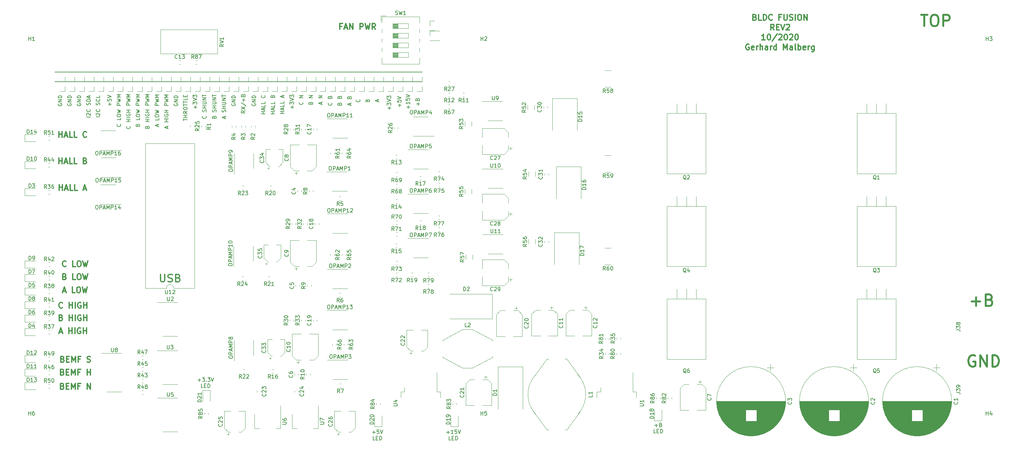
<source format=gbr>
G04 #@! TF.GenerationSoftware,KiCad,Pcbnew,(5.1.5)-3*
G04 #@! TF.CreationDate,2020-11-01T19:56:01+02:00*
G04 #@! TF.ProjectId,BLDC_FUSION_2020,424c4443-5f46-4555-9349-4f4e5f323032,2 Not Ordered*
G04 #@! TF.SameCoordinates,PX6dac2c0PY8583b00*
G04 #@! TF.FileFunction,Legend,Top*
G04 #@! TF.FilePolarity,Positive*
%FSLAX46Y46*%
G04 Gerber Fmt 4.6, Leading zero omitted, Abs format (unit mm)*
G04 Created by KiCad (PCBNEW (5.1.5)-3) date 2020-11-01 19:56:01*
%MOMM*%
%LPD*%
G04 APERTURE LIST*
%ADD10C,0.300000*%
%ADD11C,0.150000*%
%ADD12C,0.500000*%
%ADD13C,0.350000*%
%ADD14C,0.120000*%
G04 APERTURE END LIST*
D10*
X85646142Y110089143D02*
X85146142Y110089143D01*
X85146142Y109303429D02*
X85146142Y110803429D01*
X85860428Y110803429D01*
X86360428Y109732000D02*
X87074714Y109732000D01*
X86217571Y109303429D02*
X86717571Y110803429D01*
X87217571Y109303429D01*
X87717571Y109303429D02*
X87717571Y110803429D01*
X88574714Y109303429D01*
X88574714Y110803429D01*
X90431857Y109303429D02*
X90431857Y110803429D01*
X91003285Y110803429D01*
X91146142Y110732000D01*
X91217571Y110660572D01*
X91289000Y110517715D01*
X91289000Y110303429D01*
X91217571Y110160572D01*
X91146142Y110089143D01*
X91003285Y110017715D01*
X90431857Y110017715D01*
X91789000Y110803429D02*
X92146142Y109303429D01*
X92431857Y110374858D01*
X92717571Y109303429D01*
X93074714Y110803429D01*
X94503285Y109303429D02*
X94003285Y110017715D01*
X93646142Y109303429D02*
X93646142Y110803429D01*
X94217571Y110803429D01*
X94360428Y110732000D01*
X94431857Y110660572D01*
X94503285Y110517715D01*
X94503285Y110303429D01*
X94431857Y110160572D01*
X94360428Y110089143D01*
X94217571Y110017715D01*
X93646142Y110017715D01*
D11*
X47784000Y17009572D02*
X48545904Y17009572D01*
X48164952Y16628620D02*
X48164952Y17390524D01*
X48926857Y17628620D02*
X49545904Y17628620D01*
X49212571Y17247667D01*
X49355428Y17247667D01*
X49450666Y17200048D01*
X49498285Y17152429D01*
X49545904Y17057191D01*
X49545904Y16819096D01*
X49498285Y16723858D01*
X49450666Y16676239D01*
X49355428Y16628620D01*
X49069714Y16628620D01*
X48974476Y16676239D01*
X48926857Y16723858D01*
X49974476Y16723858D02*
X50022095Y16676239D01*
X49974476Y16628620D01*
X49926857Y16676239D01*
X49974476Y16723858D01*
X49974476Y16628620D01*
X50355428Y17628620D02*
X50974476Y17628620D01*
X50641142Y17247667D01*
X50784000Y17247667D01*
X50879238Y17200048D01*
X50926857Y17152429D01*
X50974476Y17057191D01*
X50974476Y16819096D01*
X50926857Y16723858D01*
X50879238Y16676239D01*
X50784000Y16628620D01*
X50498285Y16628620D01*
X50403047Y16676239D01*
X50355428Y16723858D01*
X51260190Y17628620D02*
X51593523Y16628620D01*
X51926857Y17628620D01*
X49141142Y14978620D02*
X48664952Y14978620D01*
X48664952Y15978620D01*
X49474476Y15502429D02*
X49807809Y15502429D01*
X49950666Y14978620D02*
X49474476Y14978620D01*
X49474476Y15978620D01*
X49950666Y15978620D01*
X50379238Y14978620D02*
X50379238Y15978620D01*
X50617333Y15978620D01*
X50760190Y15931000D01*
X50855428Y15835762D01*
X50903047Y15740524D01*
X50950666Y15550048D01*
X50950666Y15407191D01*
X50903047Y15216715D01*
X50855428Y15121477D01*
X50760190Y15026239D01*
X50617333Y14978620D01*
X50379238Y14978620D01*
X93710285Y3253572D02*
X94472190Y3253572D01*
X94091238Y2872620D02*
X94091238Y3634524D01*
X95424571Y3872620D02*
X94948380Y3872620D01*
X94900761Y3396429D01*
X94948380Y3444048D01*
X95043619Y3491667D01*
X95281714Y3491667D01*
X95376952Y3444048D01*
X95424571Y3396429D01*
X95472190Y3301191D01*
X95472190Y3063096D01*
X95424571Y2967858D01*
X95376952Y2920239D01*
X95281714Y2872620D01*
X95043619Y2872620D01*
X94948380Y2920239D01*
X94900761Y2967858D01*
X95757904Y3872620D02*
X96091238Y2872620D01*
X96424571Y3872620D01*
X94353142Y1222620D02*
X93876952Y1222620D01*
X93876952Y2222620D01*
X94686476Y1746429D02*
X95019809Y1746429D01*
X95162666Y1222620D02*
X94686476Y1222620D01*
X94686476Y2222620D01*
X95162666Y2222620D01*
X95591238Y1222620D02*
X95591238Y2222620D01*
X95829333Y2222620D01*
X95972190Y2175000D01*
X96067428Y2079762D01*
X96115047Y1984524D01*
X96162666Y1794048D01*
X96162666Y1651191D01*
X96115047Y1460715D01*
X96067428Y1365477D01*
X95972190Y1270239D01*
X95829333Y1222620D01*
X95591238Y1222620D01*
X113238095Y3253572D02*
X114000000Y3253572D01*
X113619047Y2872620D02*
X113619047Y3634524D01*
X115000000Y2872620D02*
X114428571Y2872620D01*
X114714285Y2872620D02*
X114714285Y3872620D01*
X114619047Y3729762D01*
X114523809Y3634524D01*
X114428571Y3586905D01*
X115904761Y3872620D02*
X115428571Y3872620D01*
X115380952Y3396429D01*
X115428571Y3444048D01*
X115523809Y3491667D01*
X115761904Y3491667D01*
X115857142Y3444048D01*
X115904761Y3396429D01*
X115952380Y3301191D01*
X115952380Y3063096D01*
X115904761Y2967858D01*
X115857142Y2920239D01*
X115761904Y2872620D01*
X115523809Y2872620D01*
X115428571Y2920239D01*
X115380952Y2967858D01*
X116238095Y3872620D02*
X116571428Y2872620D01*
X116904761Y3872620D01*
X114357142Y1222620D02*
X113880952Y1222620D01*
X113880952Y2222620D01*
X114690476Y1746429D02*
X115023809Y1746429D01*
X115166666Y1222620D02*
X114690476Y1222620D01*
X114690476Y2222620D01*
X115166666Y2222620D01*
X115595238Y1222620D02*
X115595238Y2222620D01*
X115833333Y2222620D01*
X115976190Y2175000D01*
X116071428Y2079762D01*
X116119047Y1984524D01*
X116166666Y1794048D01*
X116166666Y1651191D01*
X116119047Y1460715D01*
X116071428Y1365477D01*
X115976190Y1270239D01*
X115833333Y1222620D01*
X115595238Y1222620D01*
X103143428Y88454096D02*
X103143428Y89216000D01*
X103524380Y88835048D02*
X102762476Y88835048D01*
X103524380Y90216000D02*
X103524380Y89644572D01*
X103524380Y89930286D02*
X102524380Y89930286D01*
X102667238Y89835048D01*
X102762476Y89739810D01*
X102810095Y89644572D01*
X102524380Y91120762D02*
X102524380Y90644572D01*
X103000571Y90596953D01*
X102952952Y90644572D01*
X102905333Y90739810D01*
X102905333Y90977905D01*
X102952952Y91073143D01*
X103000571Y91120762D01*
X103095809Y91168381D01*
X103333904Y91168381D01*
X103429142Y91120762D01*
X103476761Y91073143D01*
X103524380Y90977905D01*
X103524380Y90739810D01*
X103476761Y90644572D01*
X103429142Y90596953D01*
X102524380Y91454096D02*
X103524380Y91787429D01*
X102524380Y92120762D01*
X168029047Y5071572D02*
X168790952Y5071572D01*
X168410000Y4690620D02*
X168410000Y5452524D01*
X169600476Y5214429D02*
X169743333Y5166810D01*
X169790952Y5119191D01*
X169838571Y5023953D01*
X169838571Y4881096D01*
X169790952Y4785858D01*
X169743333Y4738239D01*
X169648095Y4690620D01*
X169267142Y4690620D01*
X169267142Y5690620D01*
X169600476Y5690620D01*
X169695714Y5643000D01*
X169743333Y5595381D01*
X169790952Y5500143D01*
X169790952Y5404905D01*
X169743333Y5309667D01*
X169695714Y5262048D01*
X169600476Y5214429D01*
X169267142Y5214429D01*
X168267142Y3040620D02*
X167790952Y3040620D01*
X167790952Y4040620D01*
X168600476Y3564429D02*
X168933809Y3564429D01*
X169076666Y3040620D02*
X168600476Y3040620D01*
X168600476Y4040620D01*
X169076666Y4040620D01*
X169505238Y3040620D02*
X169505238Y4040620D01*
X169743333Y4040620D01*
X169886190Y3993000D01*
X169981428Y3897762D01*
X170029047Y3802524D01*
X170076666Y3612048D01*
X170076666Y3469191D01*
X170029047Y3278715D01*
X169981428Y3183477D01*
X169886190Y3088239D01*
X169743333Y3040620D01*
X169505238Y3040620D01*
D12*
X238071428Y113142858D02*
X239785714Y113142858D01*
X238928571Y110142858D02*
X238928571Y113142858D01*
X241357142Y113142858D02*
X241928571Y113142858D01*
X242214285Y113000000D01*
X242500000Y112714286D01*
X242642857Y112142858D01*
X242642857Y111142858D01*
X242500000Y110571429D01*
X242214285Y110285715D01*
X241928571Y110142858D01*
X241357142Y110142858D01*
X241071428Y110285715D01*
X240785714Y110571429D01*
X240642857Y111142858D01*
X240642857Y112142858D01*
X240785714Y112714286D01*
X241071428Y113000000D01*
X241357142Y113142858D01*
X243928571Y110142858D02*
X243928571Y113142858D01*
X245071428Y113142858D01*
X245357142Y113000000D01*
X245500000Y112857143D01*
X245642857Y112571429D01*
X245642857Y112142858D01*
X245500000Y111857143D01*
X245357142Y111714286D01*
X245071428Y111571429D01*
X243928571Y111571429D01*
D13*
X194357142Y112507143D02*
X194571428Y112435715D01*
X194642857Y112364286D01*
X194714285Y112221429D01*
X194714285Y112007143D01*
X194642857Y111864286D01*
X194571428Y111792858D01*
X194428571Y111721429D01*
X193857142Y111721429D01*
X193857142Y113221429D01*
X194357142Y113221429D01*
X194500000Y113150000D01*
X194571428Y113078572D01*
X194642857Y112935715D01*
X194642857Y112792858D01*
X194571428Y112650000D01*
X194500000Y112578572D01*
X194357142Y112507143D01*
X193857142Y112507143D01*
X196071428Y111721429D02*
X195357142Y111721429D01*
X195357142Y113221429D01*
X196571428Y111721429D02*
X196571428Y113221429D01*
X196928571Y113221429D01*
X197142857Y113150000D01*
X197285714Y113007143D01*
X197357142Y112864286D01*
X197428571Y112578572D01*
X197428571Y112364286D01*
X197357142Y112078572D01*
X197285714Y111935715D01*
X197142857Y111792858D01*
X196928571Y111721429D01*
X196571428Y111721429D01*
X198928571Y111864286D02*
X198857142Y111792858D01*
X198642857Y111721429D01*
X198500000Y111721429D01*
X198285714Y111792858D01*
X198142857Y111935715D01*
X198071428Y112078572D01*
X198000000Y112364286D01*
X198000000Y112578572D01*
X198071428Y112864286D01*
X198142857Y113007143D01*
X198285714Y113150000D01*
X198500000Y113221429D01*
X198642857Y113221429D01*
X198857142Y113150000D01*
X198928571Y113078572D01*
X201214285Y112507143D02*
X200714285Y112507143D01*
X200714285Y111721429D02*
X200714285Y113221429D01*
X201428571Y113221429D01*
X202000000Y113221429D02*
X202000000Y112007143D01*
X202071428Y111864286D01*
X202142857Y111792858D01*
X202285714Y111721429D01*
X202571428Y111721429D01*
X202714285Y111792858D01*
X202785714Y111864286D01*
X202857142Y112007143D01*
X202857142Y113221429D01*
X203500000Y111792858D02*
X203714285Y111721429D01*
X204071428Y111721429D01*
X204214285Y111792858D01*
X204285714Y111864286D01*
X204357142Y112007143D01*
X204357142Y112150000D01*
X204285714Y112292858D01*
X204214285Y112364286D01*
X204071428Y112435715D01*
X203785714Y112507143D01*
X203642857Y112578572D01*
X203571428Y112650000D01*
X203500000Y112792858D01*
X203500000Y112935715D01*
X203571428Y113078572D01*
X203642857Y113150000D01*
X203785714Y113221429D01*
X204142857Y113221429D01*
X204357142Y113150000D01*
X205000000Y111721429D02*
X205000000Y113221429D01*
X206000000Y113221429D02*
X206285714Y113221429D01*
X206428571Y113150000D01*
X206571428Y113007143D01*
X206642857Y112721429D01*
X206642857Y112221429D01*
X206571428Y111935715D01*
X206428571Y111792858D01*
X206285714Y111721429D01*
X206000000Y111721429D01*
X205857142Y111792858D01*
X205714285Y111935715D01*
X205642857Y112221429D01*
X205642857Y112721429D01*
X205714285Y113007143D01*
X205857142Y113150000D01*
X206000000Y113221429D01*
X207285714Y111721429D02*
X207285714Y113221429D01*
X208142857Y111721429D01*
X208142857Y113221429D01*
X199428571Y109121429D02*
X198928571Y109835715D01*
X198571428Y109121429D02*
X198571428Y110621429D01*
X199142857Y110621429D01*
X199285714Y110550000D01*
X199357142Y110478572D01*
X199428571Y110335715D01*
X199428571Y110121429D01*
X199357142Y109978572D01*
X199285714Y109907143D01*
X199142857Y109835715D01*
X198571428Y109835715D01*
X200071428Y109907143D02*
X200571428Y109907143D01*
X200785714Y109121429D02*
X200071428Y109121429D01*
X200071428Y110621429D01*
X200785714Y110621429D01*
X201214285Y110621429D02*
X201714285Y109121429D01*
X202214285Y110621429D01*
X202642857Y110478572D02*
X202714285Y110550000D01*
X202857142Y110621429D01*
X203214285Y110621429D01*
X203357142Y110550000D01*
X203428571Y110478572D01*
X203500000Y110335715D01*
X203500000Y110192858D01*
X203428571Y109978572D01*
X202571428Y109121429D01*
X203500000Y109121429D01*
X197071428Y106521429D02*
X196214285Y106521429D01*
X196642857Y106521429D02*
X196642857Y108021429D01*
X196500000Y107807143D01*
X196357142Y107664286D01*
X196214285Y107592858D01*
X198000000Y108021429D02*
X198142857Y108021429D01*
X198285714Y107950000D01*
X198357142Y107878572D01*
X198428571Y107735715D01*
X198500000Y107450000D01*
X198500000Y107092858D01*
X198428571Y106807143D01*
X198357142Y106664286D01*
X198285714Y106592858D01*
X198142857Y106521429D01*
X198000000Y106521429D01*
X197857142Y106592858D01*
X197785714Y106664286D01*
X197714285Y106807143D01*
X197642857Y107092858D01*
X197642857Y107450000D01*
X197714285Y107735715D01*
X197785714Y107878572D01*
X197857142Y107950000D01*
X198000000Y108021429D01*
X200214285Y108092858D02*
X198928571Y106164286D01*
X200642857Y107878572D02*
X200714285Y107950000D01*
X200857142Y108021429D01*
X201214285Y108021429D01*
X201357142Y107950000D01*
X201428571Y107878572D01*
X201500000Y107735715D01*
X201500000Y107592858D01*
X201428571Y107378572D01*
X200571428Y106521429D01*
X201500000Y106521429D01*
X202428571Y108021429D02*
X202571428Y108021429D01*
X202714285Y107950000D01*
X202785714Y107878572D01*
X202857142Y107735715D01*
X202928571Y107450000D01*
X202928571Y107092858D01*
X202857142Y106807143D01*
X202785714Y106664286D01*
X202714285Y106592858D01*
X202571428Y106521429D01*
X202428571Y106521429D01*
X202285714Y106592858D01*
X202214285Y106664286D01*
X202142857Y106807143D01*
X202071428Y107092858D01*
X202071428Y107450000D01*
X202142857Y107735715D01*
X202214285Y107878572D01*
X202285714Y107950000D01*
X202428571Y108021429D01*
X203500000Y107878572D02*
X203571428Y107950000D01*
X203714285Y108021429D01*
X204071428Y108021429D01*
X204214285Y107950000D01*
X204285714Y107878572D01*
X204357142Y107735715D01*
X204357142Y107592858D01*
X204285714Y107378572D01*
X203428571Y106521429D01*
X204357142Y106521429D01*
X205285714Y108021429D02*
X205428571Y108021429D01*
X205571428Y107950000D01*
X205642857Y107878572D01*
X205714285Y107735715D01*
X205785714Y107450000D01*
X205785714Y107092858D01*
X205714285Y106807143D01*
X205642857Y106664286D01*
X205571428Y106592858D01*
X205428571Y106521429D01*
X205285714Y106521429D01*
X205142857Y106592858D01*
X205071428Y106664286D01*
X205000000Y106807143D01*
X204928571Y107092858D01*
X204928571Y107450000D01*
X205000000Y107735715D01*
X205071428Y107878572D01*
X205142857Y107950000D01*
X205285714Y108021429D01*
X192821428Y105350000D02*
X192678571Y105421429D01*
X192464285Y105421429D01*
X192250000Y105350000D01*
X192107142Y105207143D01*
X192035714Y105064286D01*
X191964285Y104778572D01*
X191964285Y104564286D01*
X192035714Y104278572D01*
X192107142Y104135715D01*
X192250000Y103992858D01*
X192464285Y103921429D01*
X192607142Y103921429D01*
X192821428Y103992858D01*
X192892857Y104064286D01*
X192892857Y104564286D01*
X192607142Y104564286D01*
X194107142Y103992858D02*
X193964285Y103921429D01*
X193678571Y103921429D01*
X193535714Y103992858D01*
X193464285Y104135715D01*
X193464285Y104707143D01*
X193535714Y104850000D01*
X193678571Y104921429D01*
X193964285Y104921429D01*
X194107142Y104850000D01*
X194178571Y104707143D01*
X194178571Y104564286D01*
X193464285Y104421429D01*
X194821428Y103921429D02*
X194821428Y104921429D01*
X194821428Y104635715D02*
X194892857Y104778572D01*
X194964285Y104850000D01*
X195107142Y104921429D01*
X195250000Y104921429D01*
X195750000Y103921429D02*
X195750000Y105421429D01*
X196392857Y103921429D02*
X196392857Y104707143D01*
X196321428Y104850000D01*
X196178571Y104921429D01*
X195964285Y104921429D01*
X195821428Y104850000D01*
X195750000Y104778572D01*
X197750000Y103921429D02*
X197750000Y104707143D01*
X197678571Y104850000D01*
X197535714Y104921429D01*
X197250000Y104921429D01*
X197107142Y104850000D01*
X197750000Y103992858D02*
X197607142Y103921429D01*
X197250000Y103921429D01*
X197107142Y103992858D01*
X197035714Y104135715D01*
X197035714Y104278572D01*
X197107142Y104421429D01*
X197250000Y104492858D01*
X197607142Y104492858D01*
X197750000Y104564286D01*
X198464285Y103921429D02*
X198464285Y104921429D01*
X198464285Y104635715D02*
X198535714Y104778572D01*
X198607142Y104850000D01*
X198750000Y104921429D01*
X198892857Y104921429D01*
X200035714Y103921429D02*
X200035714Y105421429D01*
X200035714Y103992858D02*
X199892857Y103921429D01*
X199607142Y103921429D01*
X199464285Y103992858D01*
X199392857Y104064286D01*
X199321428Y104207143D01*
X199321428Y104635715D01*
X199392857Y104778572D01*
X199464285Y104850000D01*
X199607142Y104921429D01*
X199892857Y104921429D01*
X200035714Y104850000D01*
X201892857Y103921429D02*
X201892857Y105421429D01*
X202392857Y104350000D01*
X202892857Y105421429D01*
X202892857Y103921429D01*
X204250000Y103921429D02*
X204250000Y104707143D01*
X204178571Y104850000D01*
X204035714Y104921429D01*
X203750000Y104921429D01*
X203607142Y104850000D01*
X204250000Y103992858D02*
X204107142Y103921429D01*
X203750000Y103921429D01*
X203607142Y103992858D01*
X203535714Y104135715D01*
X203535714Y104278572D01*
X203607142Y104421429D01*
X203750000Y104492858D01*
X204107142Y104492858D01*
X204250000Y104564286D01*
X205178571Y103921429D02*
X205035714Y103992858D01*
X204964285Y104135715D01*
X204964285Y105421429D01*
X205750000Y103921429D02*
X205750000Y105421429D01*
X205750000Y104850000D02*
X205892857Y104921429D01*
X206178571Y104921429D01*
X206321428Y104850000D01*
X206392857Y104778572D01*
X206464285Y104635715D01*
X206464285Y104207143D01*
X206392857Y104064286D01*
X206321428Y103992858D01*
X206178571Y103921429D01*
X205892857Y103921429D01*
X205750000Y103992858D01*
X207678571Y103992858D02*
X207535714Y103921429D01*
X207250000Y103921429D01*
X207107142Y103992858D01*
X207035714Y104135715D01*
X207035714Y104707143D01*
X207107142Y104850000D01*
X207250000Y104921429D01*
X207535714Y104921429D01*
X207678571Y104850000D01*
X207750000Y104707143D01*
X207750000Y104564286D01*
X207035714Y104421429D01*
X208392857Y103921429D02*
X208392857Y104921429D01*
X208392857Y104635715D02*
X208464285Y104778572D01*
X208535714Y104850000D01*
X208678571Y104921429D01*
X208821428Y104921429D01*
X209964285Y104921429D02*
X209964285Y103707143D01*
X209892857Y103564286D01*
X209821428Y103492858D01*
X209678571Y103421429D01*
X209464285Y103421429D01*
X209321428Y103492858D01*
X209964285Y103992858D02*
X209821428Y103921429D01*
X209535714Y103921429D01*
X209392857Y103992858D01*
X209321428Y104064286D01*
X209250000Y104207143D01*
X209250000Y104635715D01*
X209321428Y104778572D01*
X209392857Y104850000D01*
X209535714Y104921429D01*
X209821428Y104921429D01*
X209964285Y104850000D01*
D10*
X37924190Y44829239D02*
X37924190Y43210191D01*
X38019428Y43019715D01*
X38114666Y42924477D01*
X38305142Y42829239D01*
X38686095Y42829239D01*
X38876571Y42924477D01*
X38971809Y43019715D01*
X39067047Y43210191D01*
X39067047Y44829239D01*
X39924190Y42924477D02*
X40209904Y42829239D01*
X40686095Y42829239D01*
X40876571Y42924477D01*
X40971809Y43019715D01*
X41067047Y43210191D01*
X41067047Y43400667D01*
X40971809Y43591143D01*
X40876571Y43686381D01*
X40686095Y43781620D01*
X40305142Y43876858D01*
X40114666Y43972096D01*
X40019428Y44067334D01*
X39924190Y44257810D01*
X39924190Y44448286D01*
X40019428Y44638762D01*
X40114666Y44734000D01*
X40305142Y44829239D01*
X40781333Y44829239D01*
X41067047Y44734000D01*
X42590857Y43876858D02*
X42876571Y43781620D01*
X42971809Y43686381D01*
X43067047Y43495905D01*
X43067047Y43210191D01*
X42971809Y43019715D01*
X42876571Y42924477D01*
X42686095Y42829239D01*
X41924190Y42829239D01*
X41924190Y44829239D01*
X42590857Y44829239D01*
X42781333Y44734000D01*
X42876571Y44638762D01*
X42971809Y44448286D01*
X42971809Y44257810D01*
X42876571Y44067334D01*
X42781333Y43972096D01*
X42590857Y43876858D01*
X41924190Y43876858D01*
D12*
X251419142Y37677715D02*
X253704857Y37677715D01*
X252562000Y36534858D02*
X252562000Y38820572D01*
X256133428Y38106286D02*
X256562000Y37963429D01*
X256704857Y37820572D01*
X256847714Y37534858D01*
X256847714Y37106286D01*
X256704857Y36820572D01*
X256562000Y36677715D01*
X256276285Y36534858D01*
X255133428Y36534858D01*
X255133428Y39534858D01*
X256133428Y39534858D01*
X256419142Y39392000D01*
X256562000Y39249143D01*
X256704857Y38963429D01*
X256704857Y38677715D01*
X256562000Y38392000D01*
X256419142Y38249143D01*
X256133428Y38106286D01*
X255133428Y38106286D01*
X252284285Y23390000D02*
X251998571Y23532858D01*
X251570000Y23532858D01*
X251141428Y23390000D01*
X250855714Y23104286D01*
X250712857Y22818572D01*
X250570000Y22247143D01*
X250570000Y21818572D01*
X250712857Y21247143D01*
X250855714Y20961429D01*
X251141428Y20675715D01*
X251570000Y20532858D01*
X251855714Y20532858D01*
X252284285Y20675715D01*
X252427142Y20818572D01*
X252427142Y21818572D01*
X251855714Y21818572D01*
X253712857Y20532858D02*
X253712857Y23532858D01*
X255427142Y20532858D01*
X255427142Y23532858D01*
X256855714Y20532858D02*
X256855714Y23532858D01*
X257570000Y23532858D01*
X257998571Y23390000D01*
X258284285Y23104286D01*
X258427142Y22818572D01*
X258570000Y22247143D01*
X258570000Y21818572D01*
X258427142Y21247143D01*
X258284285Y20961429D01*
X257998571Y20675715D01*
X257570000Y20532858D01*
X256855714Y20532858D01*
D11*
X105735428Y89289048D02*
X105735428Y90050953D01*
X106116380Y89670000D02*
X105354476Y89670000D01*
X105592571Y90860477D02*
X105640190Y91003334D01*
X105687809Y91050953D01*
X105783047Y91098572D01*
X105925904Y91098572D01*
X106021142Y91050953D01*
X106068761Y91003334D01*
X106116380Y90908096D01*
X106116380Y90527143D01*
X105116380Y90527143D01*
X105116380Y90860477D01*
X105164000Y90955715D01*
X105211619Y91003334D01*
X105306857Y91050953D01*
X105402095Y91050953D01*
X105497333Y91003334D01*
X105544952Y90955715D01*
X105592571Y90860477D01*
X105592571Y90527143D01*
X100857428Y88930286D02*
X100857428Y89692191D01*
X101238380Y89311239D02*
X100476476Y89311239D01*
X100238380Y90644572D02*
X100238380Y90168381D01*
X100714571Y90120762D01*
X100666952Y90168381D01*
X100619333Y90263620D01*
X100619333Y90501715D01*
X100666952Y90596953D01*
X100714571Y90644572D01*
X100809809Y90692191D01*
X101047904Y90692191D01*
X101143142Y90644572D01*
X101190761Y90596953D01*
X101238380Y90501715D01*
X101238380Y90263620D01*
X101190761Y90168381D01*
X101143142Y90120762D01*
X100238380Y90977905D02*
X101238380Y91311239D01*
X100238380Y91644572D01*
X98177428Y88200096D02*
X98177428Y88962000D01*
X98558380Y88581048D02*
X97796476Y88581048D01*
X97558380Y89342953D02*
X97558380Y89962000D01*
X97939333Y89628667D01*
X97939333Y89771524D01*
X97986952Y89866762D01*
X98034571Y89914381D01*
X98129809Y89962000D01*
X98367904Y89962000D01*
X98463142Y89914381D01*
X98510761Y89866762D01*
X98558380Y89771524D01*
X98558380Y89485810D01*
X98510761Y89390572D01*
X98463142Y89342953D01*
X97558380Y90247715D02*
X98558380Y90581048D01*
X97558380Y90914381D01*
X97558380Y91152477D02*
X97558380Y91771524D01*
X97939333Y91438191D01*
X97939333Y91581048D01*
X97986952Y91676286D01*
X98034571Y91723905D01*
X98129809Y91771524D01*
X98367904Y91771524D01*
X98463142Y91723905D01*
X98510761Y91676286D01*
X98558380Y91581048D01*
X98558380Y91295334D01*
X98510761Y91200096D01*
X98463142Y91152477D01*
X95166666Y90261905D02*
X95166666Y90738096D01*
X95452380Y90166667D02*
X94452380Y90500000D01*
X95452380Y90833334D01*
X92428571Y90571429D02*
X92476190Y90714286D01*
X92523809Y90761905D01*
X92619047Y90809524D01*
X92761904Y90809524D01*
X92857142Y90761905D01*
X92904761Y90714286D01*
X92952380Y90619048D01*
X92952380Y90238096D01*
X91952380Y90238096D01*
X91952380Y90571429D01*
X92000000Y90666667D01*
X92047619Y90714286D01*
X92142857Y90761905D01*
X92238095Y90761905D01*
X92333333Y90714286D01*
X92380952Y90666667D01*
X92428571Y90571429D01*
X92428571Y90238096D01*
X90357142Y90809524D02*
X90404761Y90761905D01*
X90452380Y90619048D01*
X90452380Y90523810D01*
X90404761Y90380953D01*
X90309523Y90285715D01*
X90214285Y90238096D01*
X90023809Y90190477D01*
X89880952Y90190477D01*
X89690476Y90238096D01*
X89595238Y90285715D01*
X89500000Y90380953D01*
X89452380Y90523810D01*
X89452380Y90619048D01*
X89500000Y90761905D01*
X89547619Y90809524D01*
X87858666Y89380953D02*
X87858666Y89857143D01*
X88144380Y89285715D02*
X87144380Y89619048D01*
X88144380Y89952381D01*
X87620571Y91380953D02*
X87668190Y91523810D01*
X87715809Y91571429D01*
X87811047Y91619048D01*
X87953904Y91619048D01*
X88049142Y91571429D01*
X88096761Y91523810D01*
X88144380Y91428572D01*
X88144380Y91047620D01*
X87144380Y91047620D01*
X87144380Y91380953D01*
X87192000Y91476191D01*
X87239619Y91523810D01*
X87334857Y91571429D01*
X87430095Y91571429D01*
X87525333Y91523810D01*
X87572952Y91476191D01*
X87620571Y91380953D01*
X87620571Y91047620D01*
X85080571Y89690477D02*
X85128190Y89833334D01*
X85175809Y89880953D01*
X85271047Y89928572D01*
X85413904Y89928572D01*
X85509142Y89880953D01*
X85556761Y89833334D01*
X85604380Y89738096D01*
X85604380Y89357143D01*
X84604380Y89357143D01*
X84604380Y89690477D01*
X84652000Y89785715D01*
X84699619Y89833334D01*
X84794857Y89880953D01*
X84890095Y89880953D01*
X84985333Y89833334D01*
X85032952Y89785715D01*
X85080571Y89690477D01*
X85080571Y89357143D01*
X85080571Y91452381D02*
X85128190Y91595239D01*
X85175809Y91642858D01*
X85271047Y91690477D01*
X85413904Y91690477D01*
X85509142Y91642858D01*
X85556761Y91595239D01*
X85604380Y91500000D01*
X85604380Y91119048D01*
X84604380Y91119048D01*
X84604380Y91452381D01*
X84652000Y91547620D01*
X84699619Y91595239D01*
X84794857Y91642858D01*
X84890095Y91642858D01*
X84985333Y91595239D01*
X85032952Y91547620D01*
X85080571Y91452381D01*
X85080571Y91119048D01*
X82969142Y89928572D02*
X83016761Y89880953D01*
X83064380Y89738096D01*
X83064380Y89642858D01*
X83016761Y89500000D01*
X82921523Y89404762D01*
X82826285Y89357143D01*
X82635809Y89309524D01*
X82492952Y89309524D01*
X82302476Y89357143D01*
X82207238Y89404762D01*
X82112000Y89500000D01*
X82064380Y89642858D01*
X82064380Y89738096D01*
X82112000Y89880953D01*
X82159619Y89928572D01*
X82540571Y91452381D02*
X82588190Y91595239D01*
X82635809Y91642858D01*
X82731047Y91690477D01*
X82873904Y91690477D01*
X82969142Y91642858D01*
X83016761Y91595239D01*
X83064380Y91500000D01*
X83064380Y91119048D01*
X82064380Y91119048D01*
X82064380Y91452381D01*
X82112000Y91547620D01*
X82159619Y91595239D01*
X82254857Y91642858D01*
X82350095Y91642858D01*
X82445333Y91595239D01*
X82492952Y91547620D01*
X82540571Y91452381D01*
X82540571Y91119048D01*
X80238666Y89581143D02*
X80238666Y90057334D01*
X80524380Y89485905D02*
X79524380Y89819239D01*
X80524380Y90152572D01*
X80524380Y91247810D02*
X79524380Y91247810D01*
X80524380Y91819239D01*
X79524380Y91819239D01*
X77460571Y89890667D02*
X77508190Y90033524D01*
X77555809Y90081143D01*
X77651047Y90128762D01*
X77793904Y90128762D01*
X77889142Y90081143D01*
X77936761Y90033524D01*
X77984380Y89938286D01*
X77984380Y89557334D01*
X76984380Y89557334D01*
X76984380Y89890667D01*
X77032000Y89985905D01*
X77079619Y90033524D01*
X77174857Y90081143D01*
X77270095Y90081143D01*
X77365333Y90033524D01*
X77412952Y89985905D01*
X77460571Y89890667D01*
X77460571Y89557334D01*
X77984380Y91319239D02*
X76984380Y91319239D01*
X77984380Y91890667D01*
X76984380Y91890667D01*
X75349142Y90128762D02*
X75396761Y90081143D01*
X75444380Y89938286D01*
X75444380Y89843048D01*
X75396761Y89700191D01*
X75301523Y89604953D01*
X75206285Y89557334D01*
X75015809Y89509715D01*
X74872952Y89509715D01*
X74682476Y89557334D01*
X74587238Y89604953D01*
X74492000Y89700191D01*
X74444380Y89843048D01*
X74444380Y89938286D01*
X74492000Y90081143D01*
X74539619Y90128762D01*
X75444380Y91319239D02*
X74444380Y91319239D01*
X75444380Y91890667D01*
X74444380Y91890667D01*
X72603428Y88454096D02*
X72603428Y89216000D01*
X72984380Y88835048D02*
X72222476Y88835048D01*
X71984380Y89596953D02*
X71984380Y90216000D01*
X72365333Y89882667D01*
X72365333Y90025524D01*
X72412952Y90120762D01*
X72460571Y90168381D01*
X72555809Y90216000D01*
X72793904Y90216000D01*
X72889142Y90168381D01*
X72936761Y90120762D01*
X72984380Y90025524D01*
X72984380Y89739810D01*
X72936761Y89644572D01*
X72889142Y89596953D01*
X71984380Y90501715D02*
X72984380Y90835048D01*
X71984380Y91168381D01*
X71984380Y91406477D02*
X71984380Y92025524D01*
X72365333Y91692191D01*
X72365333Y91835048D01*
X72412952Y91930286D01*
X72460571Y91977905D01*
X72555809Y92025524D01*
X72793904Y92025524D01*
X72889142Y91977905D01*
X72936761Y91930286D01*
X72984380Y91835048D01*
X72984380Y91549334D01*
X72936761Y91454096D01*
X72889142Y91406477D01*
X70484380Y87120667D02*
X69484380Y87120667D01*
X69960571Y87120667D02*
X69960571Y87692096D01*
X70484380Y87692096D02*
X69484380Y87692096D01*
X70198666Y88120667D02*
X70198666Y88596858D01*
X70484380Y88025429D02*
X69484380Y88358762D01*
X70484380Y88692096D01*
X70484380Y89501620D02*
X70484380Y89025429D01*
X69484380Y89025429D01*
X70484380Y90311143D02*
X70484380Y89834953D01*
X69484380Y89834953D01*
X70198666Y91358762D02*
X70198666Y91834953D01*
X70484380Y91263524D02*
X69484380Y91596858D01*
X70484380Y91930191D01*
X67984380Y87049239D02*
X66984380Y87049239D01*
X67460571Y87049239D02*
X67460571Y87620667D01*
X67984380Y87620667D02*
X66984380Y87620667D01*
X67698666Y88049239D02*
X67698666Y88525429D01*
X67984380Y87954000D02*
X66984380Y88287334D01*
X67984380Y88620667D01*
X67984380Y89430191D02*
X67984380Y88954000D01*
X66984380Y88954000D01*
X67984380Y90239715D02*
X67984380Y89763524D01*
X66984380Y89763524D01*
X67460571Y91668286D02*
X67508190Y91811143D01*
X67555809Y91858762D01*
X67651047Y91906381D01*
X67793904Y91906381D01*
X67889142Y91858762D01*
X67936761Y91811143D01*
X67984380Y91715905D01*
X67984380Y91334953D01*
X66984380Y91334953D01*
X66984380Y91668286D01*
X67032000Y91763524D01*
X67079619Y91811143D01*
X67174857Y91858762D01*
X67270095Y91858762D01*
X67365333Y91811143D01*
X67412952Y91763524D01*
X67460571Y91668286D01*
X67460571Y91334953D01*
X65484380Y87049239D02*
X64484380Y87049239D01*
X64960571Y87049239D02*
X64960571Y87620667D01*
X65484380Y87620667D02*
X64484380Y87620667D01*
X65198666Y88049239D02*
X65198666Y88525429D01*
X65484380Y87954000D02*
X64484380Y88287334D01*
X65484380Y88620667D01*
X65484380Y89430191D02*
X65484380Y88954000D01*
X64484380Y88954000D01*
X65484380Y90239715D02*
X65484380Y89763524D01*
X64484380Y89763524D01*
X65389142Y91906381D02*
X65436761Y91858762D01*
X65484380Y91715905D01*
X65484380Y91620667D01*
X65436761Y91477810D01*
X65341523Y91382572D01*
X65246285Y91334953D01*
X65055809Y91287334D01*
X64912952Y91287334D01*
X64722476Y91334953D01*
X64627238Y91382572D01*
X64532000Y91477810D01*
X64484380Y91620667D01*
X64484380Y91715905D01*
X64532000Y91858762D01*
X64579619Y91906381D01*
X62032000Y89738096D02*
X61984380Y89642858D01*
X61984380Y89500000D01*
X62032000Y89357143D01*
X62127238Y89261905D01*
X62222476Y89214286D01*
X62412952Y89166667D01*
X62555809Y89166667D01*
X62746285Y89214286D01*
X62841523Y89261905D01*
X62936761Y89357143D01*
X62984380Y89500000D01*
X62984380Y89595239D01*
X62936761Y89738096D01*
X62889142Y89785715D01*
X62555809Y89785715D01*
X62555809Y89595239D01*
X62984380Y90214286D02*
X61984380Y90214286D01*
X62984380Y90785715D01*
X61984380Y90785715D01*
X62984380Y91261905D02*
X61984380Y91261905D01*
X61984380Y91500000D01*
X62032000Y91642858D01*
X62127238Y91738096D01*
X62222476Y91785715D01*
X62412952Y91833334D01*
X62555809Y91833334D01*
X62746285Y91785715D01*
X62841523Y91738096D01*
X62936761Y91642858D01*
X62984380Y91500000D01*
X62984380Y91261905D01*
X60204380Y87898477D02*
X59728190Y87565143D01*
X60204380Y87327048D02*
X59204380Y87327048D01*
X59204380Y87708000D01*
X59252000Y87803239D01*
X59299619Y87850858D01*
X59394857Y87898477D01*
X59537714Y87898477D01*
X59632952Y87850858D01*
X59680571Y87803239D01*
X59728190Y87708000D01*
X59728190Y87327048D01*
X59204380Y88231810D02*
X60204380Y88898477D01*
X59204380Y88898477D02*
X60204380Y88231810D01*
X59156761Y89993715D02*
X60442476Y89136572D01*
X59823428Y90327048D02*
X59823428Y91088953D01*
X60204380Y90708000D02*
X59442476Y90708000D01*
X59680571Y91898477D02*
X59728190Y92041334D01*
X59775809Y92088953D01*
X59871047Y92136572D01*
X60013904Y92136572D01*
X60109142Y92088953D01*
X60156761Y92041334D01*
X60204380Y91946096D01*
X60204380Y91565143D01*
X59204380Y91565143D01*
X59204380Y91898477D01*
X59252000Y91993715D01*
X59299619Y92041334D01*
X59394857Y92088953D01*
X59490095Y92088953D01*
X59585333Y92041334D01*
X59632952Y91993715D01*
X59680571Y91898477D01*
X59680571Y91565143D01*
X56712000Y89738096D02*
X56664380Y89642858D01*
X56664380Y89500000D01*
X56712000Y89357143D01*
X56807238Y89261905D01*
X56902476Y89214286D01*
X57092952Y89166667D01*
X57235809Y89166667D01*
X57426285Y89214286D01*
X57521523Y89261905D01*
X57616761Y89357143D01*
X57664380Y89500000D01*
X57664380Y89595239D01*
X57616761Y89738096D01*
X57569142Y89785715D01*
X57235809Y89785715D01*
X57235809Y89595239D01*
X57664380Y90214286D02*
X56664380Y90214286D01*
X57664380Y90785715D01*
X56664380Y90785715D01*
X57664380Y91261905D02*
X56664380Y91261905D01*
X56664380Y91500000D01*
X56712000Y91642858D01*
X56807238Y91738096D01*
X56902476Y91785715D01*
X57092952Y91833334D01*
X57235809Y91833334D01*
X57426285Y91785715D01*
X57521523Y91738096D01*
X57616761Y91642858D01*
X57664380Y91500000D01*
X57664380Y91261905D01*
X54838666Y85898381D02*
X54838666Y86374572D01*
X55124380Y85803143D02*
X54124380Y86136477D01*
X55124380Y86469810D01*
X55076761Y87517429D02*
X55124380Y87660286D01*
X55124380Y87898381D01*
X55076761Y87993620D01*
X55029142Y88041239D01*
X54933904Y88088858D01*
X54838666Y88088858D01*
X54743428Y88041239D01*
X54695809Y87993620D01*
X54648190Y87898381D01*
X54600571Y87707905D01*
X54552952Y87612667D01*
X54505333Y87565048D01*
X54410095Y87517429D01*
X54314857Y87517429D01*
X54219619Y87565048D01*
X54172000Y87612667D01*
X54124380Y87707905D01*
X54124380Y87946000D01*
X54172000Y88088858D01*
X55124380Y88517429D02*
X54124380Y88517429D01*
X54600571Y88517429D02*
X54600571Y89088858D01*
X55124380Y89088858D02*
X54124380Y89088858D01*
X54124380Y89565048D02*
X54933904Y89565048D01*
X55029142Y89612667D01*
X55076761Y89660286D01*
X55124380Y89755524D01*
X55124380Y89946000D01*
X55076761Y90041239D01*
X55029142Y90088858D01*
X54933904Y90136477D01*
X54124380Y90136477D01*
X55124380Y90612667D02*
X54124380Y90612667D01*
X55124380Y91184096D01*
X54124380Y91184096D01*
X54124380Y91517429D02*
X54124380Y92088858D01*
X55124380Y91803143D02*
X54124380Y91803143D01*
X52060571Y86207905D02*
X52108190Y86350762D01*
X52155809Y86398381D01*
X52251047Y86446000D01*
X52393904Y86446000D01*
X52489142Y86398381D01*
X52536761Y86350762D01*
X52584380Y86255524D01*
X52584380Y85874572D01*
X51584380Y85874572D01*
X51584380Y86207905D01*
X51632000Y86303143D01*
X51679619Y86350762D01*
X51774857Y86398381D01*
X51870095Y86398381D01*
X51965333Y86350762D01*
X52012952Y86303143D01*
X52060571Y86207905D01*
X52060571Y85874572D01*
X52536761Y87588858D02*
X52584380Y87731715D01*
X52584380Y87969810D01*
X52536761Y88065048D01*
X52489142Y88112667D01*
X52393904Y88160286D01*
X52298666Y88160286D01*
X52203428Y88112667D01*
X52155809Y88065048D01*
X52108190Y87969810D01*
X52060571Y87779334D01*
X52012952Y87684096D01*
X51965333Y87636477D01*
X51870095Y87588858D01*
X51774857Y87588858D01*
X51679619Y87636477D01*
X51632000Y87684096D01*
X51584380Y87779334D01*
X51584380Y88017429D01*
X51632000Y88160286D01*
X52584380Y88588858D02*
X51584380Y88588858D01*
X52060571Y88588858D02*
X52060571Y89160286D01*
X52584380Y89160286D02*
X51584380Y89160286D01*
X51584380Y89636477D02*
X52393904Y89636477D01*
X52489142Y89684096D01*
X52536761Y89731715D01*
X52584380Y89826953D01*
X52584380Y90017429D01*
X52536761Y90112667D01*
X52489142Y90160286D01*
X52393904Y90207905D01*
X51584380Y90207905D01*
X52584380Y90684096D02*
X51584380Y90684096D01*
X52584380Y91255524D01*
X51584380Y91255524D01*
X51584380Y91588858D02*
X51584380Y92160286D01*
X52584380Y91874572D02*
X51584380Y91874572D01*
X49889142Y86446000D02*
X49936761Y86398381D01*
X49984380Y86255524D01*
X49984380Y86160286D01*
X49936761Y86017429D01*
X49841523Y85922191D01*
X49746285Y85874572D01*
X49555809Y85826953D01*
X49412952Y85826953D01*
X49222476Y85874572D01*
X49127238Y85922191D01*
X49032000Y86017429D01*
X48984380Y86160286D01*
X48984380Y86255524D01*
X49032000Y86398381D01*
X49079619Y86446000D01*
X49936761Y87588858D02*
X49984380Y87731715D01*
X49984380Y87969810D01*
X49936761Y88065048D01*
X49889142Y88112667D01*
X49793904Y88160286D01*
X49698666Y88160286D01*
X49603428Y88112667D01*
X49555809Y88065048D01*
X49508190Y87969810D01*
X49460571Y87779334D01*
X49412952Y87684096D01*
X49365333Y87636477D01*
X49270095Y87588858D01*
X49174857Y87588858D01*
X49079619Y87636477D01*
X49032000Y87684096D01*
X48984380Y87779334D01*
X48984380Y88017429D01*
X49032000Y88160286D01*
X49984380Y88588858D02*
X48984380Y88588858D01*
X49460571Y88588858D02*
X49460571Y89160286D01*
X49984380Y89160286D02*
X48984380Y89160286D01*
X48984380Y89636477D02*
X49793904Y89636477D01*
X49889142Y89684096D01*
X49936761Y89731715D01*
X49984380Y89826953D01*
X49984380Y90017429D01*
X49936761Y90112667D01*
X49889142Y90160286D01*
X49793904Y90207905D01*
X48984380Y90207905D01*
X49984380Y90684096D02*
X48984380Y90684096D01*
X49984380Y91255524D01*
X48984380Y91255524D01*
X48984380Y91588858D02*
X48984380Y92160286D01*
X49984380Y91874572D02*
X48984380Y91874572D01*
X47103428Y88454096D02*
X47103428Y89216000D01*
X47484380Y88835048D02*
X46722476Y88835048D01*
X46484380Y89596953D02*
X46484380Y90216000D01*
X46865333Y89882667D01*
X46865333Y90025524D01*
X46912952Y90120762D01*
X46960571Y90168381D01*
X47055809Y90216000D01*
X47293904Y90216000D01*
X47389142Y90168381D01*
X47436761Y90120762D01*
X47484380Y90025524D01*
X47484380Y89739810D01*
X47436761Y89644572D01*
X47389142Y89596953D01*
X46484380Y90501715D02*
X47484380Y90835048D01*
X46484380Y91168381D01*
X46484380Y91406477D02*
X46484380Y92025524D01*
X46865333Y91692191D01*
X46865333Y91835048D01*
X46912952Y91930286D01*
X46960571Y91977905D01*
X47055809Y92025524D01*
X47293904Y92025524D01*
X47389142Y91977905D01*
X47436761Y91930286D01*
X47484380Y91835048D01*
X47484380Y91549334D01*
X47436761Y91454096D01*
X47389142Y91406477D01*
X43964380Y85239620D02*
X43964380Y85811048D01*
X44964380Y85525334D02*
X43964380Y85525334D01*
X44964380Y86144381D02*
X43964380Y86144381D01*
X44440571Y86144381D02*
X44440571Y86715810D01*
X44964380Y86715810D02*
X43964380Y86715810D01*
X44964380Y87763429D02*
X44488190Y87430096D01*
X44964380Y87192000D02*
X43964380Y87192000D01*
X43964380Y87572953D01*
X44012000Y87668191D01*
X44059619Y87715810D01*
X44154857Y87763429D01*
X44297714Y87763429D01*
X44392952Y87715810D01*
X44440571Y87668191D01*
X44488190Y87572953D01*
X44488190Y87192000D01*
X43964380Y88382477D02*
X43964380Y88572953D01*
X44012000Y88668191D01*
X44107238Y88763429D01*
X44297714Y88811048D01*
X44631047Y88811048D01*
X44821523Y88763429D01*
X44916761Y88668191D01*
X44964380Y88572953D01*
X44964380Y88382477D01*
X44916761Y88287239D01*
X44821523Y88192000D01*
X44631047Y88144381D01*
X44297714Y88144381D01*
X44107238Y88192000D01*
X44012000Y88287239D01*
X43964380Y88382477D01*
X43964380Y89096762D02*
X43964380Y89668191D01*
X44964380Y89382477D02*
X43964380Y89382477D01*
X43964380Y89858667D02*
X43964380Y90430096D01*
X44964380Y90144381D02*
X43964380Y90144381D01*
X44964380Y91239620D02*
X44964380Y90763429D01*
X43964380Y90763429D01*
X44440571Y91572953D02*
X44440571Y91906286D01*
X44964380Y92049143D02*
X44964380Y91572953D01*
X43964380Y91572953D01*
X43964380Y92049143D01*
X41532000Y89738096D02*
X41484380Y89642858D01*
X41484380Y89500000D01*
X41532000Y89357143D01*
X41627238Y89261905D01*
X41722476Y89214286D01*
X41912952Y89166667D01*
X42055809Y89166667D01*
X42246285Y89214286D01*
X42341523Y89261905D01*
X42436761Y89357143D01*
X42484380Y89500000D01*
X42484380Y89595239D01*
X42436761Y89738096D01*
X42389142Y89785715D01*
X42055809Y89785715D01*
X42055809Y89595239D01*
X42484380Y90214286D02*
X41484380Y90214286D01*
X42484380Y90785715D01*
X41484380Y90785715D01*
X42484380Y91261905D02*
X41484380Y91261905D01*
X41484380Y91500000D01*
X41532000Y91642858D01*
X41627238Y91738096D01*
X41722476Y91785715D01*
X41912952Y91833334D01*
X42055809Y91833334D01*
X42246285Y91785715D01*
X42341523Y91738096D01*
X42436761Y91642858D01*
X42484380Y91500000D01*
X42484380Y91261905D01*
X39698666Y83247429D02*
X39698666Y83723620D01*
X39984380Y83152191D02*
X38984380Y83485524D01*
X39984380Y83818858D01*
X39984380Y84914096D02*
X38984380Y84914096D01*
X39460571Y84914096D02*
X39460571Y85485524D01*
X39984380Y85485524D02*
X38984380Y85485524D01*
X39984380Y85961715D02*
X38984380Y85961715D01*
X39032000Y86961715D02*
X38984380Y86866477D01*
X38984380Y86723620D01*
X39032000Y86580762D01*
X39127238Y86485524D01*
X39222476Y86437905D01*
X39412952Y86390286D01*
X39555809Y86390286D01*
X39746285Y86437905D01*
X39841523Y86485524D01*
X39936761Y86580762D01*
X39984380Y86723620D01*
X39984380Y86818858D01*
X39936761Y86961715D01*
X39889142Y87009334D01*
X39555809Y87009334D01*
X39555809Y86818858D01*
X39984380Y87437905D02*
X38984380Y87437905D01*
X39460571Y87437905D02*
X39460571Y88009334D01*
X39984380Y88009334D02*
X38984380Y88009334D01*
X39984380Y89247429D02*
X38984380Y89247429D01*
X38984380Y89628381D01*
X39032000Y89723620D01*
X39079619Y89771239D01*
X39174857Y89818858D01*
X39317714Y89818858D01*
X39412952Y89771239D01*
X39460571Y89723620D01*
X39508190Y89628381D01*
X39508190Y89247429D01*
X38984380Y90152191D02*
X39984380Y90390286D01*
X39270095Y90580762D01*
X39984380Y90771239D01*
X38984380Y91009334D01*
X39984380Y91390286D02*
X38984380Y91390286D01*
X39698666Y91723620D01*
X38984380Y92056953D01*
X39984380Y92056953D01*
X37198666Y83787143D02*
X37198666Y84263334D01*
X37484380Y83691905D02*
X36484380Y84025239D01*
X37484380Y84358572D01*
X37484380Y85930000D02*
X37484380Y85453810D01*
X36484380Y85453810D01*
X36484380Y86453810D02*
X36484380Y86644286D01*
X36532000Y86739524D01*
X36627238Y86834762D01*
X36817714Y86882381D01*
X37151047Y86882381D01*
X37341523Y86834762D01*
X37436761Y86739524D01*
X37484380Y86644286D01*
X37484380Y86453810D01*
X37436761Y86358572D01*
X37341523Y86263334D01*
X37151047Y86215715D01*
X36817714Y86215715D01*
X36627238Y86263334D01*
X36532000Y86358572D01*
X36484380Y86453810D01*
X36484380Y87215715D02*
X37484380Y87453810D01*
X36770095Y87644286D01*
X37484380Y87834762D01*
X36484380Y88072858D01*
X37484380Y89215715D02*
X36484380Y89215715D01*
X36484380Y89596667D01*
X36532000Y89691905D01*
X36579619Y89739524D01*
X36674857Y89787143D01*
X36817714Y89787143D01*
X36912952Y89739524D01*
X36960571Y89691905D01*
X37008190Y89596667D01*
X37008190Y89215715D01*
X36484380Y90120477D02*
X37484380Y90358572D01*
X36770095Y90549048D01*
X37484380Y90739524D01*
X36484380Y90977620D01*
X37484380Y91358572D02*
X36484380Y91358572D01*
X37198666Y91691905D01*
X36484380Y92025239D01*
X37484380Y92025239D01*
X34460571Y83556953D02*
X34508190Y83699810D01*
X34555809Y83747429D01*
X34651047Y83795048D01*
X34793904Y83795048D01*
X34889142Y83747429D01*
X34936761Y83699810D01*
X34984380Y83604572D01*
X34984380Y83223620D01*
X33984380Y83223620D01*
X33984380Y83556953D01*
X34032000Y83652191D01*
X34079619Y83699810D01*
X34174857Y83747429D01*
X34270095Y83747429D01*
X34365333Y83699810D01*
X34412952Y83652191D01*
X34460571Y83556953D01*
X34460571Y83223620D01*
X34984380Y84985524D02*
X33984380Y84985524D01*
X34460571Y84985524D02*
X34460571Y85556953D01*
X34984380Y85556953D02*
X33984380Y85556953D01*
X34984380Y86033143D02*
X33984380Y86033143D01*
X34032000Y87033143D02*
X33984380Y86937905D01*
X33984380Y86795048D01*
X34032000Y86652191D01*
X34127238Y86556953D01*
X34222476Y86509334D01*
X34412952Y86461715D01*
X34555809Y86461715D01*
X34746285Y86509334D01*
X34841523Y86556953D01*
X34936761Y86652191D01*
X34984380Y86795048D01*
X34984380Y86890286D01*
X34936761Y87033143D01*
X34889142Y87080762D01*
X34555809Y87080762D01*
X34555809Y86890286D01*
X34984380Y87509334D02*
X33984380Y87509334D01*
X34460571Y87509334D02*
X34460571Y88080762D01*
X34984380Y88080762D02*
X33984380Y88080762D01*
X34984380Y89318858D02*
X33984380Y89318858D01*
X33984380Y89699810D01*
X34032000Y89795048D01*
X34079619Y89842667D01*
X34174857Y89890286D01*
X34317714Y89890286D01*
X34412952Y89842667D01*
X34460571Y89795048D01*
X34508190Y89699810D01*
X34508190Y89318858D01*
X33984380Y90223620D02*
X34984380Y90461715D01*
X34270095Y90652191D01*
X34984380Y90842667D01*
X33984380Y91080762D01*
X34984380Y91461715D02*
X33984380Y91461715D01*
X34698666Y91795048D01*
X33984380Y92128381D01*
X34984380Y92128381D01*
X31960571Y84096667D02*
X32008190Y84239524D01*
X32055809Y84287143D01*
X32151047Y84334762D01*
X32293904Y84334762D01*
X32389142Y84287143D01*
X32436761Y84239524D01*
X32484380Y84144286D01*
X32484380Y83763334D01*
X31484380Y83763334D01*
X31484380Y84096667D01*
X31532000Y84191905D01*
X31579619Y84239524D01*
X31674857Y84287143D01*
X31770095Y84287143D01*
X31865333Y84239524D01*
X31912952Y84191905D01*
X31960571Y84096667D01*
X31960571Y83763334D01*
X32484380Y86001429D02*
X32484380Y85525239D01*
X31484380Y85525239D01*
X31484380Y86525239D02*
X31484380Y86715715D01*
X31532000Y86810953D01*
X31627238Y86906191D01*
X31817714Y86953810D01*
X32151047Y86953810D01*
X32341523Y86906191D01*
X32436761Y86810953D01*
X32484380Y86715715D01*
X32484380Y86525239D01*
X32436761Y86430000D01*
X32341523Y86334762D01*
X32151047Y86287143D01*
X31817714Y86287143D01*
X31627238Y86334762D01*
X31532000Y86430000D01*
X31484380Y86525239D01*
X31484380Y87287143D02*
X32484380Y87525239D01*
X31770095Y87715715D01*
X32484380Y87906191D01*
X31484380Y88144286D01*
X32484380Y89287143D02*
X31484380Y89287143D01*
X31484380Y89668096D01*
X31532000Y89763334D01*
X31579619Y89810953D01*
X31674857Y89858572D01*
X31817714Y89858572D01*
X31912952Y89810953D01*
X31960571Y89763334D01*
X32008190Y89668096D01*
X32008190Y89287143D01*
X31484380Y90191905D02*
X32484380Y90430000D01*
X31770095Y90620477D01*
X32484380Y90810953D01*
X31484380Y91049048D01*
X32484380Y91430000D02*
X31484380Y91430000D01*
X32198666Y91763334D01*
X31484380Y92096667D01*
X32484380Y92096667D01*
X29883142Y83795048D02*
X29930761Y83747429D01*
X29978380Y83604572D01*
X29978380Y83509334D01*
X29930761Y83366477D01*
X29835523Y83271239D01*
X29740285Y83223620D01*
X29549809Y83176000D01*
X29406952Y83176000D01*
X29216476Y83223620D01*
X29121238Y83271239D01*
X29026000Y83366477D01*
X28978380Y83509334D01*
X28978380Y83604572D01*
X29026000Y83747429D01*
X29073619Y83795048D01*
X29978380Y84985524D02*
X28978380Y84985524D01*
X29454571Y84985524D02*
X29454571Y85556953D01*
X29978380Y85556953D02*
X28978380Y85556953D01*
X29978380Y86033143D02*
X28978380Y86033143D01*
X29026000Y87033143D02*
X28978380Y86937905D01*
X28978380Y86795048D01*
X29026000Y86652191D01*
X29121238Y86556953D01*
X29216476Y86509334D01*
X29406952Y86461715D01*
X29549809Y86461715D01*
X29740285Y86509334D01*
X29835523Y86556953D01*
X29930761Y86652191D01*
X29978380Y86795048D01*
X29978380Y86890286D01*
X29930761Y87033143D01*
X29883142Y87080762D01*
X29549809Y87080762D01*
X29549809Y86890286D01*
X29978380Y87509334D02*
X28978380Y87509334D01*
X29454571Y87509334D02*
X29454571Y88080762D01*
X29978380Y88080762D02*
X28978380Y88080762D01*
X29978380Y89318858D02*
X28978380Y89318858D01*
X28978380Y89699810D01*
X29026000Y89795048D01*
X29073619Y89842667D01*
X29168857Y89890286D01*
X29311714Y89890286D01*
X29406952Y89842667D01*
X29454571Y89795048D01*
X29502190Y89699810D01*
X29502190Y89318858D01*
X28978380Y90223620D02*
X29978380Y90461715D01*
X29264095Y90652191D01*
X29978380Y90842667D01*
X28978380Y91080762D01*
X29978380Y91461715D02*
X28978380Y91461715D01*
X29692666Y91795048D01*
X28978380Y92128381D01*
X29978380Y92128381D01*
X27389142Y84334762D02*
X27436761Y84287143D01*
X27484380Y84144286D01*
X27484380Y84049048D01*
X27436761Y83906191D01*
X27341523Y83810953D01*
X27246285Y83763334D01*
X27055809Y83715715D01*
X26912952Y83715715D01*
X26722476Y83763334D01*
X26627238Y83810953D01*
X26532000Y83906191D01*
X26484380Y84049048D01*
X26484380Y84144286D01*
X26532000Y84287143D01*
X26579619Y84334762D01*
X27484380Y86001429D02*
X27484380Y85525239D01*
X26484380Y85525239D01*
X26484380Y86525239D02*
X26484380Y86715715D01*
X26532000Y86810953D01*
X26627238Y86906191D01*
X26817714Y86953810D01*
X27151047Y86953810D01*
X27341523Y86906191D01*
X27436761Y86810953D01*
X27484380Y86715715D01*
X27484380Y86525239D01*
X27436761Y86430000D01*
X27341523Y86334762D01*
X27151047Y86287143D01*
X26817714Y86287143D01*
X26627238Y86334762D01*
X26532000Y86430000D01*
X26484380Y86525239D01*
X26484380Y87287143D02*
X27484380Y87525239D01*
X26770095Y87715715D01*
X27484380Y87906191D01*
X26484380Y88144286D01*
X27484380Y89287143D02*
X26484380Y89287143D01*
X26484380Y89668096D01*
X26532000Y89763334D01*
X26579619Y89810953D01*
X26674857Y89858572D01*
X26817714Y89858572D01*
X26912952Y89810953D01*
X26960571Y89763334D01*
X27008190Y89668096D01*
X27008190Y89287143D01*
X26484380Y90191905D02*
X27484380Y90430000D01*
X26770095Y90620477D01*
X27484380Y90810953D01*
X26484380Y91049048D01*
X27484380Y91430000D02*
X26484380Y91430000D01*
X27198666Y91763334D01*
X26484380Y92096667D01*
X27484380Y92096667D01*
X24603428Y89214286D02*
X24603428Y89976191D01*
X24984380Y89595239D02*
X24222476Y89595239D01*
X23984380Y90928572D02*
X23984380Y90452381D01*
X24460571Y90404762D01*
X24412952Y90452381D01*
X24365333Y90547620D01*
X24365333Y90785715D01*
X24412952Y90880953D01*
X24460571Y90928572D01*
X24555809Y90976191D01*
X24793904Y90976191D01*
X24889142Y90928572D01*
X24936761Y90880953D01*
X24984380Y90785715D01*
X24984380Y90547620D01*
X24936761Y90452381D01*
X24889142Y90404762D01*
X23984380Y91261905D02*
X24984380Y91595239D01*
X23984380Y91928572D01*
X21984380Y86261905D02*
X20984380Y86261905D01*
X21079619Y86690477D02*
X21032000Y86738096D01*
X20984380Y86833334D01*
X20984380Y87071429D01*
X21032000Y87166667D01*
X21079619Y87214286D01*
X21174857Y87261905D01*
X21270095Y87261905D01*
X21412952Y87214286D01*
X21984380Y86642858D01*
X21984380Y87261905D01*
X21889142Y88261905D02*
X21936761Y88214286D01*
X21984380Y88071429D01*
X21984380Y87976191D01*
X21936761Y87833334D01*
X21841523Y87738096D01*
X21746285Y87690477D01*
X21555809Y87642858D01*
X21412952Y87642858D01*
X21222476Y87690477D01*
X21127238Y87738096D01*
X21032000Y87833334D01*
X20984380Y87976191D01*
X20984380Y88071429D01*
X21032000Y88214286D01*
X21079619Y88261905D01*
X21936761Y89404762D02*
X21984380Y89547620D01*
X21984380Y89785715D01*
X21936761Y89880953D01*
X21889142Y89928572D01*
X21793904Y89976191D01*
X21698666Y89976191D01*
X21603428Y89928572D01*
X21555809Y89880953D01*
X21508190Y89785715D01*
X21460571Y89595239D01*
X21412952Y89500000D01*
X21365333Y89452381D01*
X21270095Y89404762D01*
X21174857Y89404762D01*
X21079619Y89452381D01*
X21032000Y89500000D01*
X20984380Y89595239D01*
X20984380Y89833334D01*
X21032000Y89976191D01*
X21889142Y90976191D02*
X21936761Y90928572D01*
X21984380Y90785715D01*
X21984380Y90690477D01*
X21936761Y90547620D01*
X21841523Y90452381D01*
X21746285Y90404762D01*
X21555809Y90357143D01*
X21412952Y90357143D01*
X21222476Y90404762D01*
X21127238Y90452381D01*
X21032000Y90547620D01*
X20984380Y90690477D01*
X20984380Y90785715D01*
X21032000Y90928572D01*
X21079619Y90976191D01*
X21984380Y91880953D02*
X21984380Y91404762D01*
X20984380Y91404762D01*
X19484380Y86238096D02*
X18484380Y86238096D01*
X18579619Y86666667D02*
X18532000Y86714286D01*
X18484380Y86809524D01*
X18484380Y87047620D01*
X18532000Y87142858D01*
X18579619Y87190477D01*
X18674857Y87238096D01*
X18770095Y87238096D01*
X18912952Y87190477D01*
X19484380Y86619048D01*
X19484380Y87238096D01*
X19389142Y88238096D02*
X19436761Y88190477D01*
X19484380Y88047620D01*
X19484380Y87952381D01*
X19436761Y87809524D01*
X19341523Y87714286D01*
X19246285Y87666667D01*
X19055809Y87619048D01*
X18912952Y87619048D01*
X18722476Y87666667D01*
X18627238Y87714286D01*
X18532000Y87809524D01*
X18484380Y87952381D01*
X18484380Y88047620D01*
X18532000Y88190477D01*
X18579619Y88238096D01*
X19436761Y89380953D02*
X19484380Y89523810D01*
X19484380Y89761905D01*
X19436761Y89857143D01*
X19389142Y89904762D01*
X19293904Y89952381D01*
X19198666Y89952381D01*
X19103428Y89904762D01*
X19055809Y89857143D01*
X19008190Y89761905D01*
X18960571Y89571429D01*
X18912952Y89476191D01*
X18865333Y89428572D01*
X18770095Y89380953D01*
X18674857Y89380953D01*
X18579619Y89428572D01*
X18532000Y89476191D01*
X18484380Y89571429D01*
X18484380Y89809524D01*
X18532000Y89952381D01*
X19484380Y90380953D02*
X18484380Y90380953D01*
X18484380Y90619048D01*
X18532000Y90761905D01*
X18627238Y90857143D01*
X18722476Y90904762D01*
X18912952Y90952381D01*
X19055809Y90952381D01*
X19246285Y90904762D01*
X19341523Y90857143D01*
X19436761Y90761905D01*
X19484380Y90619048D01*
X19484380Y90380953D01*
X19198666Y91333334D02*
X19198666Y91809524D01*
X19484380Y91238096D02*
X18484380Y91571429D01*
X19484380Y91904762D01*
X16032000Y89738096D02*
X15984380Y89642858D01*
X15984380Y89500000D01*
X16032000Y89357143D01*
X16127238Y89261905D01*
X16222476Y89214286D01*
X16412952Y89166667D01*
X16555809Y89166667D01*
X16746285Y89214286D01*
X16841523Y89261905D01*
X16936761Y89357143D01*
X16984380Y89500000D01*
X16984380Y89595239D01*
X16936761Y89738096D01*
X16889142Y89785715D01*
X16555809Y89785715D01*
X16555809Y89595239D01*
X16984380Y90214286D02*
X15984380Y90214286D01*
X16984380Y90785715D01*
X15984380Y90785715D01*
X16984380Y91261905D02*
X15984380Y91261905D01*
X15984380Y91500000D01*
X16032000Y91642858D01*
X16127238Y91738096D01*
X16222476Y91785715D01*
X16412952Y91833334D01*
X16555809Y91833334D01*
X16746285Y91785715D01*
X16841523Y91738096D01*
X16936761Y91642858D01*
X16984380Y91500000D01*
X16984380Y91261905D01*
X13532000Y89738096D02*
X13484380Y89642858D01*
X13484380Y89500000D01*
X13532000Y89357143D01*
X13627238Y89261905D01*
X13722476Y89214286D01*
X13912952Y89166667D01*
X14055809Y89166667D01*
X14246285Y89214286D01*
X14341523Y89261905D01*
X14436761Y89357143D01*
X14484380Y89500000D01*
X14484380Y89595239D01*
X14436761Y89738096D01*
X14389142Y89785715D01*
X14055809Y89785715D01*
X14055809Y89595239D01*
X14484380Y90214286D02*
X13484380Y90214286D01*
X14484380Y90785715D01*
X13484380Y90785715D01*
X14484380Y91261905D02*
X13484380Y91261905D01*
X13484380Y91500000D01*
X13532000Y91642858D01*
X13627238Y91738096D01*
X13722476Y91785715D01*
X13912952Y91833334D01*
X14055809Y91833334D01*
X14246285Y91785715D01*
X14341523Y91738096D01*
X14436761Y91642858D01*
X14484380Y91500000D01*
X14484380Y91261905D01*
X11032000Y89738096D02*
X10984380Y89642858D01*
X10984380Y89500000D01*
X11032000Y89357143D01*
X11127238Y89261905D01*
X11222476Y89214286D01*
X11412952Y89166667D01*
X11555809Y89166667D01*
X11746285Y89214286D01*
X11841523Y89261905D01*
X11936761Y89357143D01*
X11984380Y89500000D01*
X11984380Y89595239D01*
X11936761Y89738096D01*
X11889142Y89785715D01*
X11555809Y89785715D01*
X11555809Y89595239D01*
X11984380Y90214286D02*
X10984380Y90214286D01*
X11984380Y90785715D01*
X10984380Y90785715D01*
X11984380Y91261905D02*
X10984380Y91261905D01*
X10984380Y91500000D01*
X11032000Y91642858D01*
X11127238Y91738096D01*
X11222476Y91785715D01*
X11412952Y91833334D01*
X11555809Y91833334D01*
X11746285Y91785715D01*
X11841523Y91738096D01*
X11936761Y91642858D01*
X11984380Y91500000D01*
X11984380Y91261905D01*
D10*
X11313857Y29641000D02*
X12028142Y29641000D01*
X11171000Y29212429D02*
X11671000Y30712429D01*
X12171000Y29212429D01*
X13813857Y29212429D02*
X13813857Y30712429D01*
X13813857Y29998143D02*
X14671000Y29998143D01*
X14671000Y29212429D02*
X14671000Y30712429D01*
X15385285Y29212429D02*
X15385285Y30712429D01*
X16885285Y30641000D02*
X16742428Y30712429D01*
X16528142Y30712429D01*
X16313857Y30641000D01*
X16171000Y30498143D01*
X16099571Y30355286D01*
X16028142Y30069572D01*
X16028142Y29855286D01*
X16099571Y29569572D01*
X16171000Y29426715D01*
X16313857Y29283858D01*
X16528142Y29212429D01*
X16671000Y29212429D01*
X16885285Y29283858D01*
X16956714Y29355286D01*
X16956714Y29855286D01*
X16671000Y29855286D01*
X17599571Y29212429D02*
X17599571Y30712429D01*
X17599571Y29998143D02*
X18456714Y29998143D01*
X18456714Y29212429D02*
X18456714Y30712429D01*
X11778142Y33427143D02*
X11992428Y33355715D01*
X12063857Y33284286D01*
X12135285Y33141429D01*
X12135285Y32927143D01*
X12063857Y32784286D01*
X11992428Y32712858D01*
X11849571Y32641429D01*
X11278142Y32641429D01*
X11278142Y34141429D01*
X11778142Y34141429D01*
X11921000Y34070000D01*
X11992428Y33998572D01*
X12063857Y33855715D01*
X12063857Y33712858D01*
X11992428Y33570000D01*
X11921000Y33498572D01*
X11778142Y33427143D01*
X11278142Y33427143D01*
X13921000Y32641429D02*
X13921000Y34141429D01*
X13921000Y33427143D02*
X14778142Y33427143D01*
X14778142Y32641429D02*
X14778142Y34141429D01*
X15492428Y32641429D02*
X15492428Y34141429D01*
X16992428Y34070000D02*
X16849571Y34141429D01*
X16635285Y34141429D01*
X16421000Y34070000D01*
X16278142Y33927143D01*
X16206714Y33784286D01*
X16135285Y33498572D01*
X16135285Y33284286D01*
X16206714Y32998572D01*
X16278142Y32855715D01*
X16421000Y32712858D01*
X16635285Y32641429D01*
X16778142Y32641429D01*
X16992428Y32712858D01*
X17063857Y32784286D01*
X17063857Y33284286D01*
X16778142Y33284286D01*
X17706714Y32641429D02*
X17706714Y34141429D01*
X17706714Y33427143D02*
X18563857Y33427143D01*
X18563857Y32641429D02*
X18563857Y34141429D01*
X12135285Y36086286D02*
X12063857Y36014858D01*
X11849571Y35943429D01*
X11706714Y35943429D01*
X11492428Y36014858D01*
X11349571Y36157715D01*
X11278142Y36300572D01*
X11206714Y36586286D01*
X11206714Y36800572D01*
X11278142Y37086286D01*
X11349571Y37229143D01*
X11492428Y37372000D01*
X11706714Y37443429D01*
X11849571Y37443429D01*
X12063857Y37372000D01*
X12135285Y37300572D01*
X13921000Y35943429D02*
X13921000Y37443429D01*
X13921000Y36729143D02*
X14778142Y36729143D01*
X14778142Y35943429D02*
X14778142Y37443429D01*
X15492428Y35943429D02*
X15492428Y37443429D01*
X16992428Y37372000D02*
X16849571Y37443429D01*
X16635285Y37443429D01*
X16421000Y37372000D01*
X16278142Y37229143D01*
X16206714Y37086286D01*
X16135285Y36800572D01*
X16135285Y36586286D01*
X16206714Y36300572D01*
X16278142Y36157715D01*
X16421000Y36014858D01*
X16635285Y35943429D01*
X16778142Y35943429D01*
X16992428Y36014858D01*
X17063857Y36086286D01*
X17063857Y36586286D01*
X16778142Y36586286D01*
X17706714Y35943429D02*
X17706714Y37443429D01*
X17706714Y36729143D02*
X18563857Y36729143D01*
X18563857Y35943429D02*
X18563857Y37443429D01*
X12250428Y40436000D02*
X12964714Y40436000D01*
X12107571Y40007429D02*
X12607571Y41507429D01*
X13107571Y40007429D01*
X15464714Y40007429D02*
X14750428Y40007429D01*
X14750428Y41507429D01*
X16250428Y41507429D02*
X16536142Y41507429D01*
X16679000Y41436000D01*
X16821857Y41293143D01*
X16893285Y41007429D01*
X16893285Y40507429D01*
X16821857Y40221715D01*
X16679000Y40078858D01*
X16536142Y40007429D01*
X16250428Y40007429D01*
X16107571Y40078858D01*
X15964714Y40221715D01*
X15893285Y40507429D01*
X15893285Y41007429D01*
X15964714Y41293143D01*
X16107571Y41436000D01*
X16250428Y41507429D01*
X17393285Y41507429D02*
X17750428Y40007429D01*
X18036142Y41078858D01*
X18321857Y40007429D01*
X18679000Y41507429D01*
X12714714Y44222143D02*
X12929000Y44150715D01*
X13000428Y44079286D01*
X13071857Y43936429D01*
X13071857Y43722143D01*
X13000428Y43579286D01*
X12929000Y43507858D01*
X12786142Y43436429D01*
X12214714Y43436429D01*
X12214714Y44936429D01*
X12714714Y44936429D01*
X12857571Y44865000D01*
X12929000Y44793572D01*
X13000428Y44650715D01*
X13000428Y44507858D01*
X12929000Y44365000D01*
X12857571Y44293572D01*
X12714714Y44222143D01*
X12214714Y44222143D01*
X15571857Y43436429D02*
X14857571Y43436429D01*
X14857571Y44936429D01*
X16357571Y44936429D02*
X16643285Y44936429D01*
X16786142Y44865000D01*
X16929000Y44722143D01*
X17000428Y44436429D01*
X17000428Y43936429D01*
X16929000Y43650715D01*
X16786142Y43507858D01*
X16643285Y43436429D01*
X16357571Y43436429D01*
X16214714Y43507858D01*
X16071857Y43650715D01*
X16000428Y43936429D01*
X16000428Y44436429D01*
X16071857Y44722143D01*
X16214714Y44865000D01*
X16357571Y44936429D01*
X17500428Y44936429D02*
X17857571Y43436429D01*
X18143285Y44507858D01*
X18429000Y43436429D01*
X18786142Y44936429D01*
X13071857Y47008286D02*
X13000428Y46936858D01*
X12786142Y46865429D01*
X12643285Y46865429D01*
X12429000Y46936858D01*
X12286142Y47079715D01*
X12214714Y47222572D01*
X12143285Y47508286D01*
X12143285Y47722572D01*
X12214714Y48008286D01*
X12286142Y48151143D01*
X12429000Y48294000D01*
X12643285Y48365429D01*
X12786142Y48365429D01*
X13000428Y48294000D01*
X13071857Y48222572D01*
X15571857Y46865429D02*
X14857571Y46865429D01*
X14857571Y48365429D01*
X16357571Y48365429D02*
X16643285Y48365429D01*
X16786142Y48294000D01*
X16929000Y48151143D01*
X17000428Y47865429D01*
X17000428Y47365429D01*
X16929000Y47079715D01*
X16786142Y46936858D01*
X16643285Y46865429D01*
X16357571Y46865429D01*
X16214714Y46936858D01*
X16071857Y47079715D01*
X16000428Y47365429D01*
X16000428Y47865429D01*
X16071857Y48151143D01*
X16214714Y48294000D01*
X16357571Y48365429D01*
X17500428Y48365429D02*
X17857571Y46865429D01*
X18143285Y47936858D01*
X18429000Y46865429D01*
X18786142Y48365429D01*
X12127428Y19076143D02*
X12341714Y19004715D01*
X12413142Y18933286D01*
X12484571Y18790429D01*
X12484571Y18576143D01*
X12413142Y18433286D01*
X12341714Y18361858D01*
X12198857Y18290429D01*
X11627428Y18290429D01*
X11627428Y19790429D01*
X12127428Y19790429D01*
X12270285Y19719000D01*
X12341714Y19647572D01*
X12413142Y19504715D01*
X12413142Y19361858D01*
X12341714Y19219000D01*
X12270285Y19147572D01*
X12127428Y19076143D01*
X11627428Y19076143D01*
X13127428Y19076143D02*
X13627428Y19076143D01*
X13841714Y18290429D02*
X13127428Y18290429D01*
X13127428Y19790429D01*
X13841714Y19790429D01*
X14484571Y18290429D02*
X14484571Y19790429D01*
X14984571Y18719000D01*
X15484571Y19790429D01*
X15484571Y18290429D01*
X16698857Y19076143D02*
X16198857Y19076143D01*
X16198857Y18290429D02*
X16198857Y19790429D01*
X16913142Y19790429D01*
X18627428Y18290429D02*
X18627428Y19790429D01*
X18627428Y19076143D02*
X19484571Y19076143D01*
X19484571Y18290429D02*
X19484571Y19790429D01*
X12198857Y22505143D02*
X12413142Y22433715D01*
X12484571Y22362286D01*
X12556000Y22219429D01*
X12556000Y22005143D01*
X12484571Y21862286D01*
X12413142Y21790858D01*
X12270285Y21719429D01*
X11698857Y21719429D01*
X11698857Y23219429D01*
X12198857Y23219429D01*
X12341714Y23148000D01*
X12413142Y23076572D01*
X12484571Y22933715D01*
X12484571Y22790858D01*
X12413142Y22648000D01*
X12341714Y22576572D01*
X12198857Y22505143D01*
X11698857Y22505143D01*
X13198857Y22505143D02*
X13698857Y22505143D01*
X13913142Y21719429D02*
X13198857Y21719429D01*
X13198857Y23219429D01*
X13913142Y23219429D01*
X14556000Y21719429D02*
X14556000Y23219429D01*
X15056000Y22148000D01*
X15556000Y23219429D01*
X15556000Y21719429D01*
X16770285Y22505143D02*
X16270285Y22505143D01*
X16270285Y21719429D02*
X16270285Y23219429D01*
X16984571Y23219429D01*
X18627428Y21790858D02*
X18841714Y21719429D01*
X19198857Y21719429D01*
X19341714Y21790858D01*
X19413142Y21862286D01*
X19484571Y22005143D01*
X19484571Y22148000D01*
X19413142Y22290858D01*
X19341714Y22362286D01*
X19198857Y22433715D01*
X18913142Y22505143D01*
X18770285Y22576572D01*
X18698857Y22648000D01*
X18627428Y22790858D01*
X18627428Y22933715D01*
X18698857Y23076572D01*
X18770285Y23148000D01*
X18913142Y23219429D01*
X19270285Y23219429D01*
X19484571Y23148000D01*
X12127428Y15393143D02*
X12341714Y15321715D01*
X12413142Y15250286D01*
X12484571Y15107429D01*
X12484571Y14893143D01*
X12413142Y14750286D01*
X12341714Y14678858D01*
X12198857Y14607429D01*
X11627428Y14607429D01*
X11627428Y16107429D01*
X12127428Y16107429D01*
X12270285Y16036000D01*
X12341714Y15964572D01*
X12413142Y15821715D01*
X12413142Y15678858D01*
X12341714Y15536000D01*
X12270285Y15464572D01*
X12127428Y15393143D01*
X11627428Y15393143D01*
X13127428Y15393143D02*
X13627428Y15393143D01*
X13841714Y14607429D02*
X13127428Y14607429D01*
X13127428Y16107429D01*
X13841714Y16107429D01*
X14484571Y14607429D02*
X14484571Y16107429D01*
X14984571Y15036000D01*
X15484571Y16107429D01*
X15484571Y14607429D01*
X16698857Y15393143D02*
X16198857Y15393143D01*
X16198857Y14607429D02*
X16198857Y16107429D01*
X16913142Y16107429D01*
X18627428Y14607429D02*
X18627428Y16107429D01*
X19484571Y14607429D01*
X19484571Y16107429D01*
X11294000Y66931429D02*
X11294000Y68431429D01*
X11294000Y67717143D02*
X12151142Y67717143D01*
X12151142Y66931429D02*
X12151142Y68431429D01*
X12794000Y67360000D02*
X13508285Y67360000D01*
X12651142Y66931429D02*
X13151142Y68431429D01*
X13651142Y66931429D01*
X14865428Y66931429D02*
X14151142Y66931429D01*
X14151142Y68431429D01*
X16079714Y66931429D02*
X15365428Y66931429D01*
X15365428Y68431429D01*
X17651142Y67360000D02*
X18365428Y67360000D01*
X17508285Y66931429D02*
X18008285Y68431429D01*
X18508285Y66931429D01*
X11186857Y73916429D02*
X11186857Y75416429D01*
X11186857Y74702143D02*
X12044000Y74702143D01*
X12044000Y73916429D02*
X12044000Y75416429D01*
X12686857Y74345000D02*
X13401142Y74345000D01*
X12544000Y73916429D02*
X13044000Y75416429D01*
X13544000Y73916429D01*
X14758285Y73916429D02*
X14044000Y73916429D01*
X14044000Y75416429D01*
X15972571Y73916429D02*
X15258285Y73916429D01*
X15258285Y75416429D01*
X18115428Y74702143D02*
X18329714Y74630715D01*
X18401142Y74559286D01*
X18472571Y74416429D01*
X18472571Y74202143D01*
X18401142Y74059286D01*
X18329714Y73987858D01*
X18186857Y73916429D01*
X17615428Y73916429D01*
X17615428Y75416429D01*
X18115428Y75416429D01*
X18258285Y75345000D01*
X18329714Y75273572D01*
X18401142Y75130715D01*
X18401142Y74987858D01*
X18329714Y74845000D01*
X18258285Y74773572D01*
X18115428Y74702143D01*
X17615428Y74702143D01*
X11186857Y80901429D02*
X11186857Y82401429D01*
X11186857Y81687143D02*
X12044000Y81687143D01*
X12044000Y80901429D02*
X12044000Y82401429D01*
X12686857Y81330000D02*
X13401142Y81330000D01*
X12544000Y80901429D02*
X13044000Y82401429D01*
X13544000Y80901429D01*
X14758285Y80901429D02*
X14044000Y80901429D01*
X14044000Y82401429D01*
X15972571Y80901429D02*
X15258285Y80901429D01*
X15258285Y82401429D01*
X18472571Y81044286D02*
X18401142Y80972858D01*
X18186857Y80901429D01*
X18044000Y80901429D01*
X17829714Y80972858D01*
X17686857Y81115715D01*
X17615428Y81258572D01*
X17544000Y81544286D01*
X17544000Y81758572D01*
X17615428Y82044286D01*
X17686857Y82187143D01*
X17829714Y82330000D01*
X18044000Y82401429D01*
X18186857Y82401429D01*
X18401142Y82330000D01*
X18472571Y82258572D01*
D14*
X104230000Y95490000D02*
X102900000Y95490000D01*
X104230000Y96820000D02*
X104230000Y95490000D01*
X104230000Y98090000D02*
X101570000Y98090000D01*
X101570000Y98090000D02*
X101570000Y98150000D01*
X104230000Y98090000D02*
X104230000Y98150000D01*
X104230000Y98150000D02*
X101570000Y98150000D01*
X153738000Y13872000D02*
X153738000Y14972000D01*
X152788000Y13872000D02*
X153738000Y13872000D01*
X152788000Y12372000D02*
X152788000Y13872000D01*
X162238000Y13872000D02*
X162238000Y18997000D01*
X163188000Y13872000D02*
X162238000Y13872000D01*
X163188000Y12372000D02*
X163188000Y13872000D01*
X12790000Y95610000D02*
X10130000Y95610000D01*
X12790000Y95550000D02*
X12790000Y95610000D01*
X10130000Y95550000D02*
X10130000Y95610000D01*
X12790000Y95550000D02*
X10130000Y95550000D01*
X12790000Y94280000D02*
X12790000Y92950000D01*
X12790000Y92950000D02*
X11460000Y92950000D01*
X30570000Y95610000D02*
X27910000Y95610000D01*
X30570000Y95550000D02*
X30570000Y95610000D01*
X27910000Y95550000D02*
X27910000Y95610000D01*
X30570000Y95550000D02*
X27910000Y95550000D01*
X30570000Y94280000D02*
X30570000Y92950000D01*
X30570000Y92950000D02*
X29240000Y92950000D01*
X73750000Y95610000D02*
X71090000Y95610000D01*
X73750000Y95550000D02*
X73750000Y95610000D01*
X71090000Y95550000D02*
X71090000Y95610000D01*
X73750000Y95550000D02*
X71090000Y95550000D01*
X73750000Y94280000D02*
X73750000Y92950000D01*
X73750000Y92950000D02*
X72420000Y92950000D01*
X45810000Y92950000D02*
X44480000Y92950000D01*
X45810000Y94280000D02*
X45810000Y92950000D01*
X45810000Y95550000D02*
X43150000Y95550000D01*
X43150000Y95550000D02*
X43150000Y95610000D01*
X45810000Y95550000D02*
X45810000Y95610000D01*
X45810000Y95610000D02*
X43150000Y95610000D01*
X40730000Y95610000D02*
X38070000Y95610000D01*
X40730000Y95550000D02*
X40730000Y95610000D01*
X38070000Y95550000D02*
X38070000Y95610000D01*
X40730000Y95550000D02*
X38070000Y95550000D01*
X40730000Y94280000D02*
X40730000Y92950000D01*
X40730000Y92950000D02*
X39400000Y92950000D01*
X48350000Y95610000D02*
X45690000Y95610000D01*
X48350000Y95550000D02*
X48350000Y95610000D01*
X45690000Y95550000D02*
X45690000Y95610000D01*
X48350000Y95550000D02*
X45690000Y95550000D01*
X48350000Y94280000D02*
X48350000Y92950000D01*
X48350000Y92950000D02*
X47020000Y92950000D01*
X20410000Y95610000D02*
X17750000Y95610000D01*
X20410000Y95550000D02*
X20410000Y95610000D01*
X17750000Y95550000D02*
X17750000Y95610000D01*
X20410000Y95550000D02*
X17750000Y95550000D01*
X20410000Y94280000D02*
X20410000Y92950000D01*
X20410000Y92950000D02*
X19080000Y92950000D01*
X25490000Y92950000D02*
X24160000Y92950000D01*
X25490000Y94280000D02*
X25490000Y92950000D01*
X25490000Y95550000D02*
X22830000Y95550000D01*
X22830000Y95550000D02*
X22830000Y95610000D01*
X25490000Y95550000D02*
X25490000Y95610000D01*
X25490000Y95610000D02*
X22830000Y95610000D01*
X35650000Y95610000D02*
X32990000Y95610000D01*
X35650000Y95550000D02*
X35650000Y95610000D01*
X32990000Y95550000D02*
X32990000Y95610000D01*
X35650000Y95550000D02*
X32990000Y95550000D01*
X35650000Y94280000D02*
X35650000Y92950000D01*
X35650000Y92950000D02*
X34320000Y92950000D01*
X17870000Y95610000D02*
X15210000Y95610000D01*
X17870000Y95550000D02*
X17870000Y95610000D01*
X15210000Y95550000D02*
X15210000Y95610000D01*
X17870000Y95550000D02*
X15210000Y95550000D01*
X17870000Y94280000D02*
X17870000Y92950000D01*
X17870000Y92950000D02*
X16540000Y92950000D01*
X22950000Y92950000D02*
X21620000Y92950000D01*
X22950000Y94280000D02*
X22950000Y92950000D01*
X22950000Y95550000D02*
X20290000Y95550000D01*
X20290000Y95550000D02*
X20290000Y95610000D01*
X22950000Y95550000D02*
X22950000Y95610000D01*
X22950000Y95610000D02*
X20290000Y95610000D01*
X28030000Y92950000D02*
X26700000Y92950000D01*
X28030000Y94280000D02*
X28030000Y92950000D01*
X28030000Y95550000D02*
X25370000Y95550000D01*
X25370000Y95550000D02*
X25370000Y95610000D01*
X28030000Y95550000D02*
X28030000Y95610000D01*
X28030000Y95610000D02*
X25370000Y95610000D01*
X33110000Y92950000D02*
X31780000Y92950000D01*
X33110000Y94280000D02*
X33110000Y92950000D01*
X33110000Y95550000D02*
X30450000Y95550000D01*
X30450000Y95550000D02*
X30450000Y95610000D01*
X33110000Y95550000D02*
X33110000Y95610000D01*
X33110000Y95610000D02*
X30450000Y95610000D01*
X38190000Y92950000D02*
X36860000Y92950000D01*
X38190000Y94280000D02*
X38190000Y92950000D01*
X38190000Y95550000D02*
X35530000Y95550000D01*
X35530000Y95550000D02*
X35530000Y95610000D01*
X38190000Y95550000D02*
X38190000Y95610000D01*
X38190000Y95610000D02*
X35530000Y95610000D01*
X71210000Y92950000D02*
X69880000Y92950000D01*
X71210000Y94280000D02*
X71210000Y92950000D01*
X71210000Y95550000D02*
X68550000Y95550000D01*
X68550000Y95550000D02*
X68550000Y95610000D01*
X71210000Y95550000D02*
X71210000Y95610000D01*
X71210000Y95610000D02*
X68550000Y95610000D01*
X106770000Y95610000D02*
X104110000Y95610000D01*
X106770000Y95550000D02*
X106770000Y95610000D01*
X104110000Y95550000D02*
X104110000Y95610000D01*
X106770000Y95550000D02*
X104110000Y95550000D01*
X106770000Y94280000D02*
X106770000Y92950000D01*
X106770000Y92950000D02*
X105440000Y92950000D01*
X43270000Y95610000D02*
X40610000Y95610000D01*
X43270000Y95550000D02*
X43270000Y95610000D01*
X40610000Y95550000D02*
X40610000Y95610000D01*
X43270000Y95550000D02*
X40610000Y95550000D01*
X43270000Y94280000D02*
X43270000Y92950000D01*
X43270000Y92950000D02*
X41940000Y92950000D01*
X15330000Y92950000D02*
X14000000Y92950000D01*
X15330000Y94280000D02*
X15330000Y92950000D01*
X15330000Y95550000D02*
X12670000Y95550000D01*
X12670000Y95550000D02*
X12670000Y95610000D01*
X15330000Y95550000D02*
X15330000Y95610000D01*
X15330000Y95610000D02*
X12670000Y95610000D01*
X76290000Y92950000D02*
X74960000Y92950000D01*
X76290000Y94280000D02*
X76290000Y92950000D01*
X76290000Y95550000D02*
X73630000Y95550000D01*
X73630000Y95550000D02*
X73630000Y95610000D01*
X76290000Y95550000D02*
X76290000Y95610000D01*
X76290000Y95610000D02*
X73630000Y95610000D01*
X63590000Y92950000D02*
X62260000Y92950000D01*
X63590000Y94280000D02*
X63590000Y92950000D01*
X63590000Y95550000D02*
X60930000Y95550000D01*
X60930000Y95550000D02*
X60930000Y95610000D01*
X63590000Y95550000D02*
X63590000Y95610000D01*
X63590000Y95610000D02*
X60930000Y95610000D01*
X68670000Y95610000D02*
X66010000Y95610000D01*
X68670000Y95550000D02*
X68670000Y95610000D01*
X66010000Y95550000D02*
X66010000Y95610000D01*
X68670000Y95550000D02*
X66010000Y95550000D01*
X68670000Y94280000D02*
X68670000Y92950000D01*
X68670000Y92950000D02*
X67340000Y92950000D01*
X94070000Y95610000D02*
X91410000Y95610000D01*
X94070000Y95550000D02*
X94070000Y95610000D01*
X91410000Y95550000D02*
X91410000Y95610000D01*
X94070000Y95550000D02*
X91410000Y95550000D01*
X94070000Y94280000D02*
X94070000Y92950000D01*
X94070000Y92950000D02*
X92740000Y92950000D01*
X61050000Y95610000D02*
X58390000Y95610000D01*
X61050000Y95550000D02*
X61050000Y95610000D01*
X58390000Y95550000D02*
X58390000Y95610000D01*
X61050000Y95550000D02*
X58390000Y95550000D01*
X61050000Y94280000D02*
X61050000Y92950000D01*
X61050000Y92950000D02*
X59720000Y92950000D01*
X99150000Y92950000D02*
X97820000Y92950000D01*
X99150000Y94280000D02*
X99150000Y92950000D01*
X99150000Y95550000D02*
X96490000Y95550000D01*
X96490000Y95550000D02*
X96490000Y95610000D01*
X99150000Y95550000D02*
X99150000Y95610000D01*
X99150000Y95610000D02*
X96490000Y95610000D01*
X50890000Y92950000D02*
X49560000Y92950000D01*
X50890000Y94280000D02*
X50890000Y92950000D01*
X50890000Y95550000D02*
X48230000Y95550000D01*
X48230000Y95550000D02*
X48230000Y95610000D01*
X50890000Y95550000D02*
X50890000Y95610000D01*
X50890000Y95610000D02*
X48230000Y95610000D01*
X55970000Y92950000D02*
X54640000Y92950000D01*
X55970000Y94280000D02*
X55970000Y92950000D01*
X55970000Y95550000D02*
X53310000Y95550000D01*
X53310000Y95550000D02*
X53310000Y95610000D01*
X55970000Y95550000D02*
X55970000Y95610000D01*
X55970000Y95610000D02*
X53310000Y95610000D01*
X83910000Y92950000D02*
X82580000Y92950000D01*
X83910000Y94280000D02*
X83910000Y92950000D01*
X83910000Y95550000D02*
X81250000Y95550000D01*
X81250000Y95550000D02*
X81250000Y95610000D01*
X83910000Y95550000D02*
X83910000Y95610000D01*
X83910000Y95610000D02*
X81250000Y95610000D01*
X78830000Y95610000D02*
X76170000Y95610000D01*
X78830000Y95550000D02*
X78830000Y95610000D01*
X76170000Y95550000D02*
X76170000Y95610000D01*
X78830000Y95550000D02*
X76170000Y95550000D01*
X78830000Y94280000D02*
X78830000Y92950000D01*
X78830000Y92950000D02*
X77500000Y92950000D01*
X81370000Y92950000D02*
X80040000Y92950000D01*
X81370000Y94280000D02*
X81370000Y92950000D01*
X81370000Y95550000D02*
X78710000Y95550000D01*
X78710000Y95550000D02*
X78710000Y95610000D01*
X81370000Y95550000D02*
X81370000Y95610000D01*
X81370000Y95610000D02*
X78710000Y95610000D01*
X88990000Y92950000D02*
X87660000Y92950000D01*
X88990000Y94280000D02*
X88990000Y92950000D01*
X88990000Y95550000D02*
X86330000Y95550000D01*
X86330000Y95550000D02*
X86330000Y95610000D01*
X88990000Y95550000D02*
X88990000Y95610000D01*
X88990000Y95610000D02*
X86330000Y95610000D01*
X96610000Y95610000D02*
X93950000Y95610000D01*
X96610000Y95550000D02*
X96610000Y95610000D01*
X93950000Y95550000D02*
X93950000Y95610000D01*
X96610000Y95550000D02*
X93950000Y95550000D01*
X96610000Y94280000D02*
X96610000Y92950000D01*
X96610000Y92950000D02*
X95280000Y92950000D01*
X53430000Y92950000D02*
X52100000Y92950000D01*
X53430000Y94280000D02*
X53430000Y92950000D01*
X53430000Y95550000D02*
X50770000Y95550000D01*
X50770000Y95550000D02*
X50770000Y95610000D01*
X53430000Y95550000D02*
X53430000Y95610000D01*
X53430000Y95610000D02*
X50770000Y95610000D01*
X101690000Y95610000D02*
X99030000Y95610000D01*
X101690000Y95550000D02*
X101690000Y95610000D01*
X99030000Y95550000D02*
X99030000Y95610000D01*
X101690000Y95550000D02*
X99030000Y95550000D01*
X101690000Y94280000D02*
X101690000Y92950000D01*
X101690000Y92950000D02*
X100360000Y92950000D01*
X58510000Y95610000D02*
X55850000Y95610000D01*
X58510000Y95550000D02*
X58510000Y95610000D01*
X55850000Y95550000D02*
X55850000Y95610000D01*
X58510000Y95550000D02*
X55850000Y95550000D01*
X58510000Y94280000D02*
X58510000Y92950000D01*
X58510000Y92950000D02*
X57180000Y92950000D01*
X86450000Y95610000D02*
X83790000Y95610000D01*
X86450000Y95550000D02*
X86450000Y95610000D01*
X83790000Y95550000D02*
X83790000Y95610000D01*
X86450000Y95550000D02*
X83790000Y95550000D01*
X86450000Y94280000D02*
X86450000Y92950000D01*
X86450000Y92950000D02*
X85120000Y92950000D01*
X91530000Y92950000D02*
X90200000Y92950000D01*
X91530000Y94280000D02*
X91530000Y92950000D01*
X91530000Y95550000D02*
X88870000Y95550000D01*
X88870000Y95550000D02*
X88870000Y95610000D01*
X91530000Y95550000D02*
X91530000Y95610000D01*
X91530000Y95610000D02*
X88870000Y95610000D01*
X66130000Y95610000D02*
X63470000Y95610000D01*
X66130000Y95550000D02*
X66130000Y95610000D01*
X63470000Y95550000D02*
X63470000Y95610000D01*
X66130000Y95550000D02*
X63470000Y95550000D01*
X66130000Y94280000D02*
X66130000Y92950000D01*
X66130000Y92950000D02*
X64800000Y92950000D01*
X125226000Y39618000D02*
X125226000Y33118000D01*
X125226000Y39618000D02*
X114026000Y39618000D01*
X125226000Y33118000D02*
X114026000Y33118000D01*
X39448000Y41134000D02*
G75*
G02X41448000Y41134000I1000000J0D01*
G01*
X41448000Y41134000D02*
X46908000Y41134000D01*
X46908000Y41134000D02*
X46908000Y79294000D01*
X46908000Y79294000D02*
X33988000Y79294000D01*
X33988000Y79294000D02*
X33988000Y41134000D01*
X33988000Y41134000D02*
X39448000Y41134000D01*
X246164000Y11409000D02*
G75*
G03X246164000Y11409000I-9120000J0D01*
G01*
X246125000Y11409000D02*
X227963000Y11409000D01*
X246124000Y11369000D02*
X227964000Y11369000D01*
X246124000Y11329000D02*
X227964000Y11329000D01*
X246124000Y11289000D02*
X227964000Y11289000D01*
X246123000Y11249000D02*
X227965000Y11249000D01*
X246122000Y11209000D02*
X227966000Y11209000D01*
X246121000Y11169000D02*
X227967000Y11169000D01*
X246120000Y11129000D02*
X227968000Y11129000D01*
X246119000Y11089000D02*
X227969000Y11089000D01*
X246117000Y11049000D02*
X227971000Y11049000D01*
X246116000Y11009000D02*
X227972000Y11009000D01*
X246114000Y10969000D02*
X227974000Y10969000D01*
X246112000Y10929000D02*
X227976000Y10929000D01*
X246110000Y10889000D02*
X227978000Y10889000D01*
X246107000Y10849000D02*
X227981000Y10849000D01*
X246105000Y10809000D02*
X227983000Y10809000D01*
X246102000Y10769000D02*
X227986000Y10769000D01*
X246099000Y10729000D02*
X227989000Y10729000D01*
X246096000Y10688000D02*
X227992000Y10688000D01*
X246093000Y10648000D02*
X227995000Y10648000D01*
X246089000Y10608000D02*
X227999000Y10608000D01*
X246086000Y10568000D02*
X228002000Y10568000D01*
X246082000Y10528000D02*
X228006000Y10528000D01*
X246078000Y10488000D02*
X228010000Y10488000D01*
X246074000Y10448000D02*
X228014000Y10448000D01*
X246070000Y10408000D02*
X228018000Y10408000D01*
X246065000Y10368000D02*
X228023000Y10368000D01*
X246060000Y10328000D02*
X228028000Y10328000D01*
X246055000Y10288000D02*
X228033000Y10288000D01*
X246050000Y10248000D02*
X228038000Y10248000D01*
X246045000Y10208000D02*
X228043000Y10208000D01*
X246040000Y10168000D02*
X228048000Y10168000D01*
X246034000Y10128000D02*
X228054000Y10128000D01*
X246028000Y10088000D02*
X228060000Y10088000D01*
X246023000Y10048000D02*
X228065000Y10048000D01*
X246016000Y10008000D02*
X228072000Y10008000D01*
X246010000Y9968000D02*
X228078000Y9968000D01*
X246004000Y9928000D02*
X228084000Y9928000D01*
X245997000Y9888000D02*
X228091000Y9888000D01*
X245990000Y9848000D02*
X228098000Y9848000D01*
X245983000Y9808000D02*
X228105000Y9808000D01*
X245976000Y9768000D02*
X228112000Y9768000D01*
X245968000Y9728000D02*
X228120000Y9728000D01*
X245961000Y9688000D02*
X228127000Y9688000D01*
X245953000Y9648000D02*
X228135000Y9648000D01*
X245945000Y9608000D02*
X228143000Y9608000D01*
X245937000Y9568000D02*
X228151000Y9568000D01*
X245929000Y9528000D02*
X228159000Y9528000D01*
X245920000Y9488000D02*
X228168000Y9488000D01*
X245911000Y9448000D02*
X228177000Y9448000D01*
X245902000Y9408000D02*
X228186000Y9408000D01*
X245893000Y9368000D02*
X228195000Y9368000D01*
X245884000Y9328000D02*
X228204000Y9328000D01*
X245875000Y9288000D02*
X228213000Y9288000D01*
X245865000Y9248000D02*
X228223000Y9248000D01*
X245855000Y9208000D02*
X228233000Y9208000D01*
X245845000Y9168000D02*
X228243000Y9168000D01*
X245835000Y9128000D02*
X228253000Y9128000D01*
X245824000Y9088000D02*
X238484000Y9088000D01*
X235604000Y9088000D02*
X228264000Y9088000D01*
X245814000Y9048000D02*
X238484000Y9048000D01*
X235604000Y9048000D02*
X228274000Y9048000D01*
X245803000Y9008000D02*
X238484000Y9008000D01*
X235604000Y9008000D02*
X228285000Y9008000D01*
X245792000Y8968000D02*
X238484000Y8968000D01*
X235604000Y8968000D02*
X228296000Y8968000D01*
X245781000Y8928000D02*
X238484000Y8928000D01*
X235604000Y8928000D02*
X228307000Y8928000D01*
X245769000Y8888000D02*
X238484000Y8888000D01*
X235604000Y8888000D02*
X228319000Y8888000D01*
X245758000Y8848000D02*
X238484000Y8848000D01*
X235604000Y8848000D02*
X228330000Y8848000D01*
X245746000Y8808000D02*
X238484000Y8808000D01*
X235604000Y8808000D02*
X228342000Y8808000D01*
X245734000Y8768000D02*
X238484000Y8768000D01*
X235604000Y8768000D02*
X228354000Y8768000D01*
X245722000Y8728000D02*
X238484000Y8728000D01*
X235604000Y8728000D02*
X228366000Y8728000D01*
X245709000Y8688000D02*
X238484000Y8688000D01*
X235604000Y8688000D02*
X228379000Y8688000D01*
X245697000Y8648000D02*
X238484000Y8648000D01*
X235604000Y8648000D02*
X228391000Y8648000D01*
X245684000Y8608000D02*
X238484000Y8608000D01*
X235604000Y8608000D02*
X228404000Y8608000D01*
X245671000Y8568000D02*
X238484000Y8568000D01*
X235604000Y8568000D02*
X228417000Y8568000D01*
X245658000Y8528000D02*
X238484000Y8528000D01*
X235604000Y8528000D02*
X228430000Y8528000D01*
X245644000Y8488000D02*
X238484000Y8488000D01*
X235604000Y8488000D02*
X228444000Y8488000D01*
X245631000Y8448000D02*
X238484000Y8448000D01*
X235604000Y8448000D02*
X228457000Y8448000D01*
X245617000Y8408000D02*
X238484000Y8408000D01*
X235604000Y8408000D02*
X228471000Y8408000D01*
X245603000Y8368000D02*
X238484000Y8368000D01*
X235604000Y8368000D02*
X228485000Y8368000D01*
X245589000Y8328000D02*
X238484000Y8328000D01*
X235604000Y8328000D02*
X228499000Y8328000D01*
X245574000Y8288000D02*
X238484000Y8288000D01*
X235604000Y8288000D02*
X228514000Y8288000D01*
X245560000Y8248000D02*
X238484000Y8248000D01*
X235604000Y8248000D02*
X228528000Y8248000D01*
X245545000Y8208000D02*
X238484000Y8208000D01*
X235604000Y8208000D02*
X228543000Y8208000D01*
X245530000Y8168000D02*
X238484000Y8168000D01*
X235604000Y8168000D02*
X228558000Y8168000D01*
X245514000Y8128000D02*
X238484000Y8128000D01*
X235604000Y8128000D02*
X228574000Y8128000D01*
X245499000Y8088000D02*
X238484000Y8088000D01*
X235604000Y8088000D02*
X228589000Y8088000D01*
X245483000Y8048000D02*
X238484000Y8048000D01*
X235604000Y8048000D02*
X228605000Y8048000D01*
X245467000Y8008000D02*
X238484000Y8008000D01*
X235604000Y8008000D02*
X228621000Y8008000D01*
X245451000Y7968000D02*
X238484000Y7968000D01*
X235604000Y7968000D02*
X228637000Y7968000D01*
X245434000Y7928000D02*
X238484000Y7928000D01*
X235604000Y7928000D02*
X228654000Y7928000D01*
X245418000Y7888000D02*
X238484000Y7888000D01*
X235604000Y7888000D02*
X228670000Y7888000D01*
X245401000Y7848000D02*
X238484000Y7848000D01*
X235604000Y7848000D02*
X228687000Y7848000D01*
X245384000Y7808000D02*
X238484000Y7808000D01*
X235604000Y7808000D02*
X228704000Y7808000D01*
X245367000Y7768000D02*
X238484000Y7768000D01*
X235604000Y7768000D02*
X228721000Y7768000D01*
X245349000Y7728000D02*
X238484000Y7728000D01*
X235604000Y7728000D02*
X228739000Y7728000D01*
X245331000Y7688000D02*
X238484000Y7688000D01*
X235604000Y7688000D02*
X228757000Y7688000D01*
X245313000Y7648000D02*
X238484000Y7648000D01*
X235604000Y7648000D02*
X228775000Y7648000D01*
X245295000Y7608000D02*
X238484000Y7608000D01*
X235604000Y7608000D02*
X228793000Y7608000D01*
X245277000Y7568000D02*
X238484000Y7568000D01*
X235604000Y7568000D02*
X228811000Y7568000D01*
X245258000Y7528000D02*
X238484000Y7528000D01*
X235604000Y7528000D02*
X228830000Y7528000D01*
X245239000Y7488000D02*
X238484000Y7488000D01*
X235604000Y7488000D02*
X228849000Y7488000D01*
X245220000Y7448000D02*
X238484000Y7448000D01*
X235604000Y7448000D02*
X228868000Y7448000D01*
X245200000Y7408000D02*
X238484000Y7408000D01*
X235604000Y7408000D02*
X228888000Y7408000D01*
X245181000Y7368000D02*
X238484000Y7368000D01*
X235604000Y7368000D02*
X228907000Y7368000D01*
X245161000Y7328000D02*
X238484000Y7328000D01*
X235604000Y7328000D02*
X228927000Y7328000D01*
X245141000Y7288000D02*
X238484000Y7288000D01*
X235604000Y7288000D02*
X228947000Y7288000D01*
X245120000Y7248000D02*
X238484000Y7248000D01*
X235604000Y7248000D02*
X228968000Y7248000D01*
X245100000Y7208000D02*
X238484000Y7208000D01*
X235604000Y7208000D02*
X228988000Y7208000D01*
X245079000Y7168000D02*
X238484000Y7168000D01*
X235604000Y7168000D02*
X229009000Y7168000D01*
X245058000Y7128000D02*
X238484000Y7128000D01*
X235604000Y7128000D02*
X229030000Y7128000D01*
X245036000Y7088000D02*
X238484000Y7088000D01*
X235604000Y7088000D02*
X229052000Y7088000D01*
X245015000Y7048000D02*
X238484000Y7048000D01*
X235604000Y7048000D02*
X229073000Y7048000D01*
X244993000Y7008000D02*
X238484000Y7008000D01*
X235604000Y7008000D02*
X229095000Y7008000D01*
X244971000Y6968000D02*
X238484000Y6968000D01*
X235604000Y6968000D02*
X229117000Y6968000D01*
X244948000Y6928000D02*
X238484000Y6928000D01*
X235604000Y6928000D02*
X229140000Y6928000D01*
X244926000Y6888000D02*
X238484000Y6888000D01*
X235604000Y6888000D02*
X229162000Y6888000D01*
X244903000Y6848000D02*
X238484000Y6848000D01*
X235604000Y6848000D02*
X229185000Y6848000D01*
X244879000Y6808000D02*
X238484000Y6808000D01*
X235604000Y6808000D02*
X229209000Y6808000D01*
X244856000Y6768000D02*
X238484000Y6768000D01*
X235604000Y6768000D02*
X229232000Y6768000D01*
X244832000Y6728000D02*
X238484000Y6728000D01*
X235604000Y6728000D02*
X229256000Y6728000D01*
X244808000Y6688000D02*
X238484000Y6688000D01*
X235604000Y6688000D02*
X229280000Y6688000D01*
X244784000Y6648000D02*
X238484000Y6648000D01*
X235604000Y6648000D02*
X229304000Y6648000D01*
X244759000Y6608000D02*
X238484000Y6608000D01*
X235604000Y6608000D02*
X229329000Y6608000D01*
X244734000Y6568000D02*
X238484000Y6568000D01*
X235604000Y6568000D02*
X229354000Y6568000D01*
X244709000Y6528000D02*
X238484000Y6528000D01*
X235604000Y6528000D02*
X229379000Y6528000D01*
X244684000Y6488000D02*
X238484000Y6488000D01*
X235604000Y6488000D02*
X229404000Y6488000D01*
X244658000Y6448000D02*
X238484000Y6448000D01*
X235604000Y6448000D02*
X229430000Y6448000D01*
X244632000Y6408000D02*
X238484000Y6408000D01*
X235604000Y6408000D02*
X229456000Y6408000D01*
X244605000Y6368000D02*
X238484000Y6368000D01*
X235604000Y6368000D02*
X229483000Y6368000D01*
X244579000Y6328000D02*
X238484000Y6328000D01*
X235604000Y6328000D02*
X229509000Y6328000D01*
X244552000Y6288000D02*
X238484000Y6288000D01*
X235604000Y6288000D02*
X229536000Y6288000D01*
X244524000Y6248000D02*
X238484000Y6248000D01*
X235604000Y6248000D02*
X229564000Y6248000D01*
X244497000Y6208000D02*
X229591000Y6208000D01*
X244469000Y6168000D02*
X229619000Y6168000D01*
X244441000Y6128000D02*
X229647000Y6128000D01*
X244412000Y6088000D02*
X229676000Y6088000D01*
X244383000Y6048000D02*
X229705000Y6048000D01*
X244354000Y6008000D02*
X229734000Y6008000D01*
X244324000Y5968000D02*
X229764000Y5968000D01*
X244294000Y5928000D02*
X229794000Y5928000D01*
X244264000Y5888000D02*
X229824000Y5888000D01*
X244234000Y5848000D02*
X229854000Y5848000D01*
X244203000Y5808000D02*
X229885000Y5808000D01*
X244171000Y5768000D02*
X229917000Y5768000D01*
X244140000Y5728000D02*
X229948000Y5728000D01*
X244108000Y5688000D02*
X229980000Y5688000D01*
X244075000Y5648000D02*
X230013000Y5648000D01*
X244043000Y5608000D02*
X230045000Y5608000D01*
X244009000Y5568000D02*
X230079000Y5568000D01*
X243976000Y5528000D02*
X230112000Y5528000D01*
X243942000Y5488000D02*
X230146000Y5488000D01*
X243908000Y5448000D02*
X230180000Y5448000D01*
X243873000Y5408000D02*
X230215000Y5408000D01*
X243838000Y5368000D02*
X230250000Y5368000D01*
X243802000Y5328000D02*
X230286000Y5328000D01*
X243766000Y5288000D02*
X230322000Y5288000D01*
X243730000Y5248000D02*
X230358000Y5248000D01*
X243693000Y5208000D02*
X230395000Y5208000D01*
X243656000Y5168000D02*
X230432000Y5168000D01*
X243618000Y5128000D02*
X230470000Y5128000D01*
X243580000Y5088000D02*
X230508000Y5088000D01*
X243541000Y5048000D02*
X230547000Y5048000D01*
X243502000Y5008000D02*
X230586000Y5008000D01*
X243462000Y4968000D02*
X230626000Y4968000D01*
X243422000Y4928000D02*
X230666000Y4928000D01*
X243381000Y4888000D02*
X230707000Y4888000D01*
X243340000Y4848000D02*
X230748000Y4848000D01*
X243298000Y4808000D02*
X230790000Y4808000D01*
X243256000Y4768000D02*
X230832000Y4768000D01*
X243214000Y4728000D02*
X230874000Y4728000D01*
X243170000Y4688000D02*
X230918000Y4688000D01*
X243126000Y4648000D02*
X230962000Y4648000D01*
X243082000Y4608000D02*
X231006000Y4608000D01*
X243037000Y4568000D02*
X231051000Y4568000D01*
X242991000Y4528000D02*
X231097000Y4528000D01*
X242945000Y4488000D02*
X231143000Y4488000D01*
X242898000Y4448000D02*
X231190000Y4448000D01*
X242850000Y4408000D02*
X231238000Y4408000D01*
X242802000Y4368000D02*
X231286000Y4368000D01*
X242753000Y4328000D02*
X231335000Y4328000D01*
X242704000Y4288000D02*
X231384000Y4288000D01*
X242653000Y4248000D02*
X231435000Y4248000D01*
X242602000Y4208000D02*
X231486000Y4208000D01*
X242550000Y4168000D02*
X231538000Y4168000D01*
X242498000Y4128000D02*
X231590000Y4128000D01*
X242444000Y4088000D02*
X231644000Y4088000D01*
X242390000Y4048000D02*
X231698000Y4048000D01*
X242335000Y4008000D02*
X231753000Y4008000D01*
X242279000Y3968000D02*
X231809000Y3968000D01*
X242222000Y3928000D02*
X231866000Y3928000D01*
X242164000Y3888000D02*
X231924000Y3888000D01*
X242106000Y3848000D02*
X231982000Y3848000D01*
X242046000Y3808000D02*
X232042000Y3808000D01*
X241985000Y3768000D02*
X232103000Y3768000D01*
X241923000Y3728000D02*
X232165000Y3728000D01*
X241860000Y3688000D02*
X232228000Y3688000D01*
X241796000Y3648000D02*
X232292000Y3648000D01*
X241730000Y3608000D02*
X232358000Y3608000D01*
X241664000Y3568000D02*
X232424000Y3568000D01*
X241596000Y3528000D02*
X232492000Y3528000D01*
X241526000Y3488000D02*
X232562000Y3488000D01*
X241456000Y3448000D02*
X232632000Y3448000D01*
X241383000Y3408000D02*
X232705000Y3408000D01*
X241309000Y3368000D02*
X232779000Y3368000D01*
X241234000Y3328000D02*
X232854000Y3328000D01*
X241157000Y3288000D02*
X232931000Y3288000D01*
X241077000Y3248000D02*
X233011000Y3248000D01*
X240996000Y3209000D02*
X233092000Y3209000D01*
X240913000Y3169000D02*
X233175000Y3169000D01*
X240828000Y3129000D02*
X233260000Y3129000D01*
X240740000Y3089000D02*
X233348000Y3089000D01*
X240649000Y3049000D02*
X233439000Y3049000D01*
X240556000Y3009000D02*
X233532000Y3009000D01*
X240460000Y2969000D02*
X233628000Y2969000D01*
X240361000Y2929000D02*
X233727000Y2929000D01*
X240258000Y2889000D02*
X233830000Y2889000D01*
X240151000Y2849000D02*
X233937000Y2849000D01*
X240040000Y2809000D02*
X234048000Y2809000D01*
X239924000Y2769000D02*
X234164000Y2769000D01*
X239803000Y2729000D02*
X234285000Y2729000D01*
X239676000Y2689000D02*
X234412000Y2689000D01*
X239542000Y2649000D02*
X234546000Y2649000D01*
X239399000Y2609000D02*
X234689000Y2609000D01*
X239247000Y2569000D02*
X234841000Y2569000D01*
X239083000Y2529000D02*
X235005000Y2529000D01*
X238904000Y2489000D02*
X235184000Y2489000D01*
X238705000Y2449000D02*
X235383000Y2449000D01*
X238479000Y2409000D02*
X235609000Y2409000D01*
X238210000Y2369000D02*
X235878000Y2369000D01*
X237858000Y2329000D02*
X236230000Y2329000D01*
X237084000Y2289000D02*
X237004000Y2289000D01*
X242159000Y21168440D02*
X242159000Y19368440D01*
X243059000Y20268440D02*
X241259000Y20268440D01*
X221215000Y20268440D02*
X219415000Y20268440D01*
X220315000Y21168440D02*
X220315000Y19368440D01*
X215240000Y2289000D02*
X215160000Y2289000D01*
X216014000Y2329000D02*
X214386000Y2329000D01*
X216366000Y2369000D02*
X214034000Y2369000D01*
X216635000Y2409000D02*
X213765000Y2409000D01*
X216861000Y2449000D02*
X213539000Y2449000D01*
X217060000Y2489000D02*
X213340000Y2489000D01*
X217239000Y2529000D02*
X213161000Y2529000D01*
X217403000Y2569000D02*
X212997000Y2569000D01*
X217555000Y2609000D02*
X212845000Y2609000D01*
X217698000Y2649000D02*
X212702000Y2649000D01*
X217832000Y2689000D02*
X212568000Y2689000D01*
X217959000Y2729000D02*
X212441000Y2729000D01*
X218080000Y2769000D02*
X212320000Y2769000D01*
X218196000Y2809000D02*
X212204000Y2809000D01*
X218307000Y2849000D02*
X212093000Y2849000D01*
X218414000Y2889000D02*
X211986000Y2889000D01*
X218517000Y2929000D02*
X211883000Y2929000D01*
X218616000Y2969000D02*
X211784000Y2969000D01*
X218712000Y3009000D02*
X211688000Y3009000D01*
X218805000Y3049000D02*
X211595000Y3049000D01*
X218896000Y3089000D02*
X211504000Y3089000D01*
X218984000Y3129000D02*
X211416000Y3129000D01*
X219069000Y3169000D02*
X211331000Y3169000D01*
X219152000Y3209000D02*
X211248000Y3209000D01*
X219233000Y3248000D02*
X211167000Y3248000D01*
X219313000Y3288000D02*
X211087000Y3288000D01*
X219390000Y3328000D02*
X211010000Y3328000D01*
X219465000Y3368000D02*
X210935000Y3368000D01*
X219539000Y3408000D02*
X210861000Y3408000D01*
X219612000Y3448000D02*
X210788000Y3448000D01*
X219682000Y3488000D02*
X210718000Y3488000D01*
X219752000Y3528000D02*
X210648000Y3528000D01*
X219820000Y3568000D02*
X210580000Y3568000D01*
X219886000Y3608000D02*
X210514000Y3608000D01*
X219952000Y3648000D02*
X210448000Y3648000D01*
X220016000Y3688000D02*
X210384000Y3688000D01*
X220079000Y3728000D02*
X210321000Y3728000D01*
X220141000Y3768000D02*
X210259000Y3768000D01*
X220202000Y3808000D02*
X210198000Y3808000D01*
X220262000Y3848000D02*
X210138000Y3848000D01*
X220320000Y3888000D02*
X210080000Y3888000D01*
X220378000Y3928000D02*
X210022000Y3928000D01*
X220435000Y3968000D02*
X209965000Y3968000D01*
X220491000Y4008000D02*
X209909000Y4008000D01*
X220546000Y4048000D02*
X209854000Y4048000D01*
X220600000Y4088000D02*
X209800000Y4088000D01*
X220654000Y4128000D02*
X209746000Y4128000D01*
X220706000Y4168000D02*
X209694000Y4168000D01*
X220758000Y4208000D02*
X209642000Y4208000D01*
X220809000Y4248000D02*
X209591000Y4248000D01*
X220860000Y4288000D02*
X209540000Y4288000D01*
X220909000Y4328000D02*
X209491000Y4328000D01*
X220958000Y4368000D02*
X209442000Y4368000D01*
X221006000Y4408000D02*
X209394000Y4408000D01*
X221054000Y4448000D02*
X209346000Y4448000D01*
X221101000Y4488000D02*
X209299000Y4488000D01*
X221147000Y4528000D02*
X209253000Y4528000D01*
X221193000Y4568000D02*
X209207000Y4568000D01*
X221238000Y4608000D02*
X209162000Y4608000D01*
X221282000Y4648000D02*
X209118000Y4648000D01*
X221326000Y4688000D02*
X209074000Y4688000D01*
X221370000Y4728000D02*
X209030000Y4728000D01*
X221412000Y4768000D02*
X208988000Y4768000D01*
X221454000Y4808000D02*
X208946000Y4808000D01*
X221496000Y4848000D02*
X208904000Y4848000D01*
X221537000Y4888000D02*
X208863000Y4888000D01*
X221578000Y4928000D02*
X208822000Y4928000D01*
X221618000Y4968000D02*
X208782000Y4968000D01*
X221658000Y5008000D02*
X208742000Y5008000D01*
X221697000Y5048000D02*
X208703000Y5048000D01*
X221736000Y5088000D02*
X208664000Y5088000D01*
X221774000Y5128000D02*
X208626000Y5128000D01*
X221812000Y5168000D02*
X208588000Y5168000D01*
X221849000Y5208000D02*
X208551000Y5208000D01*
X221886000Y5248000D02*
X208514000Y5248000D01*
X221922000Y5288000D02*
X208478000Y5288000D01*
X221958000Y5328000D02*
X208442000Y5328000D01*
X221994000Y5368000D02*
X208406000Y5368000D01*
X222029000Y5408000D02*
X208371000Y5408000D01*
X222064000Y5448000D02*
X208336000Y5448000D01*
X222098000Y5488000D02*
X208302000Y5488000D01*
X222132000Y5528000D02*
X208268000Y5528000D01*
X222165000Y5568000D02*
X208235000Y5568000D01*
X222199000Y5608000D02*
X208201000Y5608000D01*
X222231000Y5648000D02*
X208169000Y5648000D01*
X222264000Y5688000D02*
X208136000Y5688000D01*
X222296000Y5728000D02*
X208104000Y5728000D01*
X222327000Y5768000D02*
X208073000Y5768000D01*
X222359000Y5808000D02*
X208041000Y5808000D01*
X222390000Y5848000D02*
X208010000Y5848000D01*
X222420000Y5888000D02*
X207980000Y5888000D01*
X222450000Y5928000D02*
X207950000Y5928000D01*
X222480000Y5968000D02*
X207920000Y5968000D01*
X222510000Y6008000D02*
X207890000Y6008000D01*
X222539000Y6048000D02*
X207861000Y6048000D01*
X222568000Y6088000D02*
X207832000Y6088000D01*
X222597000Y6128000D02*
X207803000Y6128000D01*
X222625000Y6168000D02*
X207775000Y6168000D01*
X222653000Y6208000D02*
X207747000Y6208000D01*
X213760000Y6248000D02*
X207720000Y6248000D01*
X222680000Y6248000D02*
X216640000Y6248000D01*
X213760000Y6288000D02*
X207692000Y6288000D01*
X222708000Y6288000D02*
X216640000Y6288000D01*
X213760000Y6328000D02*
X207665000Y6328000D01*
X222735000Y6328000D02*
X216640000Y6328000D01*
X213760000Y6368000D02*
X207639000Y6368000D01*
X222761000Y6368000D02*
X216640000Y6368000D01*
X213760000Y6408000D02*
X207612000Y6408000D01*
X222788000Y6408000D02*
X216640000Y6408000D01*
X213760000Y6448000D02*
X207586000Y6448000D01*
X222814000Y6448000D02*
X216640000Y6448000D01*
X213760000Y6488000D02*
X207560000Y6488000D01*
X222840000Y6488000D02*
X216640000Y6488000D01*
X213760000Y6528000D02*
X207535000Y6528000D01*
X222865000Y6528000D02*
X216640000Y6528000D01*
X213760000Y6568000D02*
X207510000Y6568000D01*
X222890000Y6568000D02*
X216640000Y6568000D01*
X213760000Y6608000D02*
X207485000Y6608000D01*
X222915000Y6608000D02*
X216640000Y6608000D01*
X213760000Y6648000D02*
X207460000Y6648000D01*
X222940000Y6648000D02*
X216640000Y6648000D01*
X213760000Y6688000D02*
X207436000Y6688000D01*
X222964000Y6688000D02*
X216640000Y6688000D01*
X213760000Y6728000D02*
X207412000Y6728000D01*
X222988000Y6728000D02*
X216640000Y6728000D01*
X213760000Y6768000D02*
X207388000Y6768000D01*
X223012000Y6768000D02*
X216640000Y6768000D01*
X213760000Y6808000D02*
X207365000Y6808000D01*
X223035000Y6808000D02*
X216640000Y6808000D01*
X213760000Y6848000D02*
X207341000Y6848000D01*
X223059000Y6848000D02*
X216640000Y6848000D01*
X213760000Y6888000D02*
X207318000Y6888000D01*
X223082000Y6888000D02*
X216640000Y6888000D01*
X213760000Y6928000D02*
X207296000Y6928000D01*
X223104000Y6928000D02*
X216640000Y6928000D01*
X213760000Y6968000D02*
X207273000Y6968000D01*
X223127000Y6968000D02*
X216640000Y6968000D01*
X213760000Y7008000D02*
X207251000Y7008000D01*
X223149000Y7008000D02*
X216640000Y7008000D01*
X213760000Y7048000D02*
X207229000Y7048000D01*
X223171000Y7048000D02*
X216640000Y7048000D01*
X213760000Y7088000D02*
X207208000Y7088000D01*
X223192000Y7088000D02*
X216640000Y7088000D01*
X213760000Y7128000D02*
X207186000Y7128000D01*
X223214000Y7128000D02*
X216640000Y7128000D01*
X213760000Y7168000D02*
X207165000Y7168000D01*
X223235000Y7168000D02*
X216640000Y7168000D01*
X213760000Y7208000D02*
X207144000Y7208000D01*
X223256000Y7208000D02*
X216640000Y7208000D01*
X213760000Y7248000D02*
X207124000Y7248000D01*
X223276000Y7248000D02*
X216640000Y7248000D01*
X213760000Y7288000D02*
X207103000Y7288000D01*
X223297000Y7288000D02*
X216640000Y7288000D01*
X213760000Y7328000D02*
X207083000Y7328000D01*
X223317000Y7328000D02*
X216640000Y7328000D01*
X213760000Y7368000D02*
X207063000Y7368000D01*
X223337000Y7368000D02*
X216640000Y7368000D01*
X213760000Y7408000D02*
X207044000Y7408000D01*
X223356000Y7408000D02*
X216640000Y7408000D01*
X213760000Y7448000D02*
X207024000Y7448000D01*
X223376000Y7448000D02*
X216640000Y7448000D01*
X213760000Y7488000D02*
X207005000Y7488000D01*
X223395000Y7488000D02*
X216640000Y7488000D01*
X213760000Y7528000D02*
X206986000Y7528000D01*
X223414000Y7528000D02*
X216640000Y7528000D01*
X213760000Y7568000D02*
X206967000Y7568000D01*
X223433000Y7568000D02*
X216640000Y7568000D01*
X213760000Y7608000D02*
X206949000Y7608000D01*
X223451000Y7608000D02*
X216640000Y7608000D01*
X213760000Y7648000D02*
X206931000Y7648000D01*
X223469000Y7648000D02*
X216640000Y7648000D01*
X213760000Y7688000D02*
X206913000Y7688000D01*
X223487000Y7688000D02*
X216640000Y7688000D01*
X213760000Y7728000D02*
X206895000Y7728000D01*
X223505000Y7728000D02*
X216640000Y7728000D01*
X213760000Y7768000D02*
X206877000Y7768000D01*
X223523000Y7768000D02*
X216640000Y7768000D01*
X213760000Y7808000D02*
X206860000Y7808000D01*
X223540000Y7808000D02*
X216640000Y7808000D01*
X213760000Y7848000D02*
X206843000Y7848000D01*
X223557000Y7848000D02*
X216640000Y7848000D01*
X213760000Y7888000D02*
X206826000Y7888000D01*
X223574000Y7888000D02*
X216640000Y7888000D01*
X213760000Y7928000D02*
X206810000Y7928000D01*
X223590000Y7928000D02*
X216640000Y7928000D01*
X213760000Y7968000D02*
X206793000Y7968000D01*
X223607000Y7968000D02*
X216640000Y7968000D01*
X213760000Y8008000D02*
X206777000Y8008000D01*
X223623000Y8008000D02*
X216640000Y8008000D01*
X213760000Y8048000D02*
X206761000Y8048000D01*
X223639000Y8048000D02*
X216640000Y8048000D01*
X213760000Y8088000D02*
X206745000Y8088000D01*
X223655000Y8088000D02*
X216640000Y8088000D01*
X213760000Y8128000D02*
X206730000Y8128000D01*
X223670000Y8128000D02*
X216640000Y8128000D01*
X213760000Y8168000D02*
X206714000Y8168000D01*
X223686000Y8168000D02*
X216640000Y8168000D01*
X213760000Y8208000D02*
X206699000Y8208000D01*
X223701000Y8208000D02*
X216640000Y8208000D01*
X213760000Y8248000D02*
X206684000Y8248000D01*
X223716000Y8248000D02*
X216640000Y8248000D01*
X213760000Y8288000D02*
X206670000Y8288000D01*
X223730000Y8288000D02*
X216640000Y8288000D01*
X213760000Y8328000D02*
X206655000Y8328000D01*
X223745000Y8328000D02*
X216640000Y8328000D01*
X213760000Y8368000D02*
X206641000Y8368000D01*
X223759000Y8368000D02*
X216640000Y8368000D01*
X213760000Y8408000D02*
X206627000Y8408000D01*
X223773000Y8408000D02*
X216640000Y8408000D01*
X213760000Y8448000D02*
X206613000Y8448000D01*
X223787000Y8448000D02*
X216640000Y8448000D01*
X213760000Y8488000D02*
X206600000Y8488000D01*
X223800000Y8488000D02*
X216640000Y8488000D01*
X213760000Y8528000D02*
X206586000Y8528000D01*
X223814000Y8528000D02*
X216640000Y8528000D01*
X213760000Y8568000D02*
X206573000Y8568000D01*
X223827000Y8568000D02*
X216640000Y8568000D01*
X213760000Y8608000D02*
X206560000Y8608000D01*
X223840000Y8608000D02*
X216640000Y8608000D01*
X213760000Y8648000D02*
X206547000Y8648000D01*
X223853000Y8648000D02*
X216640000Y8648000D01*
X213760000Y8688000D02*
X206535000Y8688000D01*
X223865000Y8688000D02*
X216640000Y8688000D01*
X213760000Y8728000D02*
X206522000Y8728000D01*
X223878000Y8728000D02*
X216640000Y8728000D01*
X213760000Y8768000D02*
X206510000Y8768000D01*
X223890000Y8768000D02*
X216640000Y8768000D01*
X213760000Y8808000D02*
X206498000Y8808000D01*
X223902000Y8808000D02*
X216640000Y8808000D01*
X213760000Y8848000D02*
X206486000Y8848000D01*
X223914000Y8848000D02*
X216640000Y8848000D01*
X213760000Y8888000D02*
X206475000Y8888000D01*
X223925000Y8888000D02*
X216640000Y8888000D01*
X213760000Y8928000D02*
X206463000Y8928000D01*
X223937000Y8928000D02*
X216640000Y8928000D01*
X213760000Y8968000D02*
X206452000Y8968000D01*
X223948000Y8968000D02*
X216640000Y8968000D01*
X213760000Y9008000D02*
X206441000Y9008000D01*
X223959000Y9008000D02*
X216640000Y9008000D01*
X213760000Y9048000D02*
X206430000Y9048000D01*
X223970000Y9048000D02*
X216640000Y9048000D01*
X213760000Y9088000D02*
X206420000Y9088000D01*
X223980000Y9088000D02*
X216640000Y9088000D01*
X223991000Y9128000D02*
X206409000Y9128000D01*
X224001000Y9168000D02*
X206399000Y9168000D01*
X224011000Y9208000D02*
X206389000Y9208000D01*
X224021000Y9248000D02*
X206379000Y9248000D01*
X224031000Y9288000D02*
X206369000Y9288000D01*
X224040000Y9328000D02*
X206360000Y9328000D01*
X224049000Y9368000D02*
X206351000Y9368000D01*
X224058000Y9408000D02*
X206342000Y9408000D01*
X224067000Y9448000D02*
X206333000Y9448000D01*
X224076000Y9488000D02*
X206324000Y9488000D01*
X224085000Y9528000D02*
X206315000Y9528000D01*
X224093000Y9568000D02*
X206307000Y9568000D01*
X224101000Y9608000D02*
X206299000Y9608000D01*
X224109000Y9648000D02*
X206291000Y9648000D01*
X224117000Y9688000D02*
X206283000Y9688000D01*
X224124000Y9728000D02*
X206276000Y9728000D01*
X224132000Y9768000D02*
X206268000Y9768000D01*
X224139000Y9808000D02*
X206261000Y9808000D01*
X224146000Y9848000D02*
X206254000Y9848000D01*
X224153000Y9888000D02*
X206247000Y9888000D01*
X224160000Y9928000D02*
X206240000Y9928000D01*
X224166000Y9968000D02*
X206234000Y9968000D01*
X224172000Y10008000D02*
X206228000Y10008000D01*
X224179000Y10048000D02*
X206221000Y10048000D01*
X224184000Y10088000D02*
X206216000Y10088000D01*
X224190000Y10128000D02*
X206210000Y10128000D01*
X224196000Y10168000D02*
X206204000Y10168000D01*
X224201000Y10208000D02*
X206199000Y10208000D01*
X224206000Y10248000D02*
X206194000Y10248000D01*
X224211000Y10288000D02*
X206189000Y10288000D01*
X224216000Y10328000D02*
X206184000Y10328000D01*
X224221000Y10368000D02*
X206179000Y10368000D01*
X224226000Y10408000D02*
X206174000Y10408000D01*
X224230000Y10448000D02*
X206170000Y10448000D01*
X224234000Y10488000D02*
X206166000Y10488000D01*
X224238000Y10528000D02*
X206162000Y10528000D01*
X224242000Y10568000D02*
X206158000Y10568000D01*
X224245000Y10608000D02*
X206155000Y10608000D01*
X224249000Y10648000D02*
X206151000Y10648000D01*
X224252000Y10688000D02*
X206148000Y10688000D01*
X224255000Y10729000D02*
X206145000Y10729000D01*
X224258000Y10769000D02*
X206142000Y10769000D01*
X224261000Y10809000D02*
X206139000Y10809000D01*
X224263000Y10849000D02*
X206137000Y10849000D01*
X224266000Y10889000D02*
X206134000Y10889000D01*
X224268000Y10929000D02*
X206132000Y10929000D01*
X224270000Y10969000D02*
X206130000Y10969000D01*
X224272000Y11009000D02*
X206128000Y11009000D01*
X224273000Y11049000D02*
X206127000Y11049000D01*
X224275000Y11089000D02*
X206125000Y11089000D01*
X224276000Y11129000D02*
X206124000Y11129000D01*
X224277000Y11169000D02*
X206123000Y11169000D01*
X224278000Y11209000D02*
X206122000Y11209000D01*
X224279000Y11249000D02*
X206121000Y11249000D01*
X224280000Y11289000D02*
X206120000Y11289000D01*
X224280000Y11329000D02*
X206120000Y11329000D01*
X224280000Y11369000D02*
X206120000Y11369000D01*
X224281000Y11409000D02*
X206119000Y11409000D01*
X224320000Y11409000D02*
G75*
G03X224320000Y11409000I-9120000J0D01*
G01*
X202476000Y11409000D02*
G75*
G03X202476000Y11409000I-9120000J0D01*
G01*
X202437000Y11409000D02*
X184275000Y11409000D01*
X202436000Y11369000D02*
X184276000Y11369000D01*
X202436000Y11329000D02*
X184276000Y11329000D01*
X202436000Y11289000D02*
X184276000Y11289000D01*
X202435000Y11249000D02*
X184277000Y11249000D01*
X202434000Y11209000D02*
X184278000Y11209000D01*
X202433000Y11169000D02*
X184279000Y11169000D01*
X202432000Y11129000D02*
X184280000Y11129000D01*
X202431000Y11089000D02*
X184281000Y11089000D01*
X202429000Y11049000D02*
X184283000Y11049000D01*
X202428000Y11009000D02*
X184284000Y11009000D01*
X202426000Y10969000D02*
X184286000Y10969000D01*
X202424000Y10929000D02*
X184288000Y10929000D01*
X202422000Y10889000D02*
X184290000Y10889000D01*
X202419000Y10849000D02*
X184293000Y10849000D01*
X202417000Y10809000D02*
X184295000Y10809000D01*
X202414000Y10769000D02*
X184298000Y10769000D01*
X202411000Y10729000D02*
X184301000Y10729000D01*
X202408000Y10688000D02*
X184304000Y10688000D01*
X202405000Y10648000D02*
X184307000Y10648000D01*
X202401000Y10608000D02*
X184311000Y10608000D01*
X202398000Y10568000D02*
X184314000Y10568000D01*
X202394000Y10528000D02*
X184318000Y10528000D01*
X202390000Y10488000D02*
X184322000Y10488000D01*
X202386000Y10448000D02*
X184326000Y10448000D01*
X202382000Y10408000D02*
X184330000Y10408000D01*
X202377000Y10368000D02*
X184335000Y10368000D01*
X202372000Y10328000D02*
X184340000Y10328000D01*
X202367000Y10288000D02*
X184345000Y10288000D01*
X202362000Y10248000D02*
X184350000Y10248000D01*
X202357000Y10208000D02*
X184355000Y10208000D01*
X202352000Y10168000D02*
X184360000Y10168000D01*
X202346000Y10128000D02*
X184366000Y10128000D01*
X202340000Y10088000D02*
X184372000Y10088000D01*
X202335000Y10048000D02*
X184377000Y10048000D01*
X202328000Y10008000D02*
X184384000Y10008000D01*
X202322000Y9968000D02*
X184390000Y9968000D01*
X202316000Y9928000D02*
X184396000Y9928000D01*
X202309000Y9888000D02*
X184403000Y9888000D01*
X202302000Y9848000D02*
X184410000Y9848000D01*
X202295000Y9808000D02*
X184417000Y9808000D01*
X202288000Y9768000D02*
X184424000Y9768000D01*
X202280000Y9728000D02*
X184432000Y9728000D01*
X202273000Y9688000D02*
X184439000Y9688000D01*
X202265000Y9648000D02*
X184447000Y9648000D01*
X202257000Y9608000D02*
X184455000Y9608000D01*
X202249000Y9568000D02*
X184463000Y9568000D01*
X202241000Y9528000D02*
X184471000Y9528000D01*
X202232000Y9488000D02*
X184480000Y9488000D01*
X202223000Y9448000D02*
X184489000Y9448000D01*
X202214000Y9408000D02*
X184498000Y9408000D01*
X202205000Y9368000D02*
X184507000Y9368000D01*
X202196000Y9328000D02*
X184516000Y9328000D01*
X202187000Y9288000D02*
X184525000Y9288000D01*
X202177000Y9248000D02*
X184535000Y9248000D01*
X202167000Y9208000D02*
X184545000Y9208000D01*
X202157000Y9168000D02*
X184555000Y9168000D01*
X202147000Y9128000D02*
X184565000Y9128000D01*
X202136000Y9088000D02*
X194796000Y9088000D01*
X191916000Y9088000D02*
X184576000Y9088000D01*
X202126000Y9048000D02*
X194796000Y9048000D01*
X191916000Y9048000D02*
X184586000Y9048000D01*
X202115000Y9008000D02*
X194796000Y9008000D01*
X191916000Y9008000D02*
X184597000Y9008000D01*
X202104000Y8968000D02*
X194796000Y8968000D01*
X191916000Y8968000D02*
X184608000Y8968000D01*
X202093000Y8928000D02*
X194796000Y8928000D01*
X191916000Y8928000D02*
X184619000Y8928000D01*
X202081000Y8888000D02*
X194796000Y8888000D01*
X191916000Y8888000D02*
X184631000Y8888000D01*
X202070000Y8848000D02*
X194796000Y8848000D01*
X191916000Y8848000D02*
X184642000Y8848000D01*
X202058000Y8808000D02*
X194796000Y8808000D01*
X191916000Y8808000D02*
X184654000Y8808000D01*
X202046000Y8768000D02*
X194796000Y8768000D01*
X191916000Y8768000D02*
X184666000Y8768000D01*
X202034000Y8728000D02*
X194796000Y8728000D01*
X191916000Y8728000D02*
X184678000Y8728000D01*
X202021000Y8688000D02*
X194796000Y8688000D01*
X191916000Y8688000D02*
X184691000Y8688000D01*
X202009000Y8648000D02*
X194796000Y8648000D01*
X191916000Y8648000D02*
X184703000Y8648000D01*
X201996000Y8608000D02*
X194796000Y8608000D01*
X191916000Y8608000D02*
X184716000Y8608000D01*
X201983000Y8568000D02*
X194796000Y8568000D01*
X191916000Y8568000D02*
X184729000Y8568000D01*
X201970000Y8528000D02*
X194796000Y8528000D01*
X191916000Y8528000D02*
X184742000Y8528000D01*
X201956000Y8488000D02*
X194796000Y8488000D01*
X191916000Y8488000D02*
X184756000Y8488000D01*
X201943000Y8448000D02*
X194796000Y8448000D01*
X191916000Y8448000D02*
X184769000Y8448000D01*
X201929000Y8408000D02*
X194796000Y8408000D01*
X191916000Y8408000D02*
X184783000Y8408000D01*
X201915000Y8368000D02*
X194796000Y8368000D01*
X191916000Y8368000D02*
X184797000Y8368000D01*
X201901000Y8328000D02*
X194796000Y8328000D01*
X191916000Y8328000D02*
X184811000Y8328000D01*
X201886000Y8288000D02*
X194796000Y8288000D01*
X191916000Y8288000D02*
X184826000Y8288000D01*
X201872000Y8248000D02*
X194796000Y8248000D01*
X191916000Y8248000D02*
X184840000Y8248000D01*
X201857000Y8208000D02*
X194796000Y8208000D01*
X191916000Y8208000D02*
X184855000Y8208000D01*
X201842000Y8168000D02*
X194796000Y8168000D01*
X191916000Y8168000D02*
X184870000Y8168000D01*
X201826000Y8128000D02*
X194796000Y8128000D01*
X191916000Y8128000D02*
X184886000Y8128000D01*
X201811000Y8088000D02*
X194796000Y8088000D01*
X191916000Y8088000D02*
X184901000Y8088000D01*
X201795000Y8048000D02*
X194796000Y8048000D01*
X191916000Y8048000D02*
X184917000Y8048000D01*
X201779000Y8008000D02*
X194796000Y8008000D01*
X191916000Y8008000D02*
X184933000Y8008000D01*
X201763000Y7968000D02*
X194796000Y7968000D01*
X191916000Y7968000D02*
X184949000Y7968000D01*
X201746000Y7928000D02*
X194796000Y7928000D01*
X191916000Y7928000D02*
X184966000Y7928000D01*
X201730000Y7888000D02*
X194796000Y7888000D01*
X191916000Y7888000D02*
X184982000Y7888000D01*
X201713000Y7848000D02*
X194796000Y7848000D01*
X191916000Y7848000D02*
X184999000Y7848000D01*
X201696000Y7808000D02*
X194796000Y7808000D01*
X191916000Y7808000D02*
X185016000Y7808000D01*
X201679000Y7768000D02*
X194796000Y7768000D01*
X191916000Y7768000D02*
X185033000Y7768000D01*
X201661000Y7728000D02*
X194796000Y7728000D01*
X191916000Y7728000D02*
X185051000Y7728000D01*
X201643000Y7688000D02*
X194796000Y7688000D01*
X191916000Y7688000D02*
X185069000Y7688000D01*
X201625000Y7648000D02*
X194796000Y7648000D01*
X191916000Y7648000D02*
X185087000Y7648000D01*
X201607000Y7608000D02*
X194796000Y7608000D01*
X191916000Y7608000D02*
X185105000Y7608000D01*
X201589000Y7568000D02*
X194796000Y7568000D01*
X191916000Y7568000D02*
X185123000Y7568000D01*
X201570000Y7528000D02*
X194796000Y7528000D01*
X191916000Y7528000D02*
X185142000Y7528000D01*
X201551000Y7488000D02*
X194796000Y7488000D01*
X191916000Y7488000D02*
X185161000Y7488000D01*
X201532000Y7448000D02*
X194796000Y7448000D01*
X191916000Y7448000D02*
X185180000Y7448000D01*
X201512000Y7408000D02*
X194796000Y7408000D01*
X191916000Y7408000D02*
X185200000Y7408000D01*
X201493000Y7368000D02*
X194796000Y7368000D01*
X191916000Y7368000D02*
X185219000Y7368000D01*
X201473000Y7328000D02*
X194796000Y7328000D01*
X191916000Y7328000D02*
X185239000Y7328000D01*
X201453000Y7288000D02*
X194796000Y7288000D01*
X191916000Y7288000D02*
X185259000Y7288000D01*
X201432000Y7248000D02*
X194796000Y7248000D01*
X191916000Y7248000D02*
X185280000Y7248000D01*
X201412000Y7208000D02*
X194796000Y7208000D01*
X191916000Y7208000D02*
X185300000Y7208000D01*
X201391000Y7168000D02*
X194796000Y7168000D01*
X191916000Y7168000D02*
X185321000Y7168000D01*
X201370000Y7128000D02*
X194796000Y7128000D01*
X191916000Y7128000D02*
X185342000Y7128000D01*
X201348000Y7088000D02*
X194796000Y7088000D01*
X191916000Y7088000D02*
X185364000Y7088000D01*
X201327000Y7048000D02*
X194796000Y7048000D01*
X191916000Y7048000D02*
X185385000Y7048000D01*
X201305000Y7008000D02*
X194796000Y7008000D01*
X191916000Y7008000D02*
X185407000Y7008000D01*
X201283000Y6968000D02*
X194796000Y6968000D01*
X191916000Y6968000D02*
X185429000Y6968000D01*
X201260000Y6928000D02*
X194796000Y6928000D01*
X191916000Y6928000D02*
X185452000Y6928000D01*
X201238000Y6888000D02*
X194796000Y6888000D01*
X191916000Y6888000D02*
X185474000Y6888000D01*
X201215000Y6848000D02*
X194796000Y6848000D01*
X191916000Y6848000D02*
X185497000Y6848000D01*
X201191000Y6808000D02*
X194796000Y6808000D01*
X191916000Y6808000D02*
X185521000Y6808000D01*
X201168000Y6768000D02*
X194796000Y6768000D01*
X191916000Y6768000D02*
X185544000Y6768000D01*
X201144000Y6728000D02*
X194796000Y6728000D01*
X191916000Y6728000D02*
X185568000Y6728000D01*
X201120000Y6688000D02*
X194796000Y6688000D01*
X191916000Y6688000D02*
X185592000Y6688000D01*
X201096000Y6648000D02*
X194796000Y6648000D01*
X191916000Y6648000D02*
X185616000Y6648000D01*
X201071000Y6608000D02*
X194796000Y6608000D01*
X191916000Y6608000D02*
X185641000Y6608000D01*
X201046000Y6568000D02*
X194796000Y6568000D01*
X191916000Y6568000D02*
X185666000Y6568000D01*
X201021000Y6528000D02*
X194796000Y6528000D01*
X191916000Y6528000D02*
X185691000Y6528000D01*
X200996000Y6488000D02*
X194796000Y6488000D01*
X191916000Y6488000D02*
X185716000Y6488000D01*
X200970000Y6448000D02*
X194796000Y6448000D01*
X191916000Y6448000D02*
X185742000Y6448000D01*
X200944000Y6408000D02*
X194796000Y6408000D01*
X191916000Y6408000D02*
X185768000Y6408000D01*
X200917000Y6368000D02*
X194796000Y6368000D01*
X191916000Y6368000D02*
X185795000Y6368000D01*
X200891000Y6328000D02*
X194796000Y6328000D01*
X191916000Y6328000D02*
X185821000Y6328000D01*
X200864000Y6288000D02*
X194796000Y6288000D01*
X191916000Y6288000D02*
X185848000Y6288000D01*
X200836000Y6248000D02*
X194796000Y6248000D01*
X191916000Y6248000D02*
X185876000Y6248000D01*
X200809000Y6208000D02*
X185903000Y6208000D01*
X200781000Y6168000D02*
X185931000Y6168000D01*
X200753000Y6128000D02*
X185959000Y6128000D01*
X200724000Y6088000D02*
X185988000Y6088000D01*
X200695000Y6048000D02*
X186017000Y6048000D01*
X200666000Y6008000D02*
X186046000Y6008000D01*
X200636000Y5968000D02*
X186076000Y5968000D01*
X200606000Y5928000D02*
X186106000Y5928000D01*
X200576000Y5888000D02*
X186136000Y5888000D01*
X200546000Y5848000D02*
X186166000Y5848000D01*
X200515000Y5808000D02*
X186197000Y5808000D01*
X200483000Y5768000D02*
X186229000Y5768000D01*
X200452000Y5728000D02*
X186260000Y5728000D01*
X200420000Y5688000D02*
X186292000Y5688000D01*
X200387000Y5648000D02*
X186325000Y5648000D01*
X200355000Y5608000D02*
X186357000Y5608000D01*
X200321000Y5568000D02*
X186391000Y5568000D01*
X200288000Y5528000D02*
X186424000Y5528000D01*
X200254000Y5488000D02*
X186458000Y5488000D01*
X200220000Y5448000D02*
X186492000Y5448000D01*
X200185000Y5408000D02*
X186527000Y5408000D01*
X200150000Y5368000D02*
X186562000Y5368000D01*
X200114000Y5328000D02*
X186598000Y5328000D01*
X200078000Y5288000D02*
X186634000Y5288000D01*
X200042000Y5248000D02*
X186670000Y5248000D01*
X200005000Y5208000D02*
X186707000Y5208000D01*
X199968000Y5168000D02*
X186744000Y5168000D01*
X199930000Y5128000D02*
X186782000Y5128000D01*
X199892000Y5088000D02*
X186820000Y5088000D01*
X199853000Y5048000D02*
X186859000Y5048000D01*
X199814000Y5008000D02*
X186898000Y5008000D01*
X199774000Y4968000D02*
X186938000Y4968000D01*
X199734000Y4928000D02*
X186978000Y4928000D01*
X199693000Y4888000D02*
X187019000Y4888000D01*
X199652000Y4848000D02*
X187060000Y4848000D01*
X199610000Y4808000D02*
X187102000Y4808000D01*
X199568000Y4768000D02*
X187144000Y4768000D01*
X199526000Y4728000D02*
X187186000Y4728000D01*
X199482000Y4688000D02*
X187230000Y4688000D01*
X199438000Y4648000D02*
X187274000Y4648000D01*
X199394000Y4608000D02*
X187318000Y4608000D01*
X199349000Y4568000D02*
X187363000Y4568000D01*
X199303000Y4528000D02*
X187409000Y4528000D01*
X199257000Y4488000D02*
X187455000Y4488000D01*
X199210000Y4448000D02*
X187502000Y4448000D01*
X199162000Y4408000D02*
X187550000Y4408000D01*
X199114000Y4368000D02*
X187598000Y4368000D01*
X199065000Y4328000D02*
X187647000Y4328000D01*
X199016000Y4288000D02*
X187696000Y4288000D01*
X198965000Y4248000D02*
X187747000Y4248000D01*
X198914000Y4208000D02*
X187798000Y4208000D01*
X198862000Y4168000D02*
X187850000Y4168000D01*
X198810000Y4128000D02*
X187902000Y4128000D01*
X198756000Y4088000D02*
X187956000Y4088000D01*
X198702000Y4048000D02*
X188010000Y4048000D01*
X198647000Y4008000D02*
X188065000Y4008000D01*
X198591000Y3968000D02*
X188121000Y3968000D01*
X198534000Y3928000D02*
X188178000Y3928000D01*
X198476000Y3888000D02*
X188236000Y3888000D01*
X198418000Y3848000D02*
X188294000Y3848000D01*
X198358000Y3808000D02*
X188354000Y3808000D01*
X198297000Y3768000D02*
X188415000Y3768000D01*
X198235000Y3728000D02*
X188477000Y3728000D01*
X198172000Y3688000D02*
X188540000Y3688000D01*
X198108000Y3648000D02*
X188604000Y3648000D01*
X198042000Y3608000D02*
X188670000Y3608000D01*
X197976000Y3568000D02*
X188736000Y3568000D01*
X197908000Y3528000D02*
X188804000Y3528000D01*
X197838000Y3488000D02*
X188874000Y3488000D01*
X197768000Y3448000D02*
X188944000Y3448000D01*
X197695000Y3408000D02*
X189017000Y3408000D01*
X197621000Y3368000D02*
X189091000Y3368000D01*
X197546000Y3328000D02*
X189166000Y3328000D01*
X197469000Y3288000D02*
X189243000Y3288000D01*
X197389000Y3248000D02*
X189323000Y3248000D01*
X197308000Y3209000D02*
X189404000Y3209000D01*
X197225000Y3169000D02*
X189487000Y3169000D01*
X197140000Y3129000D02*
X189572000Y3129000D01*
X197052000Y3089000D02*
X189660000Y3089000D01*
X196961000Y3049000D02*
X189751000Y3049000D01*
X196868000Y3009000D02*
X189844000Y3009000D01*
X196772000Y2969000D02*
X189940000Y2969000D01*
X196673000Y2929000D02*
X190039000Y2929000D01*
X196570000Y2889000D02*
X190142000Y2889000D01*
X196463000Y2849000D02*
X190249000Y2849000D01*
X196352000Y2809000D02*
X190360000Y2809000D01*
X196236000Y2769000D02*
X190476000Y2769000D01*
X196115000Y2729000D02*
X190597000Y2729000D01*
X195988000Y2689000D02*
X190724000Y2689000D01*
X195854000Y2649000D02*
X190858000Y2649000D01*
X195711000Y2609000D02*
X191001000Y2609000D01*
X195559000Y2569000D02*
X191153000Y2569000D01*
X195395000Y2529000D02*
X191317000Y2529000D01*
X195216000Y2489000D02*
X191496000Y2489000D01*
X195017000Y2449000D02*
X191695000Y2449000D01*
X194791000Y2409000D02*
X191921000Y2409000D01*
X194522000Y2369000D02*
X192190000Y2369000D01*
X194170000Y2329000D02*
X192542000Y2329000D01*
X193396000Y2289000D02*
X193316000Y2289000D01*
X198471000Y21168440D02*
X198471000Y19368440D01*
X199371000Y20268440D02*
X197571000Y20268440D01*
X73974000Y66563733D02*
X73974000Y66906267D01*
X74994000Y66563733D02*
X74994000Y66906267D01*
X73466000Y41671733D02*
X73466000Y42014267D01*
X74486000Y41671733D02*
X74486000Y42014267D01*
X74232000Y18303733D02*
X74232000Y18646267D01*
X73212000Y18303733D02*
X73212000Y18646267D01*
X78910000Y78888000D02*
X76560000Y78888000D01*
X72090000Y78888000D02*
X74440000Y78888000D01*
X72090000Y73132437D02*
X72090000Y78888000D01*
X78910000Y73132437D02*
X78910000Y78888000D01*
X77845563Y72068000D02*
X76560000Y72068000D01*
X73154437Y72068000D02*
X74440000Y72068000D01*
X73154437Y72068000D02*
X72090000Y73132437D01*
X77845563Y72068000D02*
X78910000Y73132437D01*
X73652500Y71040500D02*
X73652500Y71828000D01*
X73258750Y71434250D02*
X74046250Y71434250D01*
X78910000Y53748000D02*
X76560000Y53748000D01*
X72090000Y53748000D02*
X74440000Y53748000D01*
X72090000Y47992437D02*
X72090000Y53748000D01*
X78910000Y47992437D02*
X78910000Y53748000D01*
X77845563Y46928000D02*
X76560000Y46928000D01*
X73154437Y46928000D02*
X74440000Y46928000D01*
X73154437Y46928000D02*
X72090000Y47992437D01*
X77845563Y46928000D02*
X78910000Y47992437D01*
X73652500Y45900500D02*
X73652500Y46688000D01*
X73258750Y46294250D02*
X74046250Y46294250D01*
X73766750Y21662250D02*
X74554250Y21662250D01*
X74160500Y21268500D02*
X74160500Y22056000D01*
X78353563Y22296000D02*
X79418000Y23360437D01*
X73662437Y22296000D02*
X72598000Y23360437D01*
X73662437Y22296000D02*
X74948000Y22296000D01*
X78353563Y22296000D02*
X77068000Y22296000D01*
X79418000Y23360437D02*
X79418000Y29116000D01*
X72598000Y23360437D02*
X72598000Y29116000D01*
X72598000Y29116000D02*
X74948000Y29116000D01*
X79418000Y29116000D02*
X77068000Y29116000D01*
X78038000Y82819733D02*
X78038000Y83162267D01*
X79058000Y82819733D02*
X79058000Y83162267D01*
X79566000Y57927733D02*
X79566000Y58270267D01*
X78546000Y57927733D02*
X78546000Y58270267D01*
X78038000Y32527733D02*
X78038000Y32870267D01*
X79058000Y32527733D02*
X79058000Y32870267D01*
X131951250Y35953750D02*
X131163750Y35953750D01*
X131557500Y36347500D02*
X131557500Y35560000D01*
X127364437Y35320000D02*
X126300000Y34255563D01*
X132055563Y35320000D02*
X133120000Y34255563D01*
X132055563Y35320000D02*
X130770000Y35320000D01*
X127364437Y35320000D02*
X128650000Y35320000D01*
X126300000Y34255563D02*
X126300000Y28500000D01*
X133120000Y34255563D02*
X133120000Y28500000D01*
X133120000Y28500000D02*
X130770000Y28500000D01*
X126300000Y28500000D02*
X128650000Y28500000D01*
X108232000Y30152000D02*
X106532000Y30152000D01*
X102712000Y30152000D02*
X104412000Y30152000D01*
X102712000Y25696437D02*
X102712000Y30152000D01*
X108232000Y25696437D02*
X108232000Y30152000D01*
X107167563Y24632000D02*
X106532000Y24632000D01*
X103776437Y24632000D02*
X104412000Y24632000D01*
X103776437Y24632000D02*
X102712000Y25696437D01*
X107167563Y24632000D02*
X108232000Y25696437D01*
X103787000Y23767000D02*
X103787000Y24392000D01*
X103474500Y24079500D02*
X104099500Y24079500D01*
X64326000Y14187267D02*
X64326000Y13844733D01*
X63306000Y14187267D02*
X63306000Y13844733D01*
X73212000Y14187267D02*
X73212000Y13844733D01*
X74232000Y14187267D02*
X74232000Y13844733D01*
X55468500Y2743500D02*
X56093500Y2743500D01*
X55781000Y2431000D02*
X55781000Y3056000D01*
X59161563Y3296000D02*
X60226000Y4360437D01*
X55770437Y3296000D02*
X54706000Y4360437D01*
X55770437Y3296000D02*
X56406000Y3296000D01*
X59161563Y3296000D02*
X58526000Y3296000D01*
X60226000Y4360437D02*
X60226000Y8816000D01*
X54706000Y4360437D02*
X54706000Y8816000D01*
X54706000Y8816000D02*
X56406000Y8816000D01*
X60226000Y8816000D02*
X58526000Y8816000D01*
X84424500Y2743500D02*
X85049500Y2743500D01*
X84737000Y2431000D02*
X84737000Y3056000D01*
X88117563Y3296000D02*
X89182000Y4360437D01*
X84726437Y3296000D02*
X83662000Y4360437D01*
X84726437Y3296000D02*
X85362000Y3296000D01*
X88117563Y3296000D02*
X87482000Y3296000D01*
X89182000Y4360437D02*
X89182000Y8816000D01*
X83662000Y4360437D02*
X83662000Y8816000D01*
X83662000Y8816000D02*
X85362000Y8816000D01*
X89182000Y8816000D02*
X87482000Y8816000D01*
X122636000Y83212000D02*
X122636000Y80862000D01*
X122636000Y76392000D02*
X122636000Y78742000D01*
X128391563Y76392000D02*
X122636000Y76392000D01*
X128391563Y83212000D02*
X122636000Y83212000D01*
X129456000Y82147563D02*
X129456000Y80862000D01*
X129456000Y77456437D02*
X129456000Y78742000D01*
X129456000Y77456437D02*
X128391563Y76392000D01*
X129456000Y82147563D02*
X128391563Y83212000D01*
X130483500Y77954500D02*
X129696000Y77954500D01*
X130089750Y77560750D02*
X130089750Y78348250D01*
X130089750Y60288750D02*
X130089750Y61076250D01*
X130483500Y60682500D02*
X129696000Y60682500D01*
X129456000Y64875563D02*
X128391563Y65940000D01*
X129456000Y60184437D02*
X128391563Y59120000D01*
X129456000Y60184437D02*
X129456000Y61470000D01*
X129456000Y64875563D02*
X129456000Y63590000D01*
X128391563Y65940000D02*
X122636000Y65940000D01*
X128391563Y59120000D02*
X122636000Y59120000D01*
X122636000Y59120000D02*
X122636000Y61470000D01*
X122636000Y65940000D02*
X122636000Y63590000D01*
X122636000Y48668000D02*
X122636000Y46318000D01*
X122636000Y41848000D02*
X122636000Y44198000D01*
X128391563Y41848000D02*
X122636000Y41848000D01*
X128391563Y48668000D02*
X122636000Y48668000D01*
X129456000Y47603563D02*
X129456000Y46318000D01*
X129456000Y42912437D02*
X129456000Y44198000D01*
X129456000Y42912437D02*
X128391563Y41848000D01*
X129456000Y47603563D02*
X128391563Y48668000D01*
X130483500Y43410500D02*
X129696000Y43410500D01*
X130089750Y43016750D02*
X130089750Y43804250D01*
X138744000Y89004267D02*
X138744000Y88661733D01*
X139764000Y89004267D02*
X139764000Y88661733D01*
X140018000Y71337267D02*
X140018000Y70994733D01*
X138998000Y71337267D02*
X138998000Y70994733D01*
X138998000Y53557267D02*
X138998000Y53214733D01*
X140018000Y53557267D02*
X140018000Y53214733D01*
X133298000Y20516000D02*
X133298000Y9316000D01*
X126798000Y20516000D02*
X126798000Y9316000D01*
X126798000Y20516000D02*
X133298000Y20516000D01*
X5037000Y67427000D02*
X2177000Y67427000D01*
X2177000Y67427000D02*
X2177000Y65507000D01*
X2177000Y65507000D02*
X5037000Y65507000D01*
X2177000Y28677000D02*
X5037000Y28677000D01*
X2177000Y30597000D02*
X2177000Y28677000D01*
X5037000Y30597000D02*
X2177000Y30597000D01*
X2177000Y39345000D02*
X5037000Y39345000D01*
X2177000Y41265000D02*
X2177000Y39345000D01*
X5037000Y41265000D02*
X2177000Y41265000D01*
X2177000Y32233000D02*
X5037000Y32233000D01*
X2177000Y34153000D02*
X2177000Y32233000D01*
X5037000Y34153000D02*
X2177000Y34153000D01*
X5037000Y44821000D02*
X2177000Y44821000D01*
X2177000Y44821000D02*
X2177000Y42901000D01*
X2177000Y42901000D02*
X5037000Y42901000D01*
X5037000Y37709000D02*
X2177000Y37709000D01*
X2177000Y37709000D02*
X2177000Y35789000D01*
X2177000Y35789000D02*
X5037000Y35789000D01*
X5037000Y48377000D02*
X2177000Y48377000D01*
X2177000Y48377000D02*
X2177000Y46457000D01*
X2177000Y46457000D02*
X5037000Y46457000D01*
X2177000Y72619000D02*
X5037000Y72619000D01*
X2177000Y74539000D02*
X2177000Y72619000D01*
X5037000Y74539000D02*
X2177000Y74539000D01*
X2177000Y18009000D02*
X5037000Y18009000D01*
X2177000Y19929000D02*
X2177000Y18009000D01*
X5037000Y19929000D02*
X2177000Y19929000D01*
X5037000Y23485000D02*
X2177000Y23485000D01*
X2177000Y23485000D02*
X2177000Y21565000D01*
X2177000Y21565000D02*
X5037000Y21565000D01*
X2195000Y14453000D02*
X5055000Y14453000D01*
X2195000Y16373000D02*
X2195000Y14453000D01*
X5055000Y16373000D02*
X2195000Y16373000D01*
X5037000Y81651000D02*
X2177000Y81651000D01*
X2177000Y81651000D02*
X2177000Y79731000D01*
X2177000Y79731000D02*
X5037000Y79731000D01*
X141084000Y91108000D02*
X147584000Y91108000D01*
X141084000Y91108000D02*
X141084000Y82708000D01*
X147584000Y91108000D02*
X147584000Y82708000D01*
X148600000Y73172000D02*
X148600000Y64772000D01*
X142100000Y73172000D02*
X142100000Y64772000D01*
X142100000Y73172000D02*
X148600000Y73172000D01*
X141592000Y55802000D02*
X148092000Y55802000D01*
X141592000Y55802000D02*
X141592000Y47402000D01*
X148092000Y55802000D02*
X148092000Y47402000D01*
X40730000Y95490000D02*
X39400000Y95490000D01*
X40730000Y96820000D02*
X40730000Y95490000D01*
X40730000Y98090000D02*
X38070000Y98090000D01*
X38070000Y98090000D02*
X38070000Y98150000D01*
X40730000Y98090000D02*
X40730000Y98150000D01*
X40730000Y98150000D02*
X38070000Y98150000D01*
X38190000Y98150000D02*
X35530000Y98150000D01*
X38190000Y98090000D02*
X38190000Y98150000D01*
X35530000Y98090000D02*
X35530000Y98150000D01*
X38190000Y98090000D02*
X35530000Y98090000D01*
X38190000Y96820000D02*
X38190000Y95490000D01*
X38190000Y95490000D02*
X36860000Y95490000D01*
X35650000Y95490000D02*
X34320000Y95490000D01*
X35650000Y96820000D02*
X35650000Y95490000D01*
X35650000Y98090000D02*
X32990000Y98090000D01*
X32990000Y98090000D02*
X32990000Y98150000D01*
X35650000Y98090000D02*
X35650000Y98150000D01*
X35650000Y98150000D02*
X32990000Y98150000D01*
X33110000Y98150000D02*
X30450000Y98150000D01*
X33110000Y98090000D02*
X33110000Y98150000D01*
X30450000Y98090000D02*
X30450000Y98150000D01*
X33110000Y98090000D02*
X30450000Y98090000D01*
X33110000Y96820000D02*
X33110000Y95490000D01*
X33110000Y95490000D02*
X31780000Y95490000D01*
X30570000Y95490000D02*
X29240000Y95490000D01*
X30570000Y96820000D02*
X30570000Y95490000D01*
X30570000Y98090000D02*
X27910000Y98090000D01*
X27910000Y98090000D02*
X27910000Y98150000D01*
X30570000Y98090000D02*
X30570000Y98150000D01*
X30570000Y98150000D02*
X27910000Y98150000D01*
X28030000Y98150000D02*
X25370000Y98150000D01*
X28030000Y98090000D02*
X28030000Y98150000D01*
X25370000Y98090000D02*
X25370000Y98150000D01*
X28030000Y98090000D02*
X25370000Y98090000D01*
X28030000Y96820000D02*
X28030000Y95490000D01*
X28030000Y95490000D02*
X26700000Y95490000D01*
X25490000Y98150000D02*
X22830000Y98150000D01*
X25490000Y98090000D02*
X25490000Y98150000D01*
X22830000Y98090000D02*
X22830000Y98150000D01*
X25490000Y98090000D02*
X22830000Y98090000D01*
X25490000Y96820000D02*
X25490000Y95490000D01*
X25490000Y95490000D02*
X24160000Y95490000D01*
X22950000Y98150000D02*
X20290000Y98150000D01*
X22950000Y98090000D02*
X22950000Y98150000D01*
X20290000Y98090000D02*
X20290000Y98150000D01*
X22950000Y98090000D02*
X20290000Y98090000D01*
X22950000Y96820000D02*
X22950000Y95490000D01*
X22950000Y95490000D02*
X21620000Y95490000D01*
X20410000Y95490000D02*
X19080000Y95490000D01*
X20410000Y96820000D02*
X20410000Y95490000D01*
X20410000Y98090000D02*
X17750000Y98090000D01*
X17750000Y98090000D02*
X17750000Y98150000D01*
X20410000Y98090000D02*
X20410000Y98150000D01*
X20410000Y98150000D02*
X17750000Y98150000D01*
X17870000Y95490000D02*
X16540000Y95490000D01*
X17870000Y96820000D02*
X17870000Y95490000D01*
X17870000Y98090000D02*
X15210000Y98090000D01*
X15210000Y98090000D02*
X15210000Y98150000D01*
X17870000Y98090000D02*
X17870000Y98150000D01*
X17870000Y98150000D02*
X15210000Y98150000D01*
X15330000Y98150000D02*
X12670000Y98150000D01*
X15330000Y98090000D02*
X15330000Y98150000D01*
X12670000Y98090000D02*
X12670000Y98150000D01*
X15330000Y98090000D02*
X12670000Y98090000D01*
X15330000Y96820000D02*
X15330000Y95490000D01*
X15330000Y95490000D02*
X14000000Y95490000D01*
X12790000Y95490000D02*
X11460000Y95490000D01*
X12790000Y96820000D02*
X12790000Y95490000D01*
X12790000Y98090000D02*
X10130000Y98090000D01*
X10130000Y98090000D02*
X10130000Y98150000D01*
X12790000Y98090000D02*
X12790000Y98150000D01*
X12790000Y98150000D02*
X10130000Y98150000D01*
X48350000Y95490000D02*
X47020000Y95490000D01*
X48350000Y96820000D02*
X48350000Y95490000D01*
X48350000Y98090000D02*
X45690000Y98090000D01*
X45690000Y98090000D02*
X45690000Y98150000D01*
X48350000Y98090000D02*
X48350000Y98150000D01*
X48350000Y98150000D02*
X45690000Y98150000D01*
X45810000Y98150000D02*
X43150000Y98150000D01*
X45810000Y98090000D02*
X45810000Y98150000D01*
X43150000Y98090000D02*
X43150000Y98150000D01*
X45810000Y98090000D02*
X43150000Y98090000D01*
X45810000Y96820000D02*
X45810000Y95490000D01*
X45810000Y95490000D02*
X44480000Y95490000D01*
X43270000Y95490000D02*
X41940000Y95490000D01*
X43270000Y96820000D02*
X43270000Y95490000D01*
X43270000Y98090000D02*
X40610000Y98090000D01*
X40610000Y98090000D02*
X40610000Y98150000D01*
X43270000Y98090000D02*
X43270000Y98150000D01*
X43270000Y98150000D02*
X40610000Y98150000D01*
X106770000Y95490000D02*
X105440000Y95490000D01*
X106770000Y96820000D02*
X106770000Y95490000D01*
X106770000Y98090000D02*
X104110000Y98090000D01*
X104110000Y98090000D02*
X104110000Y98150000D01*
X106770000Y98090000D02*
X106770000Y98150000D01*
X106770000Y98150000D02*
X104110000Y98150000D01*
X73750000Y95490000D02*
X72420000Y95490000D01*
X73750000Y96820000D02*
X73750000Y95490000D01*
X73750000Y98090000D02*
X71090000Y98090000D01*
X71090000Y98090000D02*
X71090000Y98150000D01*
X73750000Y98090000D02*
X73750000Y98150000D01*
X73750000Y98150000D02*
X71090000Y98150000D01*
X71210000Y98150000D02*
X68550000Y98150000D01*
X71210000Y98090000D02*
X71210000Y98150000D01*
X68550000Y98090000D02*
X68550000Y98150000D01*
X71210000Y98090000D02*
X68550000Y98090000D01*
X71210000Y96820000D02*
X71210000Y95490000D01*
X71210000Y95490000D02*
X69880000Y95490000D01*
X68670000Y95490000D02*
X67340000Y95490000D01*
X68670000Y96820000D02*
X68670000Y95490000D01*
X68670000Y98090000D02*
X66010000Y98090000D01*
X66010000Y98090000D02*
X66010000Y98150000D01*
X68670000Y98090000D02*
X68670000Y98150000D01*
X68670000Y98150000D02*
X66010000Y98150000D01*
X66130000Y95490000D02*
X64800000Y95490000D01*
X66130000Y96820000D02*
X66130000Y95490000D01*
X66130000Y98090000D02*
X63470000Y98090000D01*
X63470000Y98090000D02*
X63470000Y98150000D01*
X66130000Y98090000D02*
X66130000Y98150000D01*
X66130000Y98150000D02*
X63470000Y98150000D01*
X63590000Y98150000D02*
X60930000Y98150000D01*
X63590000Y98090000D02*
X63590000Y98150000D01*
X60930000Y98090000D02*
X60930000Y98150000D01*
X63590000Y98090000D02*
X60930000Y98090000D01*
X63590000Y96820000D02*
X63590000Y95490000D01*
X63590000Y95490000D02*
X62260000Y95490000D01*
X61050000Y95490000D02*
X59720000Y95490000D01*
X61050000Y96820000D02*
X61050000Y95490000D01*
X61050000Y98090000D02*
X58390000Y98090000D01*
X58390000Y98090000D02*
X58390000Y98150000D01*
X61050000Y98090000D02*
X61050000Y98150000D01*
X61050000Y98150000D02*
X58390000Y98150000D01*
X58510000Y95490000D02*
X57180000Y95490000D01*
X58510000Y96820000D02*
X58510000Y95490000D01*
X58510000Y98090000D02*
X55850000Y98090000D01*
X55850000Y98090000D02*
X55850000Y98150000D01*
X58510000Y98090000D02*
X58510000Y98150000D01*
X58510000Y98150000D02*
X55850000Y98150000D01*
X55970000Y98150000D02*
X53310000Y98150000D01*
X55970000Y98090000D02*
X55970000Y98150000D01*
X53310000Y98090000D02*
X53310000Y98150000D01*
X55970000Y98090000D02*
X53310000Y98090000D01*
X55970000Y96820000D02*
X55970000Y95490000D01*
X55970000Y95490000D02*
X54640000Y95490000D01*
X53430000Y98150000D02*
X50770000Y98150000D01*
X53430000Y98090000D02*
X53430000Y98150000D01*
X50770000Y98090000D02*
X50770000Y98150000D01*
X53430000Y98090000D02*
X50770000Y98090000D01*
X53430000Y96820000D02*
X53430000Y95490000D01*
X53430000Y95490000D02*
X52100000Y95490000D01*
X50890000Y98150000D02*
X48230000Y98150000D01*
X50890000Y98090000D02*
X50890000Y98150000D01*
X48230000Y98090000D02*
X48230000Y98150000D01*
X50890000Y98090000D02*
X48230000Y98090000D01*
X50890000Y96820000D02*
X50890000Y95490000D01*
X50890000Y95490000D02*
X49560000Y95490000D01*
X101690000Y95490000D02*
X100360000Y95490000D01*
X101690000Y96820000D02*
X101690000Y95490000D01*
X101690000Y98090000D02*
X99030000Y98090000D01*
X99030000Y98090000D02*
X99030000Y98150000D01*
X101690000Y98090000D02*
X101690000Y98150000D01*
X101690000Y98150000D02*
X99030000Y98150000D01*
X99150000Y98150000D02*
X96490000Y98150000D01*
X99150000Y98090000D02*
X99150000Y98150000D01*
X96490000Y98090000D02*
X96490000Y98150000D01*
X99150000Y98090000D02*
X96490000Y98090000D01*
X99150000Y96820000D02*
X99150000Y95490000D01*
X99150000Y95490000D02*
X97820000Y95490000D01*
X96610000Y95490000D02*
X95280000Y95490000D01*
X96610000Y96820000D02*
X96610000Y95490000D01*
X96610000Y98090000D02*
X93950000Y98090000D01*
X93950000Y98090000D02*
X93950000Y98150000D01*
X96610000Y98090000D02*
X96610000Y98150000D01*
X96610000Y98150000D02*
X93950000Y98150000D01*
X94070000Y95490000D02*
X92740000Y95490000D01*
X94070000Y96820000D02*
X94070000Y95490000D01*
X94070000Y98090000D02*
X91410000Y98090000D01*
X91410000Y98090000D02*
X91410000Y98150000D01*
X94070000Y98090000D02*
X94070000Y98150000D01*
X94070000Y98150000D02*
X91410000Y98150000D01*
X91530000Y98150000D02*
X88870000Y98150000D01*
X91530000Y98090000D02*
X91530000Y98150000D01*
X88870000Y98090000D02*
X88870000Y98150000D01*
X91530000Y98090000D02*
X88870000Y98090000D01*
X91530000Y96820000D02*
X91530000Y95490000D01*
X91530000Y95490000D02*
X90200000Y95490000D01*
X88990000Y98150000D02*
X86330000Y98150000D01*
X88990000Y98090000D02*
X88990000Y98150000D01*
X86330000Y98090000D02*
X86330000Y98150000D01*
X88990000Y98090000D02*
X86330000Y98090000D01*
X88990000Y96820000D02*
X88990000Y95490000D01*
X88990000Y95490000D02*
X87660000Y95490000D01*
X86450000Y95490000D02*
X85120000Y95490000D01*
X86450000Y96820000D02*
X86450000Y95490000D01*
X86450000Y98090000D02*
X83790000Y98090000D01*
X83790000Y98090000D02*
X83790000Y98150000D01*
X86450000Y98090000D02*
X86450000Y98150000D01*
X86450000Y98150000D02*
X83790000Y98150000D01*
X83910000Y98150000D02*
X81250000Y98150000D01*
X83910000Y98090000D02*
X83910000Y98150000D01*
X81250000Y98090000D02*
X81250000Y98150000D01*
X83910000Y98090000D02*
X81250000Y98090000D01*
X83910000Y96820000D02*
X83910000Y95490000D01*
X83910000Y95490000D02*
X82580000Y95490000D01*
X81370000Y98150000D02*
X78710000Y98150000D01*
X81370000Y98090000D02*
X81370000Y98150000D01*
X78710000Y98090000D02*
X78710000Y98150000D01*
X81370000Y98090000D02*
X78710000Y98090000D01*
X81370000Y96820000D02*
X81370000Y95490000D01*
X81370000Y95490000D02*
X80040000Y95490000D01*
X78830000Y95490000D02*
X77500000Y95490000D01*
X78830000Y96820000D02*
X78830000Y95490000D01*
X78830000Y98090000D02*
X76170000Y98090000D01*
X76170000Y98090000D02*
X76170000Y98150000D01*
X78830000Y98090000D02*
X78830000Y98150000D01*
X78830000Y98150000D02*
X76170000Y98150000D01*
X76290000Y98150000D02*
X73630000Y98150000D01*
X76290000Y98090000D02*
X76290000Y98150000D01*
X73630000Y98090000D02*
X73630000Y98150000D01*
X76290000Y98090000D02*
X73630000Y98090000D01*
X76290000Y96820000D02*
X76290000Y95490000D01*
X76290000Y95490000D02*
X74960000Y95490000D01*
X117472000Y30292000D02*
X112272000Y27492000D01*
X112272000Y27492000D02*
X112272000Y27242000D01*
X125352000Y27492000D02*
X125352000Y27242000D01*
X120012000Y30292000D02*
X125352000Y27492000D01*
X112272000Y22922000D02*
X112272000Y23172000D01*
X117472000Y20132000D02*
X112272000Y22922000D01*
X125352000Y22922000D02*
X125352000Y23172000D01*
X120012000Y20132000D02*
X125352000Y22922000D01*
X117472000Y20132000D02*
X120012000Y20132000D01*
X117472000Y30292000D02*
X120012000Y30292000D01*
X85087000Y66701000D02*
X87037000Y66701000D01*
X85087000Y66701000D02*
X83137000Y66701000D01*
X85087000Y71821000D02*
X87037000Y71821000D01*
X85087000Y71821000D02*
X81637000Y71821000D01*
X85217000Y46167000D02*
X81767000Y46167000D01*
X85217000Y46167000D02*
X87167000Y46167000D01*
X85217000Y41047000D02*
X83267000Y41047000D01*
X85217000Y41047000D02*
X87167000Y41047000D01*
X85293000Y17171000D02*
X87243000Y17171000D01*
X85293000Y17171000D02*
X83343000Y17171000D01*
X85293000Y22291000D02*
X87243000Y22291000D01*
X85293000Y22291000D02*
X81843000Y22291000D01*
X106423000Y81179000D02*
X109873000Y81179000D01*
X106423000Y81179000D02*
X104473000Y81179000D01*
X106423000Y86299000D02*
X108373000Y86299000D01*
X106423000Y86299000D02*
X104473000Y86299000D01*
X106423000Y77663000D02*
X102973000Y77663000D01*
X106423000Y77663000D02*
X108373000Y77663000D01*
X106423000Y72543000D02*
X104473000Y72543000D01*
X106423000Y72543000D02*
X108373000Y72543000D01*
X106423000Y65979000D02*
X102973000Y65979000D01*
X106423000Y65979000D02*
X108373000Y65979000D01*
X106423000Y60859000D02*
X104473000Y60859000D01*
X106423000Y60859000D02*
X108373000Y60859000D01*
X106423000Y49175000D02*
X108373000Y49175000D01*
X106423000Y49175000D02*
X104473000Y49175000D01*
X106423000Y54295000D02*
X108373000Y54295000D01*
X106423000Y54295000D02*
X102973000Y54295000D01*
X62439000Y25511000D02*
X62439000Y27461000D01*
X62439000Y25511000D02*
X62439000Y23561000D01*
X57319000Y25511000D02*
X57319000Y27461000D01*
X57319000Y25511000D02*
X57319000Y22061000D01*
X57319000Y74676000D02*
X57319000Y71226000D01*
X57319000Y74676000D02*
X57319000Y76626000D01*
X62439000Y74676000D02*
X62439000Y72726000D01*
X62439000Y74676000D02*
X62439000Y76626000D01*
X62312000Y50338000D02*
X62312000Y52288000D01*
X62312000Y50338000D02*
X62312000Y48388000D01*
X57192000Y50338000D02*
X57192000Y52288000D01*
X57192000Y50338000D02*
X57192000Y46888000D01*
X85152000Y85791000D02*
X81702000Y85791000D01*
X85152000Y85791000D02*
X87102000Y85791000D01*
X85152000Y80671000D02*
X83202000Y80671000D01*
X85152000Y80671000D02*
X87102000Y80671000D01*
X85217000Y55652000D02*
X87167000Y55652000D01*
X85217000Y55652000D02*
X83267000Y55652000D01*
X85217000Y60772000D02*
X87167000Y60772000D01*
X85217000Y60772000D02*
X81767000Y60772000D01*
X85152000Y30252000D02*
X87102000Y30252000D01*
X85152000Y30252000D02*
X83202000Y30252000D01*
X85152000Y35372000D02*
X87102000Y35372000D01*
X85152000Y35372000D02*
X81702000Y35372000D01*
X24127000Y63272000D02*
X27577000Y63272000D01*
X24127000Y63272000D02*
X22177000Y63272000D01*
X24127000Y68392000D02*
X26077000Y68392000D01*
X24127000Y68392000D02*
X22177000Y68392000D01*
X24192000Y75504000D02*
X22242000Y75504000D01*
X24192000Y75504000D02*
X26142000Y75504000D01*
X24192000Y70384000D02*
X22242000Y70384000D01*
X24192000Y70384000D02*
X27642000Y70384000D01*
X24127000Y77496000D02*
X27577000Y77496000D01*
X24127000Y77496000D02*
X22177000Y77496000D01*
X24127000Y82616000D02*
X26077000Y82616000D01*
X24127000Y82616000D02*
X22177000Y82616000D01*
X48766000Y83924267D02*
X48766000Y83581733D01*
X49786000Y83924267D02*
X49786000Y83581733D01*
X61782000Y83940267D02*
X61782000Y83597733D01*
X62802000Y83940267D02*
X62802000Y83597733D01*
X59242000Y83940267D02*
X59242000Y83597733D01*
X60262000Y83940267D02*
X60262000Y83597733D01*
X56702000Y83940267D02*
X56702000Y83597733D01*
X57722000Y83940267D02*
X57722000Y83597733D01*
X85323267Y64306000D02*
X84980733Y64306000D01*
X85323267Y65326000D02*
X84980733Y65326000D01*
X85323267Y38906000D02*
X84980733Y38906000D01*
X85323267Y39926000D02*
X84980733Y39926000D01*
X85464267Y15030000D02*
X85121733Y15030000D01*
X85464267Y16050000D02*
X85121733Y16050000D01*
X78042000Y66563733D02*
X78042000Y66906267D01*
X77022000Y66563733D02*
X77022000Y66906267D01*
X77534000Y41671733D02*
X77534000Y42014267D01*
X76514000Y41671733D02*
X76514000Y42014267D01*
X77280000Y18303733D02*
X77280000Y18646267D01*
X76260000Y18303733D02*
X76260000Y18646267D01*
X117900267Y91565000D02*
X117557733Y91565000D01*
X117900267Y92585000D02*
X117557733Y92585000D01*
X114090267Y92585000D02*
X113747733Y92585000D01*
X114090267Y91565000D02*
X113747733Y91565000D01*
X100196267Y76248000D02*
X99853733Y76248000D01*
X100196267Y75228000D02*
X99853733Y75228000D01*
X100196267Y63544000D02*
X99853733Y63544000D01*
X100196267Y64564000D02*
X99853733Y64564000D01*
X100196267Y51860000D02*
X99853733Y51860000D01*
X100196267Y52880000D02*
X99853733Y52880000D01*
X67684267Y18840000D02*
X67341733Y18840000D01*
X67684267Y19860000D02*
X67341733Y19860000D01*
X106518267Y70660000D02*
X106175733Y70660000D01*
X106518267Y69640000D02*
X106175733Y69640000D01*
X106518267Y58976000D02*
X106175733Y58976000D01*
X106518267Y57956000D02*
X106175733Y57956000D01*
X104311267Y45214000D02*
X103968733Y45214000D01*
X104311267Y44194000D02*
X103968733Y44194000D01*
X67035267Y68120000D02*
X66692733Y68120000D01*
X67035267Y67100000D02*
X66692733Y67100000D01*
X66668267Y44244000D02*
X66325733Y44244000D01*
X66668267Y43224000D02*
X66325733Y43224000D01*
X60064267Y18840000D02*
X59721733Y18840000D01*
X60064267Y19860000D02*
X59721733Y19860000D01*
X59810267Y67100000D02*
X59467733Y67100000D01*
X59810267Y68120000D02*
X59467733Y68120000D01*
X59669267Y44244000D02*
X59326733Y44244000D01*
X59669267Y43224000D02*
X59326733Y43224000D01*
X46738000Y83991267D02*
X46738000Y83648733D01*
X45718000Y83991267D02*
X45718000Y83648733D01*
X113747733Y94613000D02*
X114090267Y94613000D01*
X113747733Y95633000D02*
X114090267Y95633000D01*
X72962000Y82819733D02*
X72962000Y83162267D01*
X71942000Y82819733D02*
X71942000Y83162267D01*
X73470000Y57927733D02*
X73470000Y58270267D01*
X72450000Y57927733D02*
X72450000Y58270267D01*
X71942000Y32527733D02*
X71942000Y32870267D01*
X72962000Y32527733D02*
X72962000Y32870267D01*
X74990000Y82819733D02*
X74990000Y83162267D01*
X76010000Y82819733D02*
X76010000Y83162267D01*
X76518000Y57927733D02*
X76518000Y58270267D01*
X75498000Y57927733D02*
X75498000Y58270267D01*
X74990000Y32527733D02*
X74990000Y32870267D01*
X76010000Y32527733D02*
X76010000Y32870267D01*
X154938000Y23704733D02*
X154938000Y24047267D01*
X155958000Y23704733D02*
X155958000Y24047267D01*
X157990000Y27768733D02*
X157990000Y28111267D01*
X159010000Y27768733D02*
X159010000Y28111267D01*
X33023733Y17320000D02*
X33366267Y17320000D01*
X33023733Y16300000D02*
X33366267Y16300000D01*
X33023733Y19348000D02*
X33366267Y19348000D01*
X33023733Y20368000D02*
X33366267Y20368000D01*
X33023733Y23416000D02*
X33366267Y23416000D01*
X33023733Y22396000D02*
X33366267Y22396000D01*
X33023733Y14272000D02*
X33366267Y14272000D01*
X33023733Y13252000D02*
X33366267Y13252000D01*
X134534000Y88126436D02*
X134534000Y89330564D01*
X136354000Y88126436D02*
X136354000Y89330564D01*
X119844000Y83808436D02*
X119844000Y85012564D01*
X118024000Y83808436D02*
X118024000Y85012564D01*
X136608000Y70600436D02*
X136608000Y71804564D01*
X134788000Y70600436D02*
X134788000Y71804564D01*
X118024000Y66028436D02*
X118024000Y67232564D01*
X119844000Y66028436D02*
X119844000Y67232564D01*
X136608000Y52820436D02*
X136608000Y54024564D01*
X134788000Y52820436D02*
X134788000Y54024564D01*
X118278000Y48756436D02*
X118278000Y49960564D01*
X120098000Y48756436D02*
X120098000Y49960564D01*
X62692000Y4232000D02*
X63952000Y4232000D01*
X69512000Y4232000D02*
X68252000Y4232000D01*
X62692000Y7992000D02*
X62692000Y4232000D01*
X69512000Y10242000D02*
X69512000Y4232000D01*
X79418000Y10242000D02*
X79418000Y4232000D01*
X72598000Y7992000D02*
X72598000Y4232000D01*
X79418000Y4232000D02*
X78158000Y4232000D01*
X72598000Y4232000D02*
X73858000Y4232000D01*
X25781000Y24029000D02*
X22331000Y24029000D01*
X25781000Y24029000D02*
X27731000Y24029000D01*
X25781000Y13909000D02*
X23831000Y13909000D01*
X25781000Y13909000D02*
X27731000Y13909000D01*
X126021000Y85235000D02*
X127971000Y85235000D01*
X126021000Y85235000D02*
X124071000Y85235000D01*
X126021000Y90355000D02*
X127971000Y90355000D01*
X126021000Y90355000D02*
X122571000Y90355000D01*
X126046000Y72583000D02*
X122596000Y72583000D01*
X126046000Y72583000D02*
X127996000Y72583000D01*
X126046000Y67463000D02*
X124096000Y67463000D01*
X126046000Y67463000D02*
X127996000Y67463000D01*
X126111000Y50191000D02*
X128061000Y50191000D01*
X126111000Y50191000D02*
X124161000Y50191000D01*
X126111000Y55311000D02*
X128061000Y55311000D01*
X126111000Y55311000D02*
X122661000Y55311000D01*
X82610000Y76812267D02*
X82610000Y76469733D01*
X83630000Y76812267D02*
X83630000Y76469733D01*
X82610000Y50114267D02*
X82610000Y49771733D01*
X83630000Y50114267D02*
X83630000Y49771733D01*
X87186000Y26520267D02*
X87186000Y26177733D01*
X86166000Y26520267D02*
X86166000Y26177733D01*
X86678000Y76812267D02*
X86678000Y76469733D01*
X85658000Y76812267D02*
X85658000Y76469733D01*
X86678000Y50114267D02*
X86678000Y49771733D01*
X85658000Y50114267D02*
X85658000Y49771733D01*
X83118000Y26520267D02*
X83118000Y26177733D01*
X84138000Y26520267D02*
X84138000Y26177733D01*
X70648000Y27706000D02*
X69448000Y27706000D01*
X66128000Y27706000D02*
X67328000Y27706000D01*
X66128000Y24250437D02*
X66128000Y27706000D01*
X70648000Y24250437D02*
X70648000Y27706000D01*
X69583563Y23186000D02*
X69448000Y23186000D01*
X67192437Y23186000D02*
X67328000Y23186000D01*
X67192437Y23186000D02*
X66128000Y24250437D01*
X69583563Y23186000D02*
X70648000Y24250437D01*
X66828000Y22446000D02*
X66828000Y22946000D01*
X66578000Y22696000D02*
X67078000Y22696000D01*
X70140000Y77722000D02*
X68940000Y77722000D01*
X65620000Y77722000D02*
X66820000Y77722000D01*
X65620000Y74266437D02*
X65620000Y77722000D01*
X70140000Y74266437D02*
X70140000Y77722000D01*
X69075563Y73202000D02*
X68940000Y73202000D01*
X66684437Y73202000D02*
X66820000Y73202000D01*
X66684437Y73202000D02*
X65620000Y74266437D01*
X69075563Y73202000D02*
X70140000Y74266437D01*
X66320000Y72462000D02*
X66320000Y72962000D01*
X66070000Y72712000D02*
X66570000Y72712000D01*
X65562000Y47588000D02*
X66062000Y47588000D01*
X65812000Y47338000D02*
X65812000Y47838000D01*
X68567563Y48078000D02*
X69632000Y49142437D01*
X66176437Y48078000D02*
X65112000Y49142437D01*
X66176437Y48078000D02*
X66312000Y48078000D01*
X68567563Y48078000D02*
X68432000Y48078000D01*
X69632000Y49142437D02*
X69632000Y52598000D01*
X65112000Y49142437D02*
X65112000Y52598000D01*
X65112000Y52598000D02*
X66312000Y52598000D01*
X69632000Y52598000D02*
X68432000Y52598000D01*
X223814000Y87212000D02*
X223814000Y89752000D01*
X226354000Y87212000D02*
X226354000Y89752000D01*
X228894000Y87212000D02*
X228894000Y89752000D01*
X221234000Y71322000D02*
X221234000Y87212000D01*
X231474000Y71322000D02*
X231474000Y87212000D01*
X231474000Y71322000D02*
X221234000Y71322000D01*
X231474000Y87212000D02*
X221234000Y87212000D01*
X181474000Y87212000D02*
X171234000Y87212000D01*
X181474000Y71322000D02*
X171234000Y71322000D01*
X181474000Y71322000D02*
X181474000Y87212000D01*
X171234000Y71322000D02*
X171234000Y87212000D01*
X178894000Y87212000D02*
X178894000Y89752000D01*
X176354000Y87212000D02*
X176354000Y89752000D01*
X173814000Y87212000D02*
X173814000Y89752000D01*
X223814000Y62771000D02*
X223814000Y65311000D01*
X226354000Y62771000D02*
X226354000Y65311000D01*
X228894000Y62771000D02*
X228894000Y65311000D01*
X221234000Y46881000D02*
X221234000Y62771000D01*
X231474000Y46881000D02*
X231474000Y62771000D01*
X231474000Y46881000D02*
X221234000Y46881000D01*
X231474000Y62771000D02*
X221234000Y62771000D01*
X181474000Y62771000D02*
X171234000Y62771000D01*
X181474000Y46881000D02*
X171234000Y46881000D01*
X181474000Y46881000D02*
X181474000Y62771000D01*
X171234000Y46881000D02*
X171234000Y62771000D01*
X178894000Y62771000D02*
X178894000Y65311000D01*
X176354000Y62771000D02*
X176354000Y65311000D01*
X173814000Y62771000D02*
X173814000Y65311000D01*
X223814000Y38326000D02*
X223814000Y40866000D01*
X226354000Y38326000D02*
X226354000Y40866000D01*
X228894000Y38326000D02*
X228894000Y40866000D01*
X221234000Y22436000D02*
X221234000Y38326000D01*
X231474000Y22436000D02*
X231474000Y38326000D01*
X231474000Y22436000D02*
X221234000Y22436000D01*
X231474000Y38326000D02*
X221234000Y38326000D01*
X181474000Y38326000D02*
X171234000Y38326000D01*
X181474000Y22436000D02*
X171234000Y22436000D01*
X181474000Y22436000D02*
X181474000Y38326000D01*
X171234000Y22436000D02*
X171234000Y38326000D01*
X178894000Y38326000D02*
X178894000Y40866000D01*
X176354000Y38326000D02*
X176354000Y40866000D01*
X173814000Y38326000D02*
X173814000Y40866000D01*
X40513000Y37455000D02*
X37063000Y37455000D01*
X40513000Y37455000D02*
X42463000Y37455000D01*
X40513000Y28585000D02*
X38563000Y28585000D01*
X40513000Y28585000D02*
X42463000Y28585000D01*
X40448000Y24755000D02*
X36998000Y24755000D01*
X40448000Y24755000D02*
X42398000Y24755000D01*
X40448000Y15885000D02*
X38498000Y15885000D01*
X40448000Y15885000D02*
X42398000Y15885000D01*
X40513000Y3439000D02*
X42463000Y3439000D01*
X40513000Y3439000D02*
X38563000Y3439000D01*
X40513000Y12309000D02*
X42463000Y12309000D01*
X40513000Y12309000D02*
X37063000Y12309000D01*
X156499369Y94056000D02*
X154904631Y94056000D01*
X156499369Y98476000D02*
X154904631Y98476000D01*
X156499369Y76124000D02*
X154904631Y76124000D01*
X156499369Y71704000D02*
X154904631Y71704000D01*
X156499369Y47320000D02*
X154904631Y47320000D01*
X156499369Y51740000D02*
X154904631Y51740000D01*
X180295250Y16489750D02*
X179507750Y16489750D01*
X179901500Y16883500D02*
X179901500Y16096000D01*
X175708437Y15856000D02*
X174644000Y14791563D01*
X180399563Y15856000D02*
X181464000Y14791563D01*
X180399563Y15856000D02*
X179114000Y15856000D01*
X175708437Y15856000D02*
X176994000Y15856000D01*
X174644000Y14791563D02*
X174644000Y9036000D01*
X181464000Y14791563D02*
X181464000Y9036000D01*
X181464000Y9036000D02*
X179114000Y9036000D01*
X174644000Y9036000D02*
X176994000Y9036000D01*
X135590000Y28590000D02*
X137940000Y28590000D01*
X142410000Y28590000D02*
X140060000Y28590000D01*
X142410000Y34345563D02*
X142410000Y28590000D01*
X135590000Y34345563D02*
X135590000Y28590000D01*
X136654437Y35410000D02*
X137940000Y35410000D01*
X141345563Y35410000D02*
X140060000Y35410000D01*
X141345563Y35410000D02*
X142410000Y34345563D01*
X136654437Y35410000D02*
X135590000Y34345563D01*
X140847500Y36437500D02*
X140847500Y35650000D01*
X141241250Y36043750D02*
X140453750Y36043750D01*
X150241250Y36043750D02*
X149453750Y36043750D01*
X149847500Y36437500D02*
X149847500Y35650000D01*
X145654437Y35410000D02*
X144590000Y34345563D01*
X150345563Y35410000D02*
X151410000Y34345563D01*
X150345563Y35410000D02*
X149060000Y35410000D01*
X145654437Y35410000D02*
X146940000Y35410000D01*
X144590000Y34345563D02*
X144590000Y28590000D01*
X151410000Y34345563D02*
X151410000Y28590000D01*
X151410000Y28590000D02*
X149060000Y28590000D01*
X144590000Y28590000D02*
X146940000Y28590000D01*
X118256000Y10306000D02*
X120606000Y10306000D01*
X125076000Y10306000D02*
X122726000Y10306000D01*
X125076000Y16061563D02*
X125076000Y10306000D01*
X118256000Y16061563D02*
X118256000Y10306000D01*
X119320437Y17126000D02*
X120606000Y17126000D01*
X124011563Y17126000D02*
X122726000Y17126000D01*
X124011563Y17126000D02*
X125076000Y16061563D01*
X119320437Y17126000D02*
X118256000Y16061563D01*
X123513500Y18153500D02*
X123513500Y17366000D01*
X123907250Y17759750D02*
X123119750Y17759750D01*
X169870000Y6268000D02*
X169870000Y9128000D01*
X167950000Y6268000D02*
X169870000Y6268000D01*
X167950000Y9128000D02*
X167950000Y6268000D01*
X114356000Y7620000D02*
X114356000Y4760000D01*
X114356000Y4760000D02*
X116276000Y4760000D01*
X116276000Y4760000D02*
X116276000Y7620000D01*
X96210000Y4744000D02*
X96210000Y7604000D01*
X94290000Y4744000D02*
X96210000Y4744000D01*
X94290000Y7604000D02*
X94290000Y4744000D01*
X50998000Y11446000D02*
X50998000Y14306000D01*
X50998000Y14306000D02*
X49078000Y14306000D01*
X49078000Y14306000D02*
X49078000Y11446000D01*
X104230000Y95610000D02*
X101570000Y95610000D01*
X104230000Y95550000D02*
X104230000Y95610000D01*
X101570000Y95550000D02*
X101570000Y95610000D01*
X104230000Y95550000D02*
X101570000Y95550000D01*
X104230000Y94280000D02*
X104230000Y92950000D01*
X104230000Y92950000D02*
X102900000Y92950000D01*
X99374000Y83177733D02*
X99374000Y83520267D01*
X100394000Y83177733D02*
X100394000Y83520267D01*
X8437733Y65957000D02*
X8780267Y65957000D01*
X8437733Y66977000D02*
X8780267Y66977000D01*
X8455733Y29127000D02*
X8798267Y29127000D01*
X8455733Y30147000D02*
X8798267Y30147000D01*
X8455733Y40815000D02*
X8798267Y40815000D01*
X8455733Y39795000D02*
X8798267Y39795000D01*
X8455733Y33703000D02*
X8798267Y33703000D01*
X8455733Y32683000D02*
X8798267Y32683000D01*
X8455733Y43351000D02*
X8798267Y43351000D01*
X8455733Y44371000D02*
X8798267Y44371000D01*
X8455733Y36239000D02*
X8798267Y36239000D01*
X8455733Y37259000D02*
X8798267Y37259000D01*
X8455733Y47927000D02*
X8798267Y47927000D01*
X8455733Y46907000D02*
X8798267Y46907000D01*
X8437733Y74089000D02*
X8780267Y74089000D01*
X8437733Y73069000D02*
X8780267Y73069000D01*
X8455733Y18459000D02*
X8798267Y18459000D01*
X8455733Y19479000D02*
X8798267Y19479000D01*
X8455733Y23035000D02*
X8798267Y23035000D01*
X8455733Y22015000D02*
X8798267Y22015000D01*
X8455733Y15923000D02*
X8798267Y15923000D01*
X8455733Y14903000D02*
X8798267Y14903000D01*
X8455733Y80181000D02*
X8798267Y80181000D01*
X8455733Y81201000D02*
X8798267Y81201000D01*
X113747733Y88517000D02*
X114090267Y88517000D01*
X113747733Y89537000D02*
X114090267Y89537000D01*
X100247267Y68582000D02*
X99904733Y68582000D01*
X100247267Y67562000D02*
X99904733Y67562000D01*
X99904733Y71630000D02*
X100247267Y71630000D01*
X99904733Y70610000D02*
X100247267Y70610000D01*
X100247267Y57910000D02*
X99904733Y57910000D01*
X100247267Y58930000D02*
X99904733Y58930000D01*
X99904733Y54862000D02*
X100247267Y54862000D01*
X99904733Y55882000D02*
X100247267Y55882000D01*
X100247267Y45214000D02*
X99904733Y45214000D01*
X100247267Y44194000D02*
X99904733Y44194000D01*
X99904733Y48262000D02*
X100247267Y48262000D01*
X99904733Y47242000D02*
X100247267Y47242000D01*
X111423267Y71884000D02*
X111080733Y71884000D01*
X111423267Y70864000D02*
X111080733Y70864000D01*
X111080733Y68836000D02*
X111423267Y68836000D01*
X111080733Y67816000D02*
X111423267Y67816000D01*
X111423267Y56132000D02*
X111080733Y56132000D01*
X111423267Y57152000D02*
X111080733Y57152000D01*
X111080733Y60200000D02*
X111423267Y60200000D01*
X111080733Y59180000D02*
X111423267Y59180000D01*
X108629267Y42189001D02*
X108286733Y42189001D01*
X108629267Y41169001D02*
X108286733Y41169001D01*
X108286733Y45214000D02*
X108629267Y45214000D01*
X108286733Y44194000D02*
X108629267Y44194000D01*
X159010000Y24047267D02*
X159010000Y23704733D01*
X157990000Y24047267D02*
X157990000Y23704733D01*
X155958000Y27704733D02*
X155958000Y28047267D01*
X154938000Y27704733D02*
X154938000Y28047267D01*
X172468000Y12020733D02*
X172468000Y12363267D01*
X171448000Y12020733D02*
X171448000Y12363267D01*
X114806000Y10512733D02*
X114806000Y10855267D01*
X115826000Y10512733D02*
X115826000Y10855267D01*
X95760000Y10496733D02*
X95760000Y10839267D01*
X94740000Y10496733D02*
X94740000Y10839267D01*
X49528000Y8299267D02*
X49528000Y7956733D01*
X50548000Y8299267D02*
X50548000Y7956733D01*
X111590000Y12372000D02*
X111590000Y13872000D01*
X111590000Y13872000D02*
X110640000Y13872000D01*
X110640000Y13872000D02*
X110640000Y18997000D01*
X101190000Y12372000D02*
X101190000Y13872000D01*
X101190000Y13872000D02*
X102140000Y13872000D01*
X102140000Y13872000D02*
X102140000Y14972000D01*
X135840000Y9108000D02*
X139640000Y3908000D01*
X139640000Y3908000D02*
X140140000Y3908000D01*
X148340000Y8608000D02*
X144840000Y3908000D01*
X144840000Y3908000D02*
X144340000Y3908000D01*
X144840000Y22508000D02*
X148440000Y17608000D01*
X144840000Y22508000D02*
X144340000Y22508000D01*
X136540000Y18208000D02*
X139640000Y22508000D01*
X139640000Y22508000D02*
X140140000Y22508000D01*
X136530621Y18229503D02*
G75*
G03X136740000Y7958000I5709379J-5021503D01*
G01*
X147949379Y8186497D02*
G75*
G03X147740000Y18458000I-5709379J5021503D01*
G01*
X168400000Y12020733D02*
X168400000Y12363267D01*
X169420000Y12020733D02*
X169420000Y12363267D01*
X108773001Y111518999D02*
X110103001Y111518999D01*
X108773001Y110188999D02*
X108773001Y111518999D01*
X108773001Y108918999D02*
X111433001Y108918999D01*
X111433001Y108918999D02*
X111433001Y108858999D01*
X108773001Y108918999D02*
X108773001Y108858999D01*
X108773001Y108858999D02*
X111433001Y108858999D01*
X108773001Y106318999D02*
X111433001Y106318999D01*
X108773001Y106378999D02*
X108773001Y106318999D01*
X111433001Y106378999D02*
X111433001Y106318999D01*
X108773001Y106378999D02*
X111433001Y106378999D01*
X108773001Y107648999D02*
X108773001Y108978999D01*
X108773001Y108978999D02*
X110103001Y108978999D01*
X96187001Y112614999D02*
X106087001Y112614999D01*
X96187001Y100154999D02*
X106087001Y100154999D01*
X96187001Y112614999D02*
X96187001Y110994999D01*
X96187001Y109394999D02*
X96187001Y108454999D01*
X96187001Y106854999D02*
X96187001Y105914999D01*
X96187001Y104314999D02*
X96187001Y103374999D01*
X96187001Y101774999D02*
X96187001Y100154999D01*
X106087001Y101774999D02*
X106087001Y100154999D01*
X106087001Y104314999D02*
X106087001Y103374999D01*
X106087001Y106854999D02*
X106087001Y105914999D01*
X106087001Y112614999D02*
X106087001Y110994999D01*
X106087001Y109394999D02*
X106087001Y108454999D01*
X95947001Y112854999D02*
X97331001Y112854999D01*
X95947001Y112854999D02*
X95947001Y111471999D01*
X99107001Y110829999D02*
X99107001Y109559999D01*
X99107001Y109559999D02*
X103167001Y109559999D01*
X103167001Y109559999D02*
X103167001Y110829999D01*
X103167001Y110829999D02*
X99107001Y110829999D01*
X99107001Y110709999D02*
X100460334Y110709999D01*
X99107001Y110589999D02*
X100460334Y110589999D01*
X99107001Y110469999D02*
X100460334Y110469999D01*
X99107001Y110349999D02*
X100460334Y110349999D01*
X99107001Y110229999D02*
X100460334Y110229999D01*
X99107001Y110109999D02*
X100460334Y110109999D01*
X99107001Y109989999D02*
X100460334Y109989999D01*
X99107001Y109869999D02*
X100460334Y109869999D01*
X99107001Y109749999D02*
X100460334Y109749999D01*
X99107001Y109629999D02*
X100460334Y109629999D01*
X100460334Y110829999D02*
X100460334Y109559999D01*
X99107001Y108289999D02*
X99107001Y107019999D01*
X99107001Y107019999D02*
X103167001Y107019999D01*
X103167001Y107019999D02*
X103167001Y108289999D01*
X103167001Y108289999D02*
X99107001Y108289999D01*
X99107001Y108169999D02*
X100460334Y108169999D01*
X99107001Y108049999D02*
X100460334Y108049999D01*
X99107001Y107929999D02*
X100460334Y107929999D01*
X99107001Y107809999D02*
X100460334Y107809999D01*
X99107001Y107689999D02*
X100460334Y107689999D01*
X99107001Y107569999D02*
X100460334Y107569999D01*
X99107001Y107449999D02*
X100460334Y107449999D01*
X99107001Y107329999D02*
X100460334Y107329999D01*
X99107001Y107209999D02*
X100460334Y107209999D01*
X99107001Y107089999D02*
X100460334Y107089999D01*
X100460334Y108289999D02*
X100460334Y107019999D01*
X99107001Y105749999D02*
X99107001Y104479999D01*
X99107001Y104479999D02*
X103167001Y104479999D01*
X103167001Y104479999D02*
X103167001Y105749999D01*
X103167001Y105749999D02*
X99107001Y105749999D01*
X99107001Y105629999D02*
X100460334Y105629999D01*
X99107001Y105509999D02*
X100460334Y105509999D01*
X99107001Y105389999D02*
X100460334Y105389999D01*
X99107001Y105269999D02*
X100460334Y105269999D01*
X99107001Y105149999D02*
X100460334Y105149999D01*
X99107001Y105029999D02*
X100460334Y105029999D01*
X99107001Y104909999D02*
X100460334Y104909999D01*
X99107001Y104789999D02*
X100460334Y104789999D01*
X99107001Y104669999D02*
X100460334Y104669999D01*
X99107001Y104549999D02*
X100460334Y104549999D01*
X100460334Y105749999D02*
X100460334Y104479999D01*
X99107001Y103209999D02*
X99107001Y101939999D01*
X99107001Y101939999D02*
X103167001Y101939999D01*
X103167001Y101939999D02*
X103167001Y103209999D01*
X103167001Y103209999D02*
X99107001Y103209999D01*
X99107001Y103089999D02*
X100460334Y103089999D01*
X99107001Y102969999D02*
X100460334Y102969999D01*
X99107001Y102849999D02*
X100460334Y102849999D01*
X99107001Y102729999D02*
X100460334Y102729999D01*
X99107001Y102609999D02*
X100460334Y102609999D01*
X99107001Y102489999D02*
X100460334Y102489999D01*
X99107001Y102369999D02*
X100460334Y102369999D01*
X99107001Y102249999D02*
X100460334Y102249999D01*
X99107001Y102129999D02*
X100460334Y102129999D01*
X99107001Y102009999D02*
X100460334Y102009999D01*
X100460334Y103209999D02*
X100460334Y101939999D01*
X42843734Y101146999D02*
X43186268Y101146999D01*
X42843734Y100126999D02*
X43186268Y100126999D01*
X47193734Y101146999D02*
X47536268Y101146999D01*
X47193734Y100126999D02*
X47536268Y100126999D01*
X52894000Y109266000D02*
X37908000Y109266000D01*
X37908000Y109266000D02*
X37908000Y102916000D01*
X37908000Y102916000D02*
X52894000Y102916000D01*
X52894000Y102916000D02*
X52894000Y109266000D01*
D11*
X164090380Y10160096D02*
X164899904Y10160096D01*
X164995142Y10207715D01*
X165042761Y10255334D01*
X165090380Y10350572D01*
X165090380Y10541048D01*
X165042761Y10636286D01*
X164995142Y10683905D01*
X164899904Y10731524D01*
X164090380Y10731524D01*
X165090380Y11731524D02*
X165090380Y11160096D01*
X165090380Y11445810D02*
X164090380Y11445810D01*
X164233238Y11350572D01*
X164328476Y11255334D01*
X164376095Y11160096D01*
X122238095Y7747620D02*
X122238095Y8747620D01*
X122238095Y8271429D02*
X122809523Y8271429D01*
X122809523Y7747620D02*
X122809523Y8747620D01*
X123761904Y8747620D02*
X123285714Y8747620D01*
X123238095Y8271429D01*
X123285714Y8319048D01*
X123380952Y8366667D01*
X123619047Y8366667D01*
X123714285Y8319048D01*
X123761904Y8271429D01*
X123809523Y8176191D01*
X123809523Y7938096D01*
X123761904Y7842858D01*
X123714285Y7795239D01*
X123619047Y7747620D01*
X123380952Y7747620D01*
X123285714Y7795239D01*
X123238095Y7842858D01*
X117687904Y40487620D02*
X117687904Y41487620D01*
X117926000Y41487620D01*
X118068857Y41440000D01*
X118164095Y41344762D01*
X118211714Y41249524D01*
X118259333Y41059048D01*
X118259333Y40916191D01*
X118211714Y40725715D01*
X118164095Y40630477D01*
X118068857Y40535239D01*
X117926000Y40487620D01*
X117687904Y40487620D01*
X118640285Y41392381D02*
X118687904Y41440000D01*
X118783142Y41487620D01*
X119021238Y41487620D01*
X119116476Y41440000D01*
X119164095Y41392381D01*
X119211714Y41297143D01*
X119211714Y41201905D01*
X119164095Y41059048D01*
X118592666Y40487620D01*
X119211714Y40487620D01*
X39209904Y40681620D02*
X39209904Y39872096D01*
X39257523Y39776858D01*
X39305142Y39729239D01*
X39400380Y39681620D01*
X39590857Y39681620D01*
X39686095Y39729239D01*
X39733714Y39776858D01*
X39781333Y39872096D01*
X39781333Y40681620D01*
X40781333Y39681620D02*
X40209904Y39681620D01*
X40495619Y39681620D02*
X40495619Y40681620D01*
X40400380Y40538762D01*
X40305142Y40443524D01*
X40209904Y40395905D01*
X41162285Y40586381D02*
X41209904Y40634000D01*
X41305142Y40681620D01*
X41543238Y40681620D01*
X41638476Y40634000D01*
X41686095Y40586381D01*
X41733714Y40491143D01*
X41733714Y40395905D01*
X41686095Y40253048D01*
X41114666Y39681620D01*
X41733714Y39681620D01*
X247651142Y11242334D02*
X247698761Y11194715D01*
X247746380Y11051858D01*
X247746380Y10956620D01*
X247698761Y10813762D01*
X247603523Y10718524D01*
X247508285Y10670905D01*
X247317809Y10623286D01*
X247174952Y10623286D01*
X246984476Y10670905D01*
X246889238Y10718524D01*
X246794000Y10813762D01*
X246746380Y10956620D01*
X246746380Y11051858D01*
X246794000Y11194715D01*
X246841619Y11242334D01*
X247746380Y12194715D02*
X247746380Y11623286D01*
X247746380Y11909000D02*
X246746380Y11909000D01*
X246889238Y11813762D01*
X246984476Y11718524D01*
X247032095Y11623286D01*
X225807142Y11242334D02*
X225854761Y11194715D01*
X225902380Y11051858D01*
X225902380Y10956620D01*
X225854761Y10813762D01*
X225759523Y10718524D01*
X225664285Y10670905D01*
X225473809Y10623286D01*
X225330952Y10623286D01*
X225140476Y10670905D01*
X225045238Y10718524D01*
X224950000Y10813762D01*
X224902380Y10956620D01*
X224902380Y11051858D01*
X224950000Y11194715D01*
X224997619Y11242334D01*
X224997619Y11623286D02*
X224950000Y11670905D01*
X224902380Y11766143D01*
X224902380Y12004239D01*
X224950000Y12099477D01*
X224997619Y12147096D01*
X225092857Y12194715D01*
X225188095Y12194715D01*
X225330952Y12147096D01*
X225902380Y11575667D01*
X225902380Y12194715D01*
X203963142Y11242334D02*
X204010761Y11194715D01*
X204058380Y11051858D01*
X204058380Y10956620D01*
X204010761Y10813762D01*
X203915523Y10718524D01*
X203820285Y10670905D01*
X203629809Y10623286D01*
X203486952Y10623286D01*
X203296476Y10670905D01*
X203201238Y10718524D01*
X203106000Y10813762D01*
X203058380Y10956620D01*
X203058380Y11051858D01*
X203106000Y11194715D01*
X203153619Y11242334D01*
X203058380Y11575667D02*
X203058380Y12194715D01*
X203439333Y11861381D01*
X203439333Y12004239D01*
X203486952Y12099477D01*
X203534571Y12147096D01*
X203629809Y12194715D01*
X203867904Y12194715D01*
X203963142Y12147096D01*
X204010761Y12099477D01*
X204058380Y12004239D01*
X204058380Y11718524D01*
X204010761Y11623286D01*
X203963142Y11575667D01*
X73411142Y66568334D02*
X73458761Y66520715D01*
X73506380Y66377858D01*
X73506380Y66282620D01*
X73458761Y66139762D01*
X73363523Y66044524D01*
X73268285Y65996905D01*
X73077809Y65949286D01*
X72934952Y65949286D01*
X72744476Y65996905D01*
X72649238Y66044524D01*
X72554000Y66139762D01*
X72506380Y66282620D01*
X72506380Y66377858D01*
X72554000Y66520715D01*
X72601619Y66568334D01*
X72839714Y67425477D02*
X73506380Y67425477D01*
X72458761Y67187381D02*
X73173047Y66949286D01*
X73173047Y67568334D01*
X72903142Y41676334D02*
X72950761Y41628715D01*
X72998380Y41485858D01*
X72998380Y41390620D01*
X72950761Y41247762D01*
X72855523Y41152524D01*
X72760285Y41104905D01*
X72569809Y41057286D01*
X72426952Y41057286D01*
X72236476Y41104905D01*
X72141238Y41152524D01*
X72046000Y41247762D01*
X71998380Y41390620D01*
X71998380Y41485858D01*
X72046000Y41628715D01*
X72093619Y41676334D01*
X71998380Y42581096D02*
X71998380Y42104905D01*
X72474571Y42057286D01*
X72426952Y42104905D01*
X72379333Y42200143D01*
X72379333Y42438239D01*
X72426952Y42533477D01*
X72474571Y42581096D01*
X72569809Y42628715D01*
X72807904Y42628715D01*
X72903142Y42581096D01*
X72950761Y42533477D01*
X72998380Y42438239D01*
X72998380Y42200143D01*
X72950761Y42104905D01*
X72903142Y42057286D01*
X72649142Y18308334D02*
X72696761Y18260715D01*
X72744380Y18117858D01*
X72744380Y18022620D01*
X72696761Y17879762D01*
X72601523Y17784524D01*
X72506285Y17736905D01*
X72315809Y17689286D01*
X72172952Y17689286D01*
X71982476Y17736905D01*
X71887238Y17784524D01*
X71792000Y17879762D01*
X71744380Y18022620D01*
X71744380Y18117858D01*
X71792000Y18260715D01*
X71839619Y18308334D01*
X71744380Y19165477D02*
X71744380Y18975000D01*
X71792000Y18879762D01*
X71839619Y18832143D01*
X71982476Y18736905D01*
X72172952Y18689286D01*
X72553904Y18689286D01*
X72649142Y18736905D01*
X72696761Y18784524D01*
X72744380Y18879762D01*
X72744380Y19070239D01*
X72696761Y19165477D01*
X72649142Y19213096D01*
X72553904Y19260715D01*
X72315809Y19260715D01*
X72220571Y19213096D01*
X72172952Y19165477D01*
X72125333Y19070239D01*
X72125333Y18879762D01*
X72172952Y18784524D01*
X72220571Y18736905D01*
X72315809Y18689286D01*
X71507142Y75311334D02*
X71554761Y75263715D01*
X71602380Y75120858D01*
X71602380Y75025620D01*
X71554761Y74882762D01*
X71459523Y74787524D01*
X71364285Y74739905D01*
X71173809Y74692286D01*
X71030952Y74692286D01*
X70840476Y74739905D01*
X70745238Y74787524D01*
X70650000Y74882762D01*
X70602380Y75025620D01*
X70602380Y75120858D01*
X70650000Y75263715D01*
X70697619Y75311334D01*
X71030952Y75882762D02*
X70983333Y75787524D01*
X70935714Y75739905D01*
X70840476Y75692286D01*
X70792857Y75692286D01*
X70697619Y75739905D01*
X70650000Y75787524D01*
X70602380Y75882762D01*
X70602380Y76073239D01*
X70650000Y76168477D01*
X70697619Y76216096D01*
X70792857Y76263715D01*
X70840476Y76263715D01*
X70935714Y76216096D01*
X70983333Y76168477D01*
X71030952Y76073239D01*
X71030952Y75882762D01*
X71078571Y75787524D01*
X71126190Y75739905D01*
X71221428Y75692286D01*
X71411904Y75692286D01*
X71507142Y75739905D01*
X71554761Y75787524D01*
X71602380Y75882762D01*
X71602380Y76073239D01*
X71554761Y76168477D01*
X71507142Y76216096D01*
X71411904Y76263715D01*
X71221428Y76263715D01*
X71126190Y76216096D01*
X71078571Y76168477D01*
X71030952Y76073239D01*
X71507142Y50171334D02*
X71554761Y50123715D01*
X71602380Y49980858D01*
X71602380Y49885620D01*
X71554761Y49742762D01*
X71459523Y49647524D01*
X71364285Y49599905D01*
X71173809Y49552286D01*
X71030952Y49552286D01*
X70840476Y49599905D01*
X70745238Y49647524D01*
X70650000Y49742762D01*
X70602380Y49885620D01*
X70602380Y49980858D01*
X70650000Y50123715D01*
X70697619Y50171334D01*
X71602380Y50647524D02*
X71602380Y50838000D01*
X71554761Y50933239D01*
X71507142Y50980858D01*
X71364285Y51076096D01*
X71173809Y51123715D01*
X70792857Y51123715D01*
X70697619Y51076096D01*
X70650000Y51028477D01*
X70602380Y50933239D01*
X70602380Y50742762D01*
X70650000Y50647524D01*
X70697619Y50599905D01*
X70792857Y50552286D01*
X71030952Y50552286D01*
X71126190Y50599905D01*
X71173809Y50647524D01*
X71221428Y50742762D01*
X71221428Y50933239D01*
X71173809Y51028477D01*
X71126190Y51076096D01*
X71030952Y51123715D01*
X72015142Y25063143D02*
X72062761Y25015524D01*
X72110380Y24872667D01*
X72110380Y24777429D01*
X72062761Y24634572D01*
X71967523Y24539334D01*
X71872285Y24491715D01*
X71681809Y24444096D01*
X71538952Y24444096D01*
X71348476Y24491715D01*
X71253238Y24539334D01*
X71158000Y24634572D01*
X71110380Y24777429D01*
X71110380Y24872667D01*
X71158000Y25015524D01*
X71205619Y25063143D01*
X72110380Y26015524D02*
X72110380Y25444096D01*
X72110380Y25729810D02*
X71110380Y25729810D01*
X71253238Y25634572D01*
X71348476Y25539334D01*
X71396095Y25444096D01*
X71110380Y26634572D02*
X71110380Y26729810D01*
X71158000Y26825048D01*
X71205619Y26872667D01*
X71300857Y26920286D01*
X71491333Y26967905D01*
X71729428Y26967905D01*
X71919904Y26920286D01*
X72015142Y26872667D01*
X72062761Y26825048D01*
X72110380Y26729810D01*
X72110380Y26634572D01*
X72062761Y26539334D01*
X72015142Y26491715D01*
X71919904Y26444096D01*
X71729428Y26396477D01*
X71491333Y26396477D01*
X71300857Y26444096D01*
X71205619Y26491715D01*
X71158000Y26539334D01*
X71110380Y26634572D01*
X77475142Y82348143D02*
X77522761Y82300524D01*
X77570380Y82157667D01*
X77570380Y82062429D01*
X77522761Y81919572D01*
X77427523Y81824334D01*
X77332285Y81776715D01*
X77141809Y81729096D01*
X76998952Y81729096D01*
X76808476Y81776715D01*
X76713238Y81824334D01*
X76618000Y81919572D01*
X76570380Y82062429D01*
X76570380Y82157667D01*
X76618000Y82300524D01*
X76665619Y82348143D01*
X77570380Y83300524D02*
X77570380Y82729096D01*
X77570380Y83014810D02*
X76570380Y83014810D01*
X76713238Y82919572D01*
X76808476Y82824334D01*
X76856095Y82729096D01*
X76570380Y83633858D02*
X76570380Y84300524D01*
X77570380Y83871953D01*
X77983142Y57456143D02*
X78030761Y57408524D01*
X78078380Y57265667D01*
X78078380Y57170429D01*
X78030761Y57027572D01*
X77935523Y56932334D01*
X77840285Y56884715D01*
X77649809Y56837096D01*
X77506952Y56837096D01*
X77316476Y56884715D01*
X77221238Y56932334D01*
X77126000Y57027572D01*
X77078380Y57170429D01*
X77078380Y57265667D01*
X77126000Y57408524D01*
X77173619Y57456143D01*
X78078380Y58408524D02*
X78078380Y57837096D01*
X78078380Y58122810D02*
X77078380Y58122810D01*
X77221238Y58027572D01*
X77316476Y57932334D01*
X77364095Y57837096D01*
X77506952Y58979953D02*
X77459333Y58884715D01*
X77411714Y58837096D01*
X77316476Y58789477D01*
X77268857Y58789477D01*
X77173619Y58837096D01*
X77126000Y58884715D01*
X77078380Y58979953D01*
X77078380Y59170429D01*
X77126000Y59265667D01*
X77173619Y59313286D01*
X77268857Y59360905D01*
X77316476Y59360905D01*
X77411714Y59313286D01*
X77459333Y59265667D01*
X77506952Y59170429D01*
X77506952Y58979953D01*
X77554571Y58884715D01*
X77602190Y58837096D01*
X77697428Y58789477D01*
X77887904Y58789477D01*
X77983142Y58837096D01*
X78030761Y58884715D01*
X78078380Y58979953D01*
X78078380Y59170429D01*
X78030761Y59265667D01*
X77983142Y59313286D01*
X77887904Y59360905D01*
X77697428Y59360905D01*
X77602190Y59313286D01*
X77554571Y59265667D01*
X77506952Y59170429D01*
X77475142Y32056143D02*
X77522761Y32008524D01*
X77570380Y31865667D01*
X77570380Y31770429D01*
X77522761Y31627572D01*
X77427523Y31532334D01*
X77332285Y31484715D01*
X77141809Y31437096D01*
X76998952Y31437096D01*
X76808476Y31484715D01*
X76713238Y31532334D01*
X76618000Y31627572D01*
X76570380Y31770429D01*
X76570380Y31865667D01*
X76618000Y32008524D01*
X76665619Y32056143D01*
X77570380Y33008524D02*
X77570380Y32437096D01*
X77570380Y32722810D02*
X76570380Y32722810D01*
X76713238Y32627572D01*
X76808476Y32532334D01*
X76856095Y32437096D01*
X77570380Y33484715D02*
X77570380Y33675191D01*
X77522761Y33770429D01*
X77475142Y33818048D01*
X77332285Y33913286D01*
X77141809Y33960905D01*
X76760857Y33960905D01*
X76665619Y33913286D01*
X76618000Y33865667D01*
X76570380Y33770429D01*
X76570380Y33579953D01*
X76618000Y33484715D01*
X76665619Y33437096D01*
X76760857Y33389477D01*
X76998952Y33389477D01*
X77094190Y33437096D01*
X77141809Y33484715D01*
X77189428Y33579953D01*
X77189428Y33770429D01*
X77141809Y33865667D01*
X77094190Y33913286D01*
X76998952Y33960905D01*
X134639142Y31267143D02*
X134686761Y31219524D01*
X134734380Y31076667D01*
X134734380Y30981429D01*
X134686761Y30838572D01*
X134591523Y30743334D01*
X134496285Y30695715D01*
X134305809Y30648096D01*
X134162952Y30648096D01*
X133972476Y30695715D01*
X133877238Y30743334D01*
X133782000Y30838572D01*
X133734380Y30981429D01*
X133734380Y31076667D01*
X133782000Y31219524D01*
X133829619Y31267143D01*
X133829619Y31648096D02*
X133782000Y31695715D01*
X133734380Y31790953D01*
X133734380Y32029048D01*
X133782000Y32124286D01*
X133829619Y32171905D01*
X133924857Y32219524D01*
X134020095Y32219524D01*
X134162952Y32171905D01*
X134734380Y31600477D01*
X134734380Y32219524D01*
X133734380Y32838572D02*
X133734380Y32933810D01*
X133782000Y33029048D01*
X133829619Y33076667D01*
X133924857Y33124286D01*
X134115333Y33171905D01*
X134353428Y33171905D01*
X134543904Y33124286D01*
X134639142Y33076667D01*
X134686761Y33029048D01*
X134734380Y32933810D01*
X134734380Y32838572D01*
X134686761Y32743334D01*
X134639142Y32695715D01*
X134543904Y32648096D01*
X134353428Y32600477D01*
X134115333Y32600477D01*
X133924857Y32648096D01*
X133829619Y32695715D01*
X133782000Y32743334D01*
X133734380Y32838572D01*
X102129142Y26749143D02*
X102176761Y26701524D01*
X102224380Y26558667D01*
X102224380Y26463429D01*
X102176761Y26320572D01*
X102081523Y26225334D01*
X101986285Y26177715D01*
X101795809Y26130096D01*
X101652952Y26130096D01*
X101462476Y26177715D01*
X101367238Y26225334D01*
X101272000Y26320572D01*
X101224380Y26463429D01*
X101224380Y26558667D01*
X101272000Y26701524D01*
X101319619Y26749143D01*
X101319619Y27130096D02*
X101272000Y27177715D01*
X101224380Y27272953D01*
X101224380Y27511048D01*
X101272000Y27606286D01*
X101319619Y27653905D01*
X101414857Y27701524D01*
X101510095Y27701524D01*
X101652952Y27653905D01*
X102224380Y27082477D01*
X102224380Y27701524D01*
X101319619Y28082477D02*
X101272000Y28130096D01*
X101224380Y28225334D01*
X101224380Y28463429D01*
X101272000Y28558667D01*
X101319619Y28606286D01*
X101414857Y28653905D01*
X101510095Y28653905D01*
X101652952Y28606286D01*
X102224380Y28034858D01*
X102224380Y28653905D01*
X65603142Y13373143D02*
X65650761Y13325524D01*
X65698380Y13182667D01*
X65698380Y13087429D01*
X65650761Y12944572D01*
X65555523Y12849334D01*
X65460285Y12801715D01*
X65269809Y12754096D01*
X65126952Y12754096D01*
X64936476Y12801715D01*
X64841238Y12849334D01*
X64746000Y12944572D01*
X64698380Y13087429D01*
X64698380Y13182667D01*
X64746000Y13325524D01*
X64793619Y13373143D01*
X64793619Y13754096D02*
X64746000Y13801715D01*
X64698380Y13896953D01*
X64698380Y14135048D01*
X64746000Y14230286D01*
X64793619Y14277905D01*
X64888857Y14325524D01*
X64984095Y14325524D01*
X65126952Y14277905D01*
X65698380Y13706477D01*
X65698380Y14325524D01*
X64698380Y14658858D02*
X64698380Y15277905D01*
X65079333Y14944572D01*
X65079333Y15087429D01*
X65126952Y15182667D01*
X65174571Y15230286D01*
X65269809Y15277905D01*
X65507904Y15277905D01*
X65603142Y15230286D01*
X65650761Y15182667D01*
X65698380Y15087429D01*
X65698380Y14801715D01*
X65650761Y14706477D01*
X65603142Y14658858D01*
X75509142Y13373143D02*
X75556761Y13325524D01*
X75604380Y13182667D01*
X75604380Y13087429D01*
X75556761Y12944572D01*
X75461523Y12849334D01*
X75366285Y12801715D01*
X75175809Y12754096D01*
X75032952Y12754096D01*
X74842476Y12801715D01*
X74747238Y12849334D01*
X74652000Y12944572D01*
X74604380Y13087429D01*
X74604380Y13182667D01*
X74652000Y13325524D01*
X74699619Y13373143D01*
X74699619Y13754096D02*
X74652000Y13801715D01*
X74604380Y13896953D01*
X74604380Y14135048D01*
X74652000Y14230286D01*
X74699619Y14277905D01*
X74794857Y14325524D01*
X74890095Y14325524D01*
X75032952Y14277905D01*
X75604380Y13706477D01*
X75604380Y14325524D01*
X74937714Y15182667D02*
X75604380Y15182667D01*
X74556761Y14944572D02*
X75271047Y14706477D01*
X75271047Y15325524D01*
X54123142Y5413143D02*
X54170761Y5365524D01*
X54218380Y5222667D01*
X54218380Y5127429D01*
X54170761Y4984572D01*
X54075523Y4889334D01*
X53980285Y4841715D01*
X53789809Y4794096D01*
X53646952Y4794096D01*
X53456476Y4841715D01*
X53361238Y4889334D01*
X53266000Y4984572D01*
X53218380Y5127429D01*
X53218380Y5222667D01*
X53266000Y5365524D01*
X53313619Y5413143D01*
X53313619Y5794096D02*
X53266000Y5841715D01*
X53218380Y5936953D01*
X53218380Y6175048D01*
X53266000Y6270286D01*
X53313619Y6317905D01*
X53408857Y6365524D01*
X53504095Y6365524D01*
X53646952Y6317905D01*
X54218380Y5746477D01*
X54218380Y6365524D01*
X53218380Y7270286D02*
X53218380Y6794096D01*
X53694571Y6746477D01*
X53646952Y6794096D01*
X53599333Y6889334D01*
X53599333Y7127429D01*
X53646952Y7222667D01*
X53694571Y7270286D01*
X53789809Y7317905D01*
X54027904Y7317905D01*
X54123142Y7270286D01*
X54170761Y7222667D01*
X54218380Y7127429D01*
X54218380Y6889334D01*
X54170761Y6794096D01*
X54123142Y6746477D01*
X83079142Y5413143D02*
X83126761Y5365524D01*
X83174380Y5222667D01*
X83174380Y5127429D01*
X83126761Y4984572D01*
X83031523Y4889334D01*
X82936285Y4841715D01*
X82745809Y4794096D01*
X82602952Y4794096D01*
X82412476Y4841715D01*
X82317238Y4889334D01*
X82222000Y4984572D01*
X82174380Y5127429D01*
X82174380Y5222667D01*
X82222000Y5365524D01*
X82269619Y5413143D01*
X82269619Y5794096D02*
X82222000Y5841715D01*
X82174380Y5936953D01*
X82174380Y6175048D01*
X82222000Y6270286D01*
X82269619Y6317905D01*
X82364857Y6365524D01*
X82460095Y6365524D01*
X82602952Y6317905D01*
X83174380Y5746477D01*
X83174380Y6365524D01*
X82174380Y7222667D02*
X82174380Y7032191D01*
X82222000Y6936953D01*
X82269619Y6889334D01*
X82412476Y6794096D01*
X82602952Y6746477D01*
X82983904Y6746477D01*
X83079142Y6794096D01*
X83126761Y6841715D01*
X83174380Y6936953D01*
X83174380Y7127429D01*
X83126761Y7222667D01*
X83079142Y7270286D01*
X82983904Y7317905D01*
X82745809Y7317905D01*
X82650571Y7270286D01*
X82602952Y7222667D01*
X82555333Y7127429D01*
X82555333Y6936953D01*
X82602952Y6841715D01*
X82650571Y6794096D01*
X82745809Y6746477D01*
X125403142Y75094858D02*
X125355523Y75047239D01*
X125212666Y74999620D01*
X125117428Y74999620D01*
X124974571Y75047239D01*
X124879333Y75142477D01*
X124831714Y75237715D01*
X124784095Y75428191D01*
X124784095Y75571048D01*
X124831714Y75761524D01*
X124879333Y75856762D01*
X124974571Y75952000D01*
X125117428Y75999620D01*
X125212666Y75999620D01*
X125355523Y75952000D01*
X125403142Y75904381D01*
X125784095Y75904381D02*
X125831714Y75952000D01*
X125926952Y75999620D01*
X126165047Y75999620D01*
X126260285Y75952000D01*
X126307904Y75904381D01*
X126355523Y75809143D01*
X126355523Y75713905D01*
X126307904Y75571048D01*
X125736476Y74999620D01*
X126355523Y74999620D01*
X126688857Y75999620D02*
X127355523Y75999620D01*
X126926952Y74999620D01*
X125403142Y57822858D02*
X125355523Y57775239D01*
X125212666Y57727620D01*
X125117428Y57727620D01*
X124974571Y57775239D01*
X124879333Y57870477D01*
X124831714Y57965715D01*
X124784095Y58156191D01*
X124784095Y58299048D01*
X124831714Y58489524D01*
X124879333Y58584762D01*
X124974571Y58680000D01*
X125117428Y58727620D01*
X125212666Y58727620D01*
X125355523Y58680000D01*
X125403142Y58632381D01*
X125784095Y58632381D02*
X125831714Y58680000D01*
X125926952Y58727620D01*
X126165047Y58727620D01*
X126260285Y58680000D01*
X126307904Y58632381D01*
X126355523Y58537143D01*
X126355523Y58441905D01*
X126307904Y58299048D01*
X125736476Y57727620D01*
X126355523Y57727620D01*
X126926952Y58299048D02*
X126831714Y58346667D01*
X126784095Y58394286D01*
X126736476Y58489524D01*
X126736476Y58537143D01*
X126784095Y58632381D01*
X126831714Y58680000D01*
X126926952Y58727620D01*
X127117428Y58727620D01*
X127212666Y58680000D01*
X127260285Y58632381D01*
X127307904Y58537143D01*
X127307904Y58489524D01*
X127260285Y58394286D01*
X127212666Y58346667D01*
X127117428Y58299048D01*
X126926952Y58299048D01*
X126831714Y58251429D01*
X126784095Y58203810D01*
X126736476Y58108572D01*
X126736476Y57918096D01*
X126784095Y57822858D01*
X126831714Y57775239D01*
X126926952Y57727620D01*
X127117428Y57727620D01*
X127212666Y57775239D01*
X127260285Y57822858D01*
X127307904Y57918096D01*
X127307904Y58108572D01*
X127260285Y58203810D01*
X127212666Y58251429D01*
X127117428Y58299048D01*
X125403142Y40550858D02*
X125355523Y40503239D01*
X125212666Y40455620D01*
X125117428Y40455620D01*
X124974571Y40503239D01*
X124879333Y40598477D01*
X124831714Y40693715D01*
X124784095Y40884191D01*
X124784095Y41027048D01*
X124831714Y41217524D01*
X124879333Y41312762D01*
X124974571Y41408000D01*
X125117428Y41455620D01*
X125212666Y41455620D01*
X125355523Y41408000D01*
X125403142Y41360381D01*
X125784095Y41360381D02*
X125831714Y41408000D01*
X125926952Y41455620D01*
X126165047Y41455620D01*
X126260285Y41408000D01*
X126307904Y41360381D01*
X126355523Y41265143D01*
X126355523Y41169905D01*
X126307904Y41027048D01*
X125736476Y40455620D01*
X126355523Y40455620D01*
X126831714Y40455620D02*
X127022190Y40455620D01*
X127117428Y40503239D01*
X127165047Y40550858D01*
X127260285Y40693715D01*
X127307904Y40884191D01*
X127307904Y41265143D01*
X127260285Y41360381D01*
X127212666Y41408000D01*
X127117428Y41455620D01*
X126926952Y41455620D01*
X126831714Y41408000D01*
X126784095Y41360381D01*
X126736476Y41265143D01*
X126736476Y41027048D01*
X126784095Y40931810D01*
X126831714Y40884191D01*
X126926952Y40836572D01*
X127117428Y40836572D01*
X127212666Y40884191D01*
X127260285Y40931810D01*
X127307904Y41027048D01*
X138087142Y88190143D02*
X138134761Y88142524D01*
X138182380Y87999667D01*
X138182380Y87904429D01*
X138134761Y87761572D01*
X138039523Y87666334D01*
X137944285Y87618715D01*
X137753809Y87571096D01*
X137610952Y87571096D01*
X137420476Y87618715D01*
X137325238Y87666334D01*
X137230000Y87761572D01*
X137182380Y87904429D01*
X137182380Y87999667D01*
X137230000Y88142524D01*
X137277619Y88190143D01*
X137182380Y88523477D02*
X137182380Y89142524D01*
X137563333Y88809191D01*
X137563333Y88952048D01*
X137610952Y89047286D01*
X137658571Y89094905D01*
X137753809Y89142524D01*
X137991904Y89142524D01*
X138087142Y89094905D01*
X138134761Y89047286D01*
X138182380Y88952048D01*
X138182380Y88666334D01*
X138134761Y88571096D01*
X138087142Y88523477D01*
X137182380Y89761572D02*
X137182380Y89856810D01*
X137230000Y89952048D01*
X137277619Y89999667D01*
X137372857Y90047286D01*
X137563333Y90094905D01*
X137801428Y90094905D01*
X137991904Y90047286D01*
X138087142Y89999667D01*
X138134761Y89952048D01*
X138182380Y89856810D01*
X138182380Y89761572D01*
X138134761Y89666334D01*
X138087142Y89618715D01*
X137991904Y89571096D01*
X137801428Y89523477D01*
X137563333Y89523477D01*
X137372857Y89571096D01*
X137277619Y89618715D01*
X137230000Y89666334D01*
X137182380Y89761572D01*
X138341142Y70523143D02*
X138388761Y70475524D01*
X138436380Y70332667D01*
X138436380Y70237429D01*
X138388761Y70094572D01*
X138293523Y69999334D01*
X138198285Y69951715D01*
X138007809Y69904096D01*
X137864952Y69904096D01*
X137674476Y69951715D01*
X137579238Y69999334D01*
X137484000Y70094572D01*
X137436380Y70237429D01*
X137436380Y70332667D01*
X137484000Y70475524D01*
X137531619Y70523143D01*
X137436380Y70856477D02*
X137436380Y71475524D01*
X137817333Y71142191D01*
X137817333Y71285048D01*
X137864952Y71380286D01*
X137912571Y71427905D01*
X138007809Y71475524D01*
X138245904Y71475524D01*
X138341142Y71427905D01*
X138388761Y71380286D01*
X138436380Y71285048D01*
X138436380Y70999334D01*
X138388761Y70904096D01*
X138341142Y70856477D01*
X138436380Y72427905D02*
X138436380Y71856477D01*
X138436380Y72142191D02*
X137436380Y72142191D01*
X137579238Y72046953D01*
X137674476Y71951715D01*
X137722095Y71856477D01*
X138341142Y52743143D02*
X138388761Y52695524D01*
X138436380Y52552667D01*
X138436380Y52457429D01*
X138388761Y52314572D01*
X138293523Y52219334D01*
X138198285Y52171715D01*
X138007809Y52124096D01*
X137864952Y52124096D01*
X137674476Y52171715D01*
X137579238Y52219334D01*
X137484000Y52314572D01*
X137436380Y52457429D01*
X137436380Y52552667D01*
X137484000Y52695524D01*
X137531619Y52743143D01*
X137436380Y53076477D02*
X137436380Y53695524D01*
X137817333Y53362191D01*
X137817333Y53505048D01*
X137864952Y53600286D01*
X137912571Y53647905D01*
X138007809Y53695524D01*
X138245904Y53695524D01*
X138341142Y53647905D01*
X138388761Y53600286D01*
X138436380Y53505048D01*
X138436380Y53219334D01*
X138388761Y53124096D01*
X138341142Y53076477D01*
X137531619Y54076477D02*
X137484000Y54124096D01*
X137436380Y54219334D01*
X137436380Y54457429D01*
X137484000Y54552667D01*
X137531619Y54600286D01*
X137626857Y54647905D01*
X137722095Y54647905D01*
X137864952Y54600286D01*
X138436380Y54028858D01*
X138436380Y54647905D01*
X126436380Y12977905D02*
X125436380Y12977905D01*
X125436380Y13216000D01*
X125484000Y13358858D01*
X125579238Y13454096D01*
X125674476Y13501715D01*
X125864952Y13549334D01*
X126007809Y13549334D01*
X126198285Y13501715D01*
X126293523Y13454096D01*
X126388761Y13358858D01*
X126436380Y13216000D01*
X126436380Y12977905D01*
X126436380Y14501715D02*
X126436380Y13930286D01*
X126436380Y14216000D02*
X125436380Y14216000D01*
X125579238Y14120762D01*
X125674476Y14025524D01*
X125722095Y13930286D01*
X3298904Y67664620D02*
X3298904Y68664620D01*
X3537000Y68664620D01*
X3679857Y68617000D01*
X3775095Y68521762D01*
X3822714Y68426524D01*
X3870333Y68236048D01*
X3870333Y68093191D01*
X3822714Y67902715D01*
X3775095Y67807477D01*
X3679857Y67712239D01*
X3537000Y67664620D01*
X3298904Y67664620D01*
X4203666Y68664620D02*
X4822714Y68664620D01*
X4489380Y68283667D01*
X4632238Y68283667D01*
X4727476Y68236048D01*
X4775095Y68188429D01*
X4822714Y68093191D01*
X4822714Y67855096D01*
X4775095Y67759858D01*
X4727476Y67712239D01*
X4632238Y67664620D01*
X4346523Y67664620D01*
X4251285Y67712239D01*
X4203666Y67759858D01*
X3298904Y30834620D02*
X3298904Y31834620D01*
X3537000Y31834620D01*
X3679857Y31787000D01*
X3775095Y31691762D01*
X3822714Y31596524D01*
X3870333Y31406048D01*
X3870333Y31263191D01*
X3822714Y31072715D01*
X3775095Y30977477D01*
X3679857Y30882239D01*
X3537000Y30834620D01*
X3298904Y30834620D01*
X4727476Y31501286D02*
X4727476Y30834620D01*
X4489380Y31882239D02*
X4251285Y31167953D01*
X4870333Y31167953D01*
X3298904Y41502620D02*
X3298904Y42502620D01*
X3537000Y42502620D01*
X3679857Y42455000D01*
X3775095Y42359762D01*
X3822714Y42264524D01*
X3870333Y42074048D01*
X3870333Y41931191D01*
X3822714Y41740715D01*
X3775095Y41645477D01*
X3679857Y41550239D01*
X3537000Y41502620D01*
X3298904Y41502620D01*
X4775095Y42502620D02*
X4298904Y42502620D01*
X4251285Y42026429D01*
X4298904Y42074048D01*
X4394142Y42121667D01*
X4632238Y42121667D01*
X4727476Y42074048D01*
X4775095Y42026429D01*
X4822714Y41931191D01*
X4822714Y41693096D01*
X4775095Y41597858D01*
X4727476Y41550239D01*
X4632238Y41502620D01*
X4394142Y41502620D01*
X4298904Y41550239D01*
X4251285Y41597858D01*
X3298904Y34390620D02*
X3298904Y35390620D01*
X3537000Y35390620D01*
X3679857Y35343000D01*
X3775095Y35247762D01*
X3822714Y35152524D01*
X3870333Y34962048D01*
X3870333Y34819191D01*
X3822714Y34628715D01*
X3775095Y34533477D01*
X3679857Y34438239D01*
X3537000Y34390620D01*
X3298904Y34390620D01*
X4727476Y35390620D02*
X4537000Y35390620D01*
X4441761Y35343000D01*
X4394142Y35295381D01*
X4298904Y35152524D01*
X4251285Y34962048D01*
X4251285Y34581096D01*
X4298904Y34485858D01*
X4346523Y34438239D01*
X4441761Y34390620D01*
X4632238Y34390620D01*
X4727476Y34438239D01*
X4775095Y34485858D01*
X4822714Y34581096D01*
X4822714Y34819191D01*
X4775095Y34914429D01*
X4727476Y34962048D01*
X4632238Y35009667D01*
X4441761Y35009667D01*
X4346523Y34962048D01*
X4298904Y34914429D01*
X4251285Y34819191D01*
X3298904Y45058620D02*
X3298904Y46058620D01*
X3537000Y46058620D01*
X3679857Y46011000D01*
X3775095Y45915762D01*
X3822714Y45820524D01*
X3870333Y45630048D01*
X3870333Y45487191D01*
X3822714Y45296715D01*
X3775095Y45201477D01*
X3679857Y45106239D01*
X3537000Y45058620D01*
X3298904Y45058620D01*
X4203666Y46058620D02*
X4870333Y46058620D01*
X4441761Y45058620D01*
X3298904Y37946620D02*
X3298904Y38946620D01*
X3537000Y38946620D01*
X3679857Y38899000D01*
X3775095Y38803762D01*
X3822714Y38708524D01*
X3870333Y38518048D01*
X3870333Y38375191D01*
X3822714Y38184715D01*
X3775095Y38089477D01*
X3679857Y37994239D01*
X3537000Y37946620D01*
X3298904Y37946620D01*
X4441761Y38518048D02*
X4346523Y38565667D01*
X4298904Y38613286D01*
X4251285Y38708524D01*
X4251285Y38756143D01*
X4298904Y38851381D01*
X4346523Y38899000D01*
X4441761Y38946620D01*
X4632238Y38946620D01*
X4727476Y38899000D01*
X4775095Y38851381D01*
X4822714Y38756143D01*
X4822714Y38708524D01*
X4775095Y38613286D01*
X4727476Y38565667D01*
X4632238Y38518048D01*
X4441761Y38518048D01*
X4346523Y38470429D01*
X4298904Y38422810D01*
X4251285Y38327572D01*
X4251285Y38137096D01*
X4298904Y38041858D01*
X4346523Y37994239D01*
X4441761Y37946620D01*
X4632238Y37946620D01*
X4727476Y37994239D01*
X4775095Y38041858D01*
X4822714Y38137096D01*
X4822714Y38327572D01*
X4775095Y38422810D01*
X4727476Y38470429D01*
X4632238Y38518048D01*
X3298904Y48614620D02*
X3298904Y49614620D01*
X3537000Y49614620D01*
X3679857Y49567000D01*
X3775095Y49471762D01*
X3822714Y49376524D01*
X3870333Y49186048D01*
X3870333Y49043191D01*
X3822714Y48852715D01*
X3775095Y48757477D01*
X3679857Y48662239D01*
X3537000Y48614620D01*
X3298904Y48614620D01*
X4346523Y48614620D02*
X4537000Y48614620D01*
X4632238Y48662239D01*
X4679857Y48709858D01*
X4775095Y48852715D01*
X4822714Y49043191D01*
X4822714Y49424143D01*
X4775095Y49519381D01*
X4727476Y49567000D01*
X4632238Y49614620D01*
X4441761Y49614620D01*
X4346523Y49567000D01*
X4298904Y49519381D01*
X4251285Y49424143D01*
X4251285Y49186048D01*
X4298904Y49090810D01*
X4346523Y49043191D01*
X4441761Y48995572D01*
X4632238Y48995572D01*
X4727476Y49043191D01*
X4775095Y49090810D01*
X4822714Y49186048D01*
X2822714Y74776620D02*
X2822714Y75776620D01*
X3060809Y75776620D01*
X3203666Y75729000D01*
X3298904Y75633762D01*
X3346523Y75538524D01*
X3394142Y75348048D01*
X3394142Y75205191D01*
X3346523Y75014715D01*
X3298904Y74919477D01*
X3203666Y74824239D01*
X3060809Y74776620D01*
X2822714Y74776620D01*
X4346523Y74776620D02*
X3775095Y74776620D01*
X4060809Y74776620D02*
X4060809Y75776620D01*
X3965571Y75633762D01*
X3870333Y75538524D01*
X3775095Y75490905D01*
X4965571Y75776620D02*
X5060809Y75776620D01*
X5156047Y75729000D01*
X5203666Y75681381D01*
X5251285Y75586143D01*
X5298904Y75395667D01*
X5298904Y75157572D01*
X5251285Y74967096D01*
X5203666Y74871858D01*
X5156047Y74824239D01*
X5060809Y74776620D01*
X4965571Y74776620D01*
X4870333Y74824239D01*
X4822714Y74871858D01*
X4775095Y74967096D01*
X4727476Y75157572D01*
X4727476Y75395667D01*
X4775095Y75586143D01*
X4822714Y75681381D01*
X4870333Y75729000D01*
X4965571Y75776620D01*
X2822714Y20166620D02*
X2822714Y21166620D01*
X3060809Y21166620D01*
X3203666Y21119000D01*
X3298904Y21023762D01*
X3346523Y20928524D01*
X3394142Y20738048D01*
X3394142Y20595191D01*
X3346523Y20404715D01*
X3298904Y20309477D01*
X3203666Y20214239D01*
X3060809Y20166620D01*
X2822714Y20166620D01*
X4346523Y20166620D02*
X3775095Y20166620D01*
X4060809Y20166620D02*
X4060809Y21166620D01*
X3965571Y21023762D01*
X3870333Y20928524D01*
X3775095Y20880905D01*
X5298904Y20166620D02*
X4727476Y20166620D01*
X5013190Y20166620D02*
X5013190Y21166620D01*
X4917952Y21023762D01*
X4822714Y20928524D01*
X4727476Y20880905D01*
X2822714Y23722620D02*
X2822714Y24722620D01*
X3060809Y24722620D01*
X3203666Y24675000D01*
X3298904Y24579762D01*
X3346523Y24484524D01*
X3394142Y24294048D01*
X3394142Y24151191D01*
X3346523Y23960715D01*
X3298904Y23865477D01*
X3203666Y23770239D01*
X3060809Y23722620D01*
X2822714Y23722620D01*
X4346523Y23722620D02*
X3775095Y23722620D01*
X4060809Y23722620D02*
X4060809Y24722620D01*
X3965571Y24579762D01*
X3870333Y24484524D01*
X3775095Y24436905D01*
X4727476Y24627381D02*
X4775095Y24675000D01*
X4870333Y24722620D01*
X5108428Y24722620D01*
X5203666Y24675000D01*
X5251285Y24627381D01*
X5298904Y24532143D01*
X5298904Y24436905D01*
X5251285Y24294048D01*
X4679857Y23722620D01*
X5298904Y23722620D01*
X2840714Y16610620D02*
X2840714Y17610620D01*
X3078809Y17610620D01*
X3221666Y17563000D01*
X3316904Y17467762D01*
X3364523Y17372524D01*
X3412142Y17182048D01*
X3412142Y17039191D01*
X3364523Y16848715D01*
X3316904Y16753477D01*
X3221666Y16658239D01*
X3078809Y16610620D01*
X2840714Y16610620D01*
X4364523Y16610620D02*
X3793095Y16610620D01*
X4078809Y16610620D02*
X4078809Y17610620D01*
X3983571Y17467762D01*
X3888333Y17372524D01*
X3793095Y17324905D01*
X4697857Y17610620D02*
X5316904Y17610620D01*
X4983571Y17229667D01*
X5126428Y17229667D01*
X5221666Y17182048D01*
X5269285Y17134429D01*
X5316904Y17039191D01*
X5316904Y16801096D01*
X5269285Y16705858D01*
X5221666Y16658239D01*
X5126428Y16610620D01*
X4840714Y16610620D01*
X4745476Y16658239D01*
X4697857Y16705858D01*
X2822714Y81888620D02*
X2822714Y82888620D01*
X3060809Y82888620D01*
X3203666Y82841000D01*
X3298904Y82745762D01*
X3346523Y82650524D01*
X3394142Y82460048D01*
X3394142Y82317191D01*
X3346523Y82126715D01*
X3298904Y82031477D01*
X3203666Y81936239D01*
X3060809Y81888620D01*
X2822714Y81888620D01*
X4346523Y81888620D02*
X3775095Y81888620D01*
X4060809Y81888620D02*
X4060809Y82888620D01*
X3965571Y82745762D01*
X3870333Y82650524D01*
X3775095Y82602905D01*
X5203666Y82555286D02*
X5203666Y81888620D01*
X4965571Y82936239D02*
X4727476Y82221953D01*
X5346523Y82221953D01*
X148886380Y85093715D02*
X147886380Y85093715D01*
X147886380Y85331810D01*
X147934000Y85474667D01*
X148029238Y85569905D01*
X148124476Y85617524D01*
X148314952Y85665143D01*
X148457809Y85665143D01*
X148648285Y85617524D01*
X148743523Y85569905D01*
X148838761Y85474667D01*
X148886380Y85331810D01*
X148886380Y85093715D01*
X148886380Y86617524D02*
X148886380Y86046096D01*
X148886380Y86331810D02*
X147886380Y86331810D01*
X148029238Y86236572D01*
X148124476Y86141334D01*
X148172095Y86046096D01*
X147886380Y87522286D02*
X147886380Y87046096D01*
X148362571Y86998477D01*
X148314952Y87046096D01*
X148267333Y87141334D01*
X148267333Y87379429D01*
X148314952Y87474667D01*
X148362571Y87522286D01*
X148457809Y87569905D01*
X148695904Y87569905D01*
X148791142Y87522286D01*
X148838761Y87474667D01*
X148886380Y87379429D01*
X148886380Y87141334D01*
X148838761Y87046096D01*
X148791142Y86998477D01*
X149902380Y67157715D02*
X148902380Y67157715D01*
X148902380Y67395810D01*
X148950000Y67538667D01*
X149045238Y67633905D01*
X149140476Y67681524D01*
X149330952Y67729143D01*
X149473809Y67729143D01*
X149664285Y67681524D01*
X149759523Y67633905D01*
X149854761Y67538667D01*
X149902380Y67395810D01*
X149902380Y67157715D01*
X149902380Y68681524D02*
X149902380Y68110096D01*
X149902380Y68395810D02*
X148902380Y68395810D01*
X149045238Y68300572D01*
X149140476Y68205334D01*
X149188095Y68110096D01*
X148902380Y69538667D02*
X148902380Y69348191D01*
X148950000Y69252953D01*
X148997619Y69205334D01*
X149140476Y69110096D01*
X149330952Y69062477D01*
X149711904Y69062477D01*
X149807142Y69110096D01*
X149854761Y69157715D01*
X149902380Y69252953D01*
X149902380Y69443429D01*
X149854761Y69538667D01*
X149807142Y69586286D01*
X149711904Y69633905D01*
X149473809Y69633905D01*
X149378571Y69586286D01*
X149330952Y69538667D01*
X149283333Y69443429D01*
X149283333Y69252953D01*
X149330952Y69157715D01*
X149378571Y69110096D01*
X149473809Y69062477D01*
X149394380Y49787715D02*
X148394380Y49787715D01*
X148394380Y50025810D01*
X148442000Y50168667D01*
X148537238Y50263905D01*
X148632476Y50311524D01*
X148822952Y50359143D01*
X148965809Y50359143D01*
X149156285Y50311524D01*
X149251523Y50263905D01*
X149346761Y50168667D01*
X149394380Y50025810D01*
X149394380Y49787715D01*
X149394380Y51311524D02*
X149394380Y50740096D01*
X149394380Y51025810D02*
X148394380Y51025810D01*
X148537238Y50930572D01*
X148632476Y50835334D01*
X148680095Y50740096D01*
X148394380Y51644858D02*
X148394380Y52311524D01*
X149394380Y51882953D01*
X118595333Y30999620D02*
X118119142Y30999620D01*
X118119142Y31999620D01*
X118881047Y31904381D02*
X118928666Y31952000D01*
X119023904Y31999620D01*
X119262000Y31999620D01*
X119357238Y31952000D01*
X119404857Y31904381D01*
X119452476Y31809143D01*
X119452476Y31713905D01*
X119404857Y31571048D01*
X118833428Y30999620D01*
X119452476Y30999620D01*
X82515571Y73208620D02*
X82706047Y73208620D01*
X82801285Y73161000D01*
X82896523Y73065762D01*
X82944142Y72875286D01*
X82944142Y72541953D01*
X82896523Y72351477D01*
X82801285Y72256239D01*
X82706047Y72208620D01*
X82515571Y72208620D01*
X82420333Y72256239D01*
X82325095Y72351477D01*
X82277476Y72541953D01*
X82277476Y72875286D01*
X82325095Y73065762D01*
X82420333Y73161000D01*
X82515571Y73208620D01*
X83372714Y72208620D02*
X83372714Y73208620D01*
X83753666Y73208620D01*
X83848904Y73161000D01*
X83896523Y73113381D01*
X83944142Y73018143D01*
X83944142Y72875286D01*
X83896523Y72780048D01*
X83848904Y72732429D01*
X83753666Y72684810D01*
X83372714Y72684810D01*
X84325095Y72494334D02*
X84801285Y72494334D01*
X84229857Y72208620D02*
X84563190Y73208620D01*
X84896523Y72208620D01*
X85229857Y72208620D02*
X85229857Y73208620D01*
X85563190Y72494334D01*
X85896523Y73208620D01*
X85896523Y72208620D01*
X86372714Y72208620D02*
X86372714Y73208620D01*
X86753666Y73208620D01*
X86848904Y73161000D01*
X86896523Y73113381D01*
X86944142Y73018143D01*
X86944142Y72875286D01*
X86896523Y72780048D01*
X86848904Y72732429D01*
X86753666Y72684810D01*
X86372714Y72684810D01*
X87896523Y72208620D02*
X87325095Y72208620D01*
X87610809Y72208620D02*
X87610809Y73208620D01*
X87515571Y73065762D01*
X87420333Y72970524D01*
X87325095Y72922905D01*
X82645571Y47554620D02*
X82836047Y47554620D01*
X82931285Y47507000D01*
X83026523Y47411762D01*
X83074142Y47221286D01*
X83074142Y46887953D01*
X83026523Y46697477D01*
X82931285Y46602239D01*
X82836047Y46554620D01*
X82645571Y46554620D01*
X82550333Y46602239D01*
X82455095Y46697477D01*
X82407476Y46887953D01*
X82407476Y47221286D01*
X82455095Y47411762D01*
X82550333Y47507000D01*
X82645571Y47554620D01*
X83502714Y46554620D02*
X83502714Y47554620D01*
X83883666Y47554620D01*
X83978904Y47507000D01*
X84026523Y47459381D01*
X84074142Y47364143D01*
X84074142Y47221286D01*
X84026523Y47126048D01*
X83978904Y47078429D01*
X83883666Y47030810D01*
X83502714Y47030810D01*
X84455095Y46840334D02*
X84931285Y46840334D01*
X84359857Y46554620D02*
X84693190Y47554620D01*
X85026523Y46554620D01*
X85359857Y46554620D02*
X85359857Y47554620D01*
X85693190Y46840334D01*
X86026523Y47554620D01*
X86026523Y46554620D01*
X86502714Y46554620D02*
X86502714Y47554620D01*
X86883666Y47554620D01*
X86978904Y47507000D01*
X87026523Y47459381D01*
X87074142Y47364143D01*
X87074142Y47221286D01*
X87026523Y47126048D01*
X86978904Y47078429D01*
X86883666Y47030810D01*
X86502714Y47030810D01*
X87455095Y47459381D02*
X87502714Y47507000D01*
X87597952Y47554620D01*
X87836047Y47554620D01*
X87931285Y47507000D01*
X87978904Y47459381D01*
X88026523Y47364143D01*
X88026523Y47268905D01*
X87978904Y47126048D01*
X87407476Y46554620D01*
X88026523Y46554620D01*
X82721571Y23678620D02*
X82912047Y23678620D01*
X83007285Y23631000D01*
X83102523Y23535762D01*
X83150142Y23345286D01*
X83150142Y23011953D01*
X83102523Y22821477D01*
X83007285Y22726239D01*
X82912047Y22678620D01*
X82721571Y22678620D01*
X82626333Y22726239D01*
X82531095Y22821477D01*
X82483476Y23011953D01*
X82483476Y23345286D01*
X82531095Y23535762D01*
X82626333Y23631000D01*
X82721571Y23678620D01*
X83578714Y22678620D02*
X83578714Y23678620D01*
X83959666Y23678620D01*
X84054904Y23631000D01*
X84102523Y23583381D01*
X84150142Y23488143D01*
X84150142Y23345286D01*
X84102523Y23250048D01*
X84054904Y23202429D01*
X83959666Y23154810D01*
X83578714Y23154810D01*
X84531095Y22964334D02*
X85007285Y22964334D01*
X84435857Y22678620D02*
X84769190Y23678620D01*
X85102523Y22678620D01*
X85435857Y22678620D02*
X85435857Y23678620D01*
X85769190Y22964334D01*
X86102523Y23678620D01*
X86102523Y22678620D01*
X86578714Y22678620D02*
X86578714Y23678620D01*
X86959666Y23678620D01*
X87054904Y23631000D01*
X87102523Y23583381D01*
X87150142Y23488143D01*
X87150142Y23345286D01*
X87102523Y23250048D01*
X87054904Y23202429D01*
X86959666Y23154810D01*
X86578714Y23154810D01*
X87483476Y23678620D02*
X88102523Y23678620D01*
X87769190Y23297667D01*
X87912047Y23297667D01*
X88007285Y23250048D01*
X88054904Y23202429D01*
X88102523Y23107191D01*
X88102523Y22869
... [129023 chars truncated]
</source>
